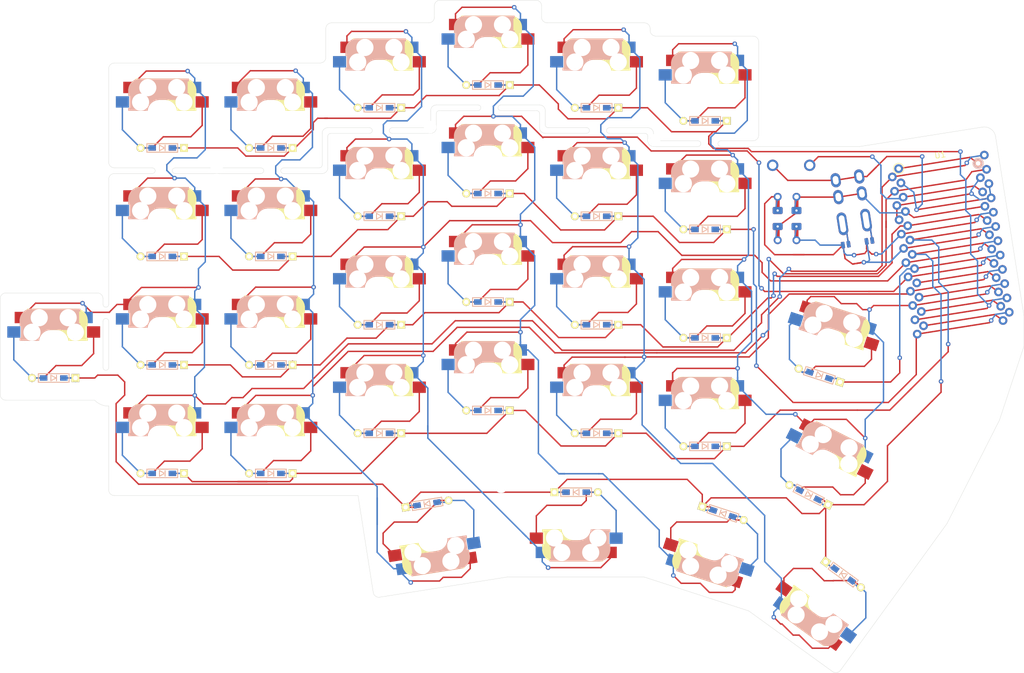
<source format=kicad_pcb>
(kicad_pcb (version 20171130) (host pcbnew 5.1.9-73d0e3b20d~88~ubuntu18.04.1)
  (layers (0 F.Cu signal hide) (31 B.Cu signal hide) (34 B.Paste user hide) (35 F.Paste user hide) (36 B.SilkS user hide) (37 F.SilkS user hide) (38 B.Mask user hide) (39 F.Mask user hide) (44 Edge.Cuts user))
  (net 0 "")
  (net 1 "Net-(D1-Pad2)")
  (net 2 /rowA)
  (net 3 "Net-(D2-Pad2)")
  (net 4 "Net-(D3-Pad2)")
  (net 5 "Net-(D4-Pad2)")
  (net 6 "Net-(D5-Pad2)")
  (net 7 "Net-(D6-Pad2)")
  (net 8 "Net-(D7-Pad2)")
  (net 9 /rowB)
  (net 10 "Net-(D8-Pad2)")
  (net 11 "Net-(D9-Pad2)")
  (net 12 "Net-(D10-Pad2)")
  (net 13 "Net-(D11-Pad2)")
  (net 14 "Net-(D12-Pad2)")
  (net 15 "Net-(D13-Pad2)")
  (net 16 /rowC)
  (net 17 "Net-(D14-Pad2)")
  (net 18 "Net-(D15-Pad2)")
  (net 19 "Net-(D16-Pad2)")
  (net 20 "Net-(D17-Pad2)")
  (net 21 "Net-(D18-Pad2)")
  (net 22 "Net-(D19-Pad2)")
  (net 23 /rowD)
  (net 24 "Net-(D20-Pad2)")
  (net 25 "Net-(D21-Pad2)")
  (net 26 "Net-(D22-Pad2)")
  (net 27 "Net-(D23-Pad2)")
  (net 28 "Net-(D24-Pad2)")
  (net 29 "Net-(D25-Pad2)")
  (net 30 /rowE)
  (net 31 "Net-(D26-Pad2)")
  (net 32 "Net-(D27-Pad2)")
  (net 33 "Net-(D28-Pad2)")
  (net 34 VCC)
  (net 35 GND)
  (net 36 /col0)
  (net 37 /col1)
  (net 38 /col2)
  (net 39 /col3)
  (net 40 /col4)
  (net 41 /col5)
  (net 42 "Net-(J1-PadD)")
  (net 43 "Net-(J1-PadA)")
  (net 44 SDA)
  (net 45 SCL)
  (net 46 /RST)
  (net 47 "Net-(D30-Pad2)")
  (net 48 "Net-(D29-Pad2)")
  (net 49 "Net-(D31-Pad2)")
  (net 50 /rowF)
  (net 51 "Net-(U1-Pad15)")
  (net 52 "Net-(U1-Pad16)")
  (net 53 "Net-(U1-Pad14)")
  (net 54 /LED)
  (net 55 "Net-(U1-Pad24)")
  (module used_footprints:Hole_Mount_M4 (layer F.Cu) (at 220.1 69.2)
    (fp_text reference HM12 hide)
    (fp_text value CaseHole hide)
    (pad "" np_thru_hole circle (at 0 0) (size 2.2 2.2) (drill 2.2) (layers *.Cu *.Mask))
  )
  (module used_footprints:Hole_Mount_M4 (layer F.Cu) (at 152.7 68.55)
    (fp_text reference HM11 hide)
    (fp_text value CaseHole hide)
    (pad "" np_thru_hole circle (at 0 0) (size 2.2 2.2) (drill 2.2) (layers *.Cu *.Mask))
  )
  (module used_footprints:Hole_Mount_M4 (layer F.Cu) (at 190.75 74.85)
    (fp_text reference HM10 hide)
    (fp_text value CaseHole hide)
    (pad "" np_thru_hole circle (at 0 0) (size 2.2 2.2) (drill 2.2) (layers *.Cu *.Mask))
  )
  (module used_footprints:Hole_Mount_M4 (layer F.Cu) (at 152.65 53.35)
    (fp_text reference HM9 hide)
    (fp_text value CaseHole hide)
    (pad "" np_thru_hole circle (at -0.65 -0.5) (size 2.2 2.2) (drill 2.2) (layers *.Cu *.Mask))
  )
  (module used_footprints:Hole_Mount_M4 (layer F.Cu) (at 114.55 79.65)
    (fp_text reference HM8 hide)
    (fp_text value CaseHole hide)
    (pad "" np_thru_hole circle (at 0 -0.1) (size 2.2 2.2) (drill 2.2) (layers *.Cu *.Mask))
  )
  (module used_footprints:Hole_Mount_M4 (layer F.Cu) (at 114.55 59.9)
    (fp_text reference HM7 hide)
    (fp_text value CaseHole hide)
    (pad "" np_thru_hole circle (at 0 0) (size 2.2 2.2) (drill 2.2) (layers *.Cu *.Mask))
  )
  (module used_footprints:CherryMX_MidHeight_Hotswap_1u (layer F.Cu) (at 124.05 89.1 180)
    (fp_text reference SW8)
    (fp_text value SW_Push hide)
    (pad 1 smd rect (at 7 2.58 180) (size 2.3 2) (layers B.Cu B.Paste B.Mask) (net 10 "Net-(D8-Pad2)"))
    (pad 1 smd rect (at -7 2.58 180) (size 2.3 2) (layers F.Cu F.Paste F.Mask) (net 10 "Net-(D8-Pad2)"))
    (pad 2 smd rect (at 5.7 5.12 180) (size 2.3 2) (layers F.Cu F.Paste F.Mask) (net 37 /col1))
    (pad "" np_thru_hole circle (at 3.81 2.54 180) (size 3 3) (drill 3) (layers *.Cu *.Mask))
    (pad "" np_thru_hole circle (at 2.54 5.08 180) (size 3 3) (drill 3) (layers *.Cu *.Mask))
    (pad "" np_thru_hole circle (at -3.81 2.540001 180) (size 3 3) (drill 3) (layers *.Cu *.Mask))
    (pad "" np_thru_hole circle (at -2.54 5.08 180) (size 3 3) (drill 3) (layers *.Cu *.Mask))
    (pad "" np_thru_hole circle (at 0 0 90) (size 4.1 4.1) (drill 4.1) (layers *.Cu *.Mask))
    (pad "" np_thru_hole circle (at -5.08 0) (size 1.9 1.9) (drill 1.9) (layers *.Cu *.Mask))
    (pad "" np_thru_hole circle (at 5.08 0) (size 1.9 1.9) (drill 1.9) (layers *.Cu *.Mask))
    (pad 2 smd rect (at -5.7 5.12 180) (size 2.3 2) (layers B.Cu B.Paste B.Mask) (net 37 /col1))
    (pad "" np_thru_hole circle (at 4.5 0) (size 1.7 1.7) (drill 1.7) (layers *.Cu *.Mask))
    (pad "" np_thru_hole circle (at -4.5 0) (size 1.7 1.7) (drill 1.7) (layers *.Cu *.Mask))
  )
  (module used_footprints:CherryMX_MidHeight_Hotswap_1u (layer F.Cu) (at 105 89.1 180)
    (fp_text reference SW3)
    (fp_text value SW_Push hide)
    (pad 1 smd rect (at 7 2.58 180) (size 2.3 2) (layers B.Cu B.Paste B.Mask) (net 4 "Net-(D3-Pad2)"))
    (pad 1 smd rect (at -7 2.58 180) (size 2.3 2) (layers F.Cu F.Paste F.Mask) (net 4 "Net-(D3-Pad2)"))
    (pad 2 smd rect (at 5.7 5.12 180) (size 2.3 2) (layers F.Cu F.Paste F.Mask) (net 36 /col0))
    (pad "" np_thru_hole circle (at 3.81 2.54 180) (size 3 3) (drill 3) (layers *.Cu *.Mask))
    (pad "" np_thru_hole circle (at 2.54 5.08 180) (size 3 3) (drill 3) (layers *.Cu *.Mask))
    (pad "" np_thru_hole circle (at -3.81 2.540001 180) (size 3 3) (drill 3) (layers *.Cu *.Mask))
    (pad "" np_thru_hole circle (at -2.54 5.08 180) (size 3 3) (drill 3) (layers *.Cu *.Mask))
    (pad "" np_thru_hole circle (at 0 0 90) (size 4.1 4.1) (drill 4.1) (layers *.Cu *.Mask))
    (pad "" np_thru_hole circle (at -5.08 0) (size 1.9 1.9) (drill 1.9) (layers *.Cu *.Mask))
    (pad "" np_thru_hole circle (at 5.08 0) (size 1.9 1.9) (drill 1.9) (layers *.Cu *.Mask))
    (pad 2 smd rect (at -5.7 5.12 180) (size 2.3 2) (layers B.Cu B.Paste B.Mask) (net 36 /col0))
    (pad "" np_thru_hole circle (at 4.5 0) (size 1.7 1.7) (drill 1.7) (layers *.Cu *.Mask))
    (pad "" np_thru_hole circle (at -4.5 0) (size 1.7 1.7) (drill 1.7) (layers *.Cu *.Mask))
  )
  (module used_footprints:CherryMX_MidHeight_Hotswap_1u (layer F.Cu) (at 124.05 108.15 180)
    (fp_text reference SW9)
    (fp_text value SW_Push hide)
    (pad 1 smd rect (at 7 2.58 180) (size 2.3 2) (layers B.Cu B.Paste B.Mask) (net 11 "Net-(D9-Pad2)"))
    (pad 1 smd rect (at -7 2.58 180) (size 2.3 2) (layers F.Cu F.Paste F.Mask) (net 11 "Net-(D9-Pad2)"))
    (pad 2 smd rect (at 5.7 5.12 180) (size 2.3 2) (layers F.Cu F.Paste F.Mask) (net 37 /col1))
    (pad "" np_thru_hole circle (at 3.81 2.54 180) (size 3 3) (drill 3) (layers *.Cu *.Mask))
    (pad "" np_thru_hole circle (at 2.54 5.08 180) (size 3 3) (drill 3) (layers *.Cu *.Mask))
    (pad "" np_thru_hole circle (at -3.81 2.540001 180) (size 3 3) (drill 3) (layers *.Cu *.Mask))
    (pad "" np_thru_hole circle (at -2.54 5.08 180) (size 3 3) (drill 3) (layers *.Cu *.Mask))
    (pad "" np_thru_hole circle (at 0 0 90) (size 4.1 4.1) (drill 4.1) (layers *.Cu *.Mask))
    (pad "" np_thru_hole circle (at -5.08 0) (size 1.9 1.9) (drill 1.9) (layers *.Cu *.Mask))
    (pad "" np_thru_hole circle (at 5.08 0) (size 1.9 1.9) (drill 1.9) (layers *.Cu *.Mask))
    (pad 2 smd rect (at -5.7 5.12 180) (size 2.3 2) (layers B.Cu B.Paste B.Mask) (net 37 /col1))
    (pad "" np_thru_hole circle (at 4.5 0) (size 1.7 1.7) (drill 1.7) (layers *.Cu *.Mask))
    (pad "" np_thru_hole circle (at -4.5 0) (size 1.7 1.7) (drill 1.7) (layers *.Cu *.Mask))
  )
  (module used_footprints:ProMicro_Dual (layer F.Cu) (at 243.946202 73.250924 9)
    (fp_text reference U1 (at 0 -15.69 9) (layer F.SilkS))
    (fp_text value ProMicro)
    (pad 22 thru_hole circle (at -7.5636 -9.398 9) (size 1.524 1.524) (drill 0.8128) (layers *.Cu *.Mask) (net 46 /RST))
    (pad 10 thru_hole circle (at 7.6564 8.382 9) (size 1.524 1.524) (drill 0.8128) (layers *.Cu *.Mask) (net 41 /col5))
    (pad 2 thru_hole circle (at 7.6564 -11.938 9) (size 1.524 1.524) (drill 0.8128) (layers *.Cu *.Mask) (net 37 /col1))
    (pad 17 thru_hole circle (at 6.35 4.572 9) (size 1.524 1.524) (drill 0.8128) (layers *.Cu *.Mask) (net 50 /rowF))
    (pad 11 thru_hole circle (at -8.89 12.192 9) (size 1.524 1.524) (drill 0.8128) (layers *.Cu *.Mask) (net 2 /rowA))
    (pad 4 thru_hole circle (at 7.6564 -6.858 9) (size 1.524 1.524) (drill 0.8128) (layers *.Cu *.Mask) (net 35 GND))
    (pad 1 thru_hole circle (at -8.89 -13.208 9) (size 1.524 1.524) (drill 0.8128) (layers *.Cu *.Mask) (net 36 /col0))
    (pad 19 thru_hole circle (at 6.35 -0.508 9) (size 1.524 1.524) (drill 0.8128) (layers *.Cu *.Mask) (net 23 /rowD))
    (pad 18 thru_hole circle (at -7.5636 0.762 9) (size 1.524 1.524) (drill 0.8128) (layers *.Cu *.Mask) (net 30 /rowE))
    (pad 12 thru_hole circle (at 7.6564 13.462 9) (size 1.524 1.524) (drill 0.8128) (layers *.Cu *.Mask) (net 9 /rowB))
    (pad 10 thru_hole circle (at -8.89 9.652 9) (size 1.524 1.524) (drill 0.8128) (layers *.Cu *.Mask) (net 41 /col5))
    (pad 7 thru_hole circle (at -8.89 2.032 9) (size 1.524 1.524) (drill 0.8128) (layers *.Cu *.Mask) (net 38 /col2))
    (pad 15 thru_hole circle (at 6.35 9.652 9) (size 1.524 1.524) (drill 0.8128) (layers *.Cu *.Mask) (net 51 "Net-(U1-Pad15)"))
    (pad 18 thru_hole circle (at 6.35 2.032 9) (size 1.524 1.524) (drill 0.8128) (layers *.Cu *.Mask) (net 30 /rowE))
    (pad 11 thru_hole circle (at 7.6564 10.922 9) (size 1.524 1.524) (drill 0.8128) (layers *.Cu *.Mask) (net 2 /rowA))
    (pad 8 thru_hole circle (at 7.6564 3.302 9) (size 1.524 1.524) (drill 0.8128) (layers *.Cu *.Mask) (net 39 /col3))
    (pad 3 thru_hole circle (at 7.6564 -9.398 9) (size 1.524 1.524) (drill 0.8128) (layers *.Cu *.Mask) (net 35 GND))
    (pad 16 thru_hole circle (at 6.35 7.112 9) (size 1.524 1.524) (drill 0.8128) (layers *.Cu *.Mask) (net 52 "Net-(U1-Pad16)"))
    (pad 9 thru_hole circle (at 7.6564 5.842 9) (size 1.524 1.524) (drill 0.8128) (layers *.Cu *.Mask) (net 40 /col4))
    (pad 20 thru_hole circle (at -7.5636 -4.318 9) (size 1.524 1.524) (drill 0.8128) (layers *.Cu *.Mask) (net 16 /rowC))
    (pad 2 thru_hole circle (at -8.89 -10.668 9) (size 1.524 1.524) (drill 0.8128) (layers *.Cu *.Mask) (net 37 /col1))
    (pad 14 thru_hole circle (at -7.5636 10.922 9) (size 1.524 1.524) (drill 0.8128) (layers *.Cu *.Mask) (net 53 "Net-(U1-Pad14)"))
    (pad 13 thru_hole circle (at -7.5636 13.462 9) (size 1.524 1.524) (drill 0.8128) (layers *.Cu *.Mask) (net 54 /LED))
    (pad 4 thru_hole circle (at -8.89 -5.588 9) (size 1.524 1.524) (drill 0.8128) (layers *.Cu *.Mask) (net 35 GND))
    (pad 6 thru_hole circle (at -8.89 -0.508 9) (size 1.524 1.524) (drill 0.8128) (layers *.Cu *.Mask) (net 45 SCL))
    (pad 13 thru_hole circle (at 6.35 14.732 9) (size 1.524 1.524) (drill 0.8128) (layers *.Cu *.Mask) (net 54 /LED))
    (pad 22 thru_hole circle (at 6.35 -8.128 9) (size 1.524 1.524) (drill 0.8128) (layers *.Cu *.Mask) (net 46 /RST))
    (pad 17 thru_hole circle (at -7.5636 3.302 9) (size 1.524 1.524) (drill 0.8128) (layers *.Cu *.Mask) (net 50 /rowF))
    (pad 7 thru_hole circle (at 7.6564 0.762 9) (size 1.524 1.524) (drill 0.8128) (layers *.Cu *.Mask) (net 38 /col2))
    (pad 16 thru_hole circle (at -7.5636 5.842 9) (size 1.524 1.524) (drill 0.8128) (layers *.Cu *.Mask) (net 52 "Net-(U1-Pad16)"))
    (pad 6 thru_hole circle (at 7.6564 -1.778 9) (size 1.524 1.524) (drill 0.8128) (layers *.Cu *.Mask) (net 45 SCL))
    (pad 1 thru_hole circle (at 7.6564 -14.478 9) (size 1.524 1.524) (drill 0.8128) (layers *.Cu *.Mask) (net 36 /col0))
    (pad 9 thru_hole circle (at -8.89 7.112 9) (size 1.524 1.524) (drill 0.8128) (layers *.Cu *.Mask) (net 40 /col4))
    (pad 21 thru_hole circle (at -7.5636 -6.858 9) (size 1.524 1.524) (drill 0.8128) (layers *.Cu *.Mask) (net 34 VCC))
    (pad 12 thru_hole circle (at -8.89 14.732 9) (size 1.524 1.524) (drill 0.8128) (layers *.Cu *.Mask) (net 9 /rowB))
    (pad 23 thru_hole circle (at 6.35 -10.668 9) (size 1.524 1.524) (drill 0.8128) (layers *.Cu *.Mask) (net 35 GND))
    (pad 24 thru_hole circle (at 6.35 -13.208 9) (size 1.524 1.524) (drill 0.8128) (layers *.Cu *.Mask B.SilkS) (net 55 "Net-(U1-Pad24)"))
    (pad 15 thru_hole circle (at -7.5636 8.382 9) (size 1.524 1.524) (drill 0.8128) (layers *.Cu *.Mask) (net 51 "Net-(U1-Pad15)"))
    (pad 8 thru_hole circle (at -8.89 4.572 9) (size 1.524 1.524) (drill 0.8128) (layers *.Cu *.Mask) (net 39 /col3))
    (pad 21 thru_hole circle (at 6.35 -5.588 9) (size 1.524 1.524) (drill 0.8128) (layers *.Cu *.Mask) (net 34 VCC))
    (pad 14 thru_hole circle (at 6.35 12.192 9) (size 1.524 1.524) (drill 0.8128) (layers *.Cu *.Mask) (net 53 "Net-(U1-Pad14)"))
    (pad 23 thru_hole circle (at -7.5636 -11.938 9) (size 1.524 1.524) (drill 0.8128) (layers *.Cu *.Mask) (net 35 GND))
    (pad 24 thru_hole circle (at -7.5636 -14.478 9) (size 1.524 1.524) (drill 0.8128) (layers *.Cu *.Mask) (net 55 "Net-(U1-Pad24)"))
    (pad 5 thru_hole circle (at 7.6564 -4.318 9) (size 1.524 1.524) (drill 0.8128) (layers *.Cu *.Mask) (net 44 SDA))
    (pad 19 thru_hole circle (at -7.5636 -1.778 9) (size 1.524 1.524) (drill 0.8128) (layers *.Cu *.Mask) (net 23 /rowD))
    (pad 20 thru_hole circle (at 6.35 -3.048 9) (size 1.524 1.524) (drill 0.8128) (layers *.Cu *.Mask) (net 16 /rowC))
    (pad 3 thru_hole circle (at -8.89 -8.128 9) (size 1.524 1.524) (drill 0.8128) (layers *.Cu *.Mask) (net 35 GND))
    (pad 5 thru_hole circle (at -8.89 -3.048 9) (size 1.524 1.524) (drill 0.8128) (layers *.Cu *.Mask) (net 44 SDA))
  )
  (module used_footprints:Resistor_Hybrid_1205 (layer F.Cu) (at 212.981598 68.892305 270)
    (fp_text reference R2 hide)
    (fp_text value 4.7K hide)
    (pad 2 thru_hole circle (at 1.4 0 270) (size 0.8 0.8) (drill 0.4) (layers *.Cu *.Mask) (net 34 VCC))
    (pad 1 thru_hole circle (at -1.4 0 270) (size 0.8 0.8) (drill 0.4) (layers *.Cu *.Mask) (net 45 SCL))
    (pad 2 smd roundrect (at 1.4 0 270) (size 1.25 1.75) (layers B.Cu B.Paste B.Mask) (roundrect_rratio 0.2) (net 34 VCC))
    (pad 1 smd roundrect (at -1.4 0 270) (size 1.25 1.75) (layers B.Cu B.Paste B.Mask) (roundrect_rratio 0.2) (net 45 SCL))
    (pad 1 smd roundrect (at -1.4 0 270) (size 1.25 1.75) (layers F.Cu F.Paste F.Mask) (roundrect_rratio 0.2) (net 45 SCL))
    (pad 2 smd roundrect (at 1.4 0 270) (size 1.25 1.75) (layers F.Cu F.Paste F.Mask) (roundrect_rratio 0.2) (net 34 VCC))
    (pad 2 smd rect (at 2.27 0 270) (size 2.2 0.7) (layers F.Cu) (net 34 VCC))
    (pad 1 smd rect (at -2.27 0 270) (size 2.2 0.7) (layers F.Cu) (net 45 SCL))
    (pad 1 thru_hole circle (at -3.81 0 270) (size 1.397 1.397) (drill 0.8128) (layers *.Cu *.Mask) (net 45 SCL))
    (pad 2 thru_hole circle (at 3.81 0 270) (size 1.397 1.397) (drill 0.8128) (layers *.Cu *.Mask) (net 34 VCC))
  )
  (module used_footprints:CherryMX_MidHeight_Hotswap_1u (layer F.Cu) (at 124.05 51 180)
    (fp_text reference SW6)
    (fp_text value SW_Push hide)
    (pad 1 smd rect (at 7 2.58 180) (size 2.3 2) (layers B.Cu B.Paste B.Mask) (net 7 "Net-(D6-Pad2)"))
    (pad 1 smd rect (at -7 2.58 180) (size 2.3 2) (layers F.Cu F.Paste F.Mask) (net 7 "Net-(D6-Pad2)"))
    (pad 2 smd rect (at 5.7 5.12 180) (size 2.3 2) (layers F.Cu F.Paste F.Mask) (net 37 /col1))
    (pad "" np_thru_hole circle (at 3.81 2.54 180) (size 3 3) (drill 3) (layers *.Cu *.Mask))
    (pad "" np_thru_hole circle (at 2.54 5.08 180) (size 3 3) (drill 3) (layers *.Cu *.Mask))
    (pad "" np_thru_hole circle (at -3.81 2.540001 180) (size 3 3) (drill 3) (layers *.Cu *.Mask))
    (pad "" np_thru_hole circle (at -2.54 5.08 180) (size 3 3) (drill 3) (layers *.Cu *.Mask))
    (pad "" np_thru_hole circle (at 0 0 90) (size 4.1 4.1) (drill 4.1) (layers *.Cu *.Mask))
    (pad "" np_thru_hole circle (at -5.08 0) (size 1.9 1.9) (drill 1.9) (layers *.Cu *.Mask))
    (pad "" np_thru_hole circle (at 5.08 0) (size 1.9 1.9) (drill 1.9) (layers *.Cu *.Mask))
    (pad 2 smd rect (at -5.7 5.12 180) (size 2.3 2) (layers B.Cu B.Paste B.Mask) (net 37 /col1))
    (pad "" np_thru_hole circle (at 4.5 0) (size 1.7 1.7) (drill 1.7) (layers *.Cu *.Mask))
    (pad "" np_thru_hole circle (at -4.5 0) (size 1.7 1.7) (drill 1.7) (layers *.Cu *.Mask))
  )
  (module used_footprints:CherryMX_MidHeight_Hotswap_1.25u (layer F.Cu) (at 177.62 122.45)
    (fp_text reference SW15 hide)
    (fp_text value SW_Push hide)
    (pad "" np_thru_hole circle (at -4.485 0 180) (size 1.7 1.7) (drill 1.7) (layers *.Cu *.Mask))
    (pad "" np_thru_hole circle (at 4.515 0 180) (size 1.7 1.7) (drill 1.7) (layers *.Cu *.Mask))
    (pad 2 smd rect (at -5.954 5.08) (size 2.3 2) (layers B.Cu B.Paste B.Mask) (net 38 /col2))
    (pad "" np_thru_hole circle (at 5.095 0 180) (size 1.9 1.9) (drill 1.9) (layers *.Cu *.Mask))
    (pad "" np_thru_hole circle (at -5.065 0 180) (size 1.9 1.9) (drill 1.9) (layers *.Cu *.Mask))
    (pad "" np_thru_hole circle (at 0.015 0 270) (size 4.1 4.1) (drill 4.1) (layers *.Cu *.Mask))
    (pad "" np_thru_hole circle (at -2.525 5.08) (size 3 3) (drill 3) (layers *.Cu *.Mask))
    (pad "" np_thru_hole circle (at -3.795 2.540001) (size 3 3) (drill 3) (layers *.Cu *.Mask))
    (pad "" np_thru_hole circle (at 2.555 5.08) (size 3 3) (drill 3) (layers *.Cu *.Mask))
    (pad "" np_thru_hole circle (at 3.825 2.54) (size 3 3) (drill 3) (layers *.Cu *.Mask))
    (pad 2 smd rect (at 5.984 5.08) (size 2.3 2) (layers F.Cu F.Paste F.Mask) (net 38 /col2))
    (pad 1 smd rect (at -6.985 2.58) (size 2.3 2) (layers F.Cu F.Paste F.Mask) (net 18 "Net-(D15-Pad2)"))
    (pad 1 smd rect (at 7.015 2.58) (size 2.3 2) (layers B.Cu B.Paste B.Mask) (net 18 "Net-(D15-Pad2)"))
  )
  (module used_footprints:CherryMX_MidHeight_Hotswap_1u (layer F.Cu) (at 221.992335 91.200202 162)
    (fp_text reference SW31)
    (fp_text value SW_Push hide)
    (pad 1 smd rect (at 7 2.58 162) (size 2.3 2) (layers B.Cu B.Paste B.Mask) (net 49 "Net-(D31-Pad2)"))
    (pad 1 smd rect (at -7 2.58 162) (size 2.3 2) (layers F.Cu F.Paste F.Mask) (net 49 "Net-(D31-Pad2)"))
    (pad 2 smd rect (at 5.7 5.12 162) (size 2.3 2) (layers F.Cu F.Paste F.Mask) (net 41 /col5))
    (pad "" np_thru_hole circle (at 3.81 2.54 162) (size 3 3) (drill 3) (layers *.Cu *.Mask))
    (pad "" np_thru_hole circle (at 2.54 5.08 162) (size 3 3) (drill 3) (layers *.Cu *.Mask))
    (pad "" np_thru_hole circle (at -3.81 2.540001 162) (size 3 3) (drill 3) (layers *.Cu *.Mask))
    (pad "" np_thru_hole circle (at -2.54 5.08 162) (size 3 3) (drill 3) (layers *.Cu *.Mask))
    (pad "" np_thru_hole circle (at 0 0 72) (size 4.1 4.1) (drill 4.1) (layers *.Cu *.Mask))
    (pad "" np_thru_hole circle (at -5.08 0 342) (size 1.9 1.9) (drill 1.9) (layers *.Cu *.Mask))
    (pad "" np_thru_hole circle (at 5.08 0 342) (size 1.9 1.9) (drill 1.9) (layers *.Cu *.Mask))
    (pad 2 smd rect (at -5.7 5.12 162) (size 2.3 2) (layers B.Cu B.Paste B.Mask) (net 41 /col5))
    (pad "" np_thru_hole circle (at 4.5 0 342) (size 1.7 1.7) (drill 1.7) (layers *.Cu *.Mask))
    (pad "" np_thru_hole circle (at -4.5 0 342) (size 1.7 1.7) (drill 1.7) (layers *.Cu *.Mask))
  )
  (module used_footprints:CherryMX_MidHeight_Hotswap_1u (layer F.Cu) (at 220.937686 112.520619 153)
    (fp_text reference SW30)
    (fp_text value SW_Push hide)
    (pad 1 smd rect (at 7 2.58 153) (size 2.3 2) (layers B.Cu B.Paste B.Mask) (net 47 "Net-(D30-Pad2)"))
    (pad 1 smd rect (at -7 2.58 153) (size 2.3 2) (layers F.Cu F.Paste F.Mask) (net 47 "Net-(D30-Pad2)"))
    (pad 2 smd rect (at 5.7 5.12 153) (size 2.3 2) (layers F.Cu F.Paste F.Mask) (net 41 /col5))
    (pad "" np_thru_hole circle (at 3.81 2.54 153) (size 3 3) (drill 3) (layers *.Cu *.Mask))
    (pad "" np_thru_hole circle (at 2.54 5.08 153) (size 3 3) (drill 3) (layers *.Cu *.Mask))
    (pad "" np_thru_hole circle (at -3.81 2.540001 153) (size 3 3) (drill 3) (layers *.Cu *.Mask))
    (pad "" np_thru_hole circle (at -2.54 5.08 153) (size 3 3) (drill 3) (layers *.Cu *.Mask))
    (pad "" np_thru_hole circle (at 0 0 63) (size 4.1 4.1) (drill 4.1) (layers *.Cu *.Mask))
    (pad "" np_thru_hole circle (at -5.08 0 333) (size 1.9 1.9) (drill 1.9) (layers *.Cu *.Mask))
    (pad "" np_thru_hole circle (at 5.08 0 333) (size 1.9 1.9) (drill 1.9) (layers *.Cu *.Mask))
    (pad 2 smd rect (at -5.7 5.12 153) (size 2.3 2) (layers B.Cu B.Paste B.Mask) (net 41 /col5))
    (pad "" np_thru_hole circle (at 4.5 0 333) (size 1.7 1.7) (drill 1.7) (layers *.Cu *.Mask))
    (pad "" np_thru_hole circle (at -4.5 0 333) (size 1.7 1.7) (drill 1.7) (layers *.Cu *.Mask))
  )
  (module used_footprints:CherryMX_MidHeight_Hotswap_1.25u (layer F.Cu) (at 152.324703 124.433498 9)
    (fp_text reference SW10 hide)
    (fp_text value SW_Push hide)
    (pad "" np_thru_hole circle (at -4.485 0 189) (size 1.7 1.7) (drill 1.7) (layers *.Cu *.Mask))
    (pad "" np_thru_hole circle (at 4.515 0 189) (size 1.7 1.7) (drill 1.7) (layers *.Cu *.Mask))
    (pad 2 smd rect (at -5.954 5.08 9) (size 2.3 2) (layers B.Cu B.Paste B.Mask) (net 37 /col1))
    (pad "" np_thru_hole circle (at 5.095 0 189) (size 1.9 1.9) (drill 1.9) (layers *.Cu *.Mask))
    (pad "" np_thru_hole circle (at -5.065 0 189) (size 1.9 1.9) (drill 1.9) (layers *.Cu *.Mask))
    (pad "" np_thru_hole circle (at 0.015 0 279) (size 4.1 4.1) (drill 4.1) (layers *.Cu *.Mask))
    (pad "" np_thru_hole circle (at -2.525 5.08 9) (size 3 3) (drill 3) (layers *.Cu *.Mask))
    (pad "" np_thru_hole circle (at -3.795 2.540001 9) (size 3 3) (drill 3) (layers *.Cu *.Mask))
    (pad "" np_thru_hole circle (at 2.555 5.08 9) (size 3 3) (drill 3) (layers *.Cu *.Mask))
    (pad "" np_thru_hole circle (at 3.825 2.54 9) (size 3 3) (drill 3) (layers *.Cu *.Mask))
    (pad 2 smd rect (at 5.984 5.08 9) (size 2.3 2) (layers F.Cu F.Paste F.Mask) (net 37 /col1))
    (pad 1 smd rect (at -6.985 2.58 9) (size 2.3 2) (layers F.Cu F.Paste F.Mask) (net 12 "Net-(D10-Pad2)"))
    (pad 1 smd rect (at 7.015 2.58 9) (size 2.3 2) (layers B.Cu B.Paste B.Mask) (net 12 "Net-(D10-Pad2)"))
  )
  (module used_footprints:Hole_Mount_M4 (layer F.Cu) (at 215.4 123.65 36)
    (fp_text reference HM1 hide)
    (fp_text value CaseHole hide)
    (pad "" np_thru_hole circle (at -0.117557 0.161803 36) (size 2.2 2.2) (drill 2.2) (layers *.Cu *.Mask))
  )
  (module used_footprints:CherryMX_MidHeight_Hotswap_1u (layer F.Cu) (at 221.255602 135.880341 324)
    (fp_text reference SW25)
    (fp_text value SW_Push hide)
    (pad 1 smd rect (at 7 2.58 324) (size 2.3 2) (layers B.Cu B.Paste B.Mask) (net 29 "Net-(D25-Pad2)"))
    (pad 1 smd rect (at -7 2.58 324) (size 2.3 2) (layers F.Cu F.Paste F.Mask) (net 29 "Net-(D25-Pad2)"))
    (pad 2 smd rect (at 5.7 5.12 324) (size 2.3 2) (layers F.Cu F.Paste F.Mask) (net 40 /col4))
    (pad "" np_thru_hole circle (at 3.81 2.54 324) (size 3 3) (drill 3) (layers *.Cu *.Mask))
    (pad "" np_thru_hole circle (at 2.54 5.08 324) (size 3 3) (drill 3) (layers *.Cu *.Mask))
    (pad "" np_thru_hole circle (at -3.81 2.540001 324) (size 3 3) (drill 3) (layers *.Cu *.Mask))
    (pad "" np_thru_hole circle (at -2.54 5.08 324) (size 3 3) (drill 3) (layers *.Cu *.Mask))
    (pad "" np_thru_hole circle (at 0 0 234) (size 4.1 4.1) (drill 4.1) (layers *.Cu *.Mask))
    (pad "" np_thru_hole circle (at -5.08 0 144) (size 1.9 1.9) (drill 1.9) (layers *.Cu *.Mask))
    (pad "" np_thru_hole circle (at 5.08 0 144) (size 1.9 1.9) (drill 1.9) (layers *.Cu *.Mask))
    (pad 2 smd rect (at -5.7 5.12 324) (size 2.3 2) (layers B.Cu B.Paste B.Mask) (net 40 /col4))
    (pad "" np_thru_hole circle (at 4.5 0 144) (size 1.7 1.7) (drill 1.7) (layers *.Cu *.Mask))
    (pad "" np_thru_hole circle (at -4.5 0 144) (size 1.7 1.7) (drill 1.7) (layers *.Cu *.Mask))
  )
  (module used_footprints:D3_TH_SMD (layer F.Cu) (at 220.292741 96.431013 162)
    (fp_text reference D31 hide)
    (fp_text value 1N4148 hide)
    (pad 2 smd rect (at 1.775 0 162) (size 1.3 0.95) (layers F.Cu F.Paste F.Mask) (net 49 "Net-(D31-Pad2)"))
    (pad 2 thru_hole circle (at 3.81 0 162) (size 1.397 1.397) (drill 0.8128) (layers *.Cu *.Mask F.SilkS) (net 49 "Net-(D31-Pad2)"))
    (pad 1 thru_hole rect (at -3.81 0 162) (size 1.397 1.397) (drill 0.8128) (layers *.Cu *.Mask F.SilkS) (net 50 /rowF))
    (pad 1 smd rect (at -1.775 0 162) (size 1.3 0.95) (layers B.Cu B.Paste B.Mask) (net 50 /rowF))
    (pad 2 smd rect (at 1.775 0 162) (size 1.3 0.95) (layers B.Cu B.Paste B.Mask) (net 49 "Net-(D31-Pad2)"))
    (pad 1 smd rect (at -1.775 0 162) (size 1.3 0.95) (layers F.Cu F.Paste F.Mask) (net 50 /rowF))
  )
  (module used_footprints:D3_TH_SMD (layer F.Cu) (at 218.440737 117.421157 153)
    (fp_text reference D30 hide)
    (fp_text value 1N4148 hide)
    (pad 2 smd rect (at 1.775 0 153) (size 1.3 0.95) (layers F.Cu F.Paste F.Mask) (net 47 "Net-(D30-Pad2)"))
    (pad 2 thru_hole circle (at 3.81 0 153) (size 1.397 1.397) (drill 0.8128) (layers *.Cu *.Mask F.SilkS) (net 47 "Net-(D30-Pad2)"))
    (pad 1 thru_hole rect (at -3.81 0 153) (size 1.397 1.397) (drill 0.8128) (layers *.Cu *.Mask F.SilkS) (net 30 /rowE))
    (pad 1 smd rect (at -1.775 0 153) (size 1.3 0.95) (layers B.Cu B.Paste B.Mask) (net 30 /rowE))
    (pad 2 smd rect (at 1.775 0 153) (size 1.3 0.95) (layers B.Cu B.Paste B.Mask) (net 47 "Net-(D30-Pad2)"))
    (pad 1 smd rect (at -1.775 0 153) (size 1.3 0.95) (layers F.Cu F.Paste F.Mask) (net 30 /rowE))
  )
  (module used_footprints:D3_TH_SMD (layer F.Cu) (at 203.378662 120.670853 342)
    (fp_text reference D20 hide)
    (fp_text value 1N4148 hide)
    (pad 2 smd rect (at 1.775 0 342) (size 1.3 0.95) (layers F.Cu F.Paste F.Mask) (net 24 "Net-(D20-Pad2)"))
    (pad 2 thru_hole circle (at 3.81 0 342) (size 1.397 1.397) (drill 0.8128) (layers *.Cu *.Mask F.SilkS) (net 24 "Net-(D20-Pad2)"))
    (pad 1 thru_hole rect (at -3.81 0 342) (size 1.397 1.397) (drill 0.8128) (layers *.Cu *.Mask F.SilkS) (net 30 /rowE))
    (pad 1 smd rect (at -1.775 0 342) (size 1.3 0.95) (layers B.Cu B.Paste B.Mask) (net 30 /rowE))
    (pad 2 smd rect (at 1.775 0 342) (size 1.3 0.95) (layers B.Cu B.Paste B.Mask) (net 24 "Net-(D20-Pad2)"))
    (pad 1 smd rect (at -1.775 0 342) (size 1.3 0.95) (layers F.Cu F.Paste F.Mask) (net 30 /rowE))
  )
  (module used_footprints:D3_TH_SMD (layer F.Cu) (at 177.62 116.95)
    (fp_text reference D15 hide)
    (fp_text value 1N4148 hide)
    (pad 2 smd rect (at 1.775 0) (size 1.3 0.95) (layers F.Cu F.Paste F.Mask) (net 18 "Net-(D15-Pad2)"))
    (pad 2 thru_hole circle (at 3.81 0) (size 1.397 1.397) (drill 0.8128) (layers *.Cu *.Mask F.SilkS) (net 18 "Net-(D15-Pad2)"))
    (pad 1 thru_hole rect (at -3.81 0) (size 1.397 1.397) (drill 0.8128) (layers *.Cu *.Mask F.SilkS) (net 30 /rowE))
    (pad 1 smd rect (at -1.775 0) (size 1.3 0.95) (layers B.Cu B.Paste B.Mask) (net 30 /rowE))
    (pad 2 smd rect (at 1.775 0) (size 1.3 0.95) (layers B.Cu B.Paste B.Mask) (net 18 "Net-(D15-Pad2)"))
    (pad 1 smd rect (at -1.775 0) (size 1.3 0.95) (layers F.Cu F.Paste F.Mask) (net 30 /rowE))
  )
  (module used_footprints:D3_TH_SMD (layer F.Cu) (at 151.464312 119.001214 9)
    (fp_text reference D10 hide)
    (fp_text value 1N4148 hide)
    (pad 2 smd rect (at 1.775 0 9) (size 1.3 0.95) (layers F.Cu F.Paste F.Mask) (net 12 "Net-(D10-Pad2)"))
    (pad 2 thru_hole circle (at 3.81 0 9) (size 1.397 1.397) (drill 0.8128) (layers *.Cu *.Mask F.SilkS) (net 12 "Net-(D10-Pad2)"))
    (pad 1 thru_hole rect (at -3.81 0 9) (size 1.397 1.397) (drill 0.8128) (layers *.Cu *.Mask F.SilkS) (net 30 /rowE))
    (pad 1 smd rect (at -1.775 0 9) (size 1.3 0.95) (layers B.Cu B.Paste B.Mask) (net 30 /rowE))
    (pad 2 smd rect (at 1.775 0 9) (size 1.3 0.95) (layers B.Cu B.Paste B.Mask) (net 12 "Net-(D10-Pad2)"))
    (pad 1 smd rect (at -1.775 0 9) (size 1.3 0.95) (layers F.Cu F.Paste F.Mask) (net 30 /rowE))
  )
  (module used_footprints:CherryMX_MidHeight_Hotswap_1u (layer F.Cu) (at 201.679066 125.901664 342)
    (fp_text reference SW20)
    (fp_text value SW_Push hide)
    (pad 1 smd rect (at 7 2.58 342) (size 2.3 2) (layers B.Cu B.Paste B.Mask) (net 24 "Net-(D20-Pad2)"))
    (pad 1 smd rect (at -7 2.58 342) (size 2.3 2) (layers F.Cu F.Paste F.Mask) (net 24 "Net-(D20-Pad2)"))
    (pad 2 smd rect (at 5.7 5.12 342) (size 2.3 2) (layers F.Cu F.Paste F.Mask) (net 39 /col3))
    (pad "" np_thru_hole circle (at 3.81 2.54 342) (size 3 3) (drill 3) (layers *.Cu *.Mask))
    (pad "" np_thru_hole circle (at 2.54 5.08 342) (size 3 3) (drill 3) (layers *.Cu *.Mask))
    (pad "" np_thru_hole circle (at -3.81 2.540001 342) (size 3 3) (drill 3) (layers *.Cu *.Mask))
    (pad "" np_thru_hole circle (at -2.54 5.08 342) (size 3 3) (drill 3) (layers *.Cu *.Mask))
    (pad "" np_thru_hole circle (at 0 0 252) (size 4.1 4.1) (drill 4.1) (layers *.Cu *.Mask))
    (pad "" np_thru_hole circle (at -5.08 0 162) (size 1.9 1.9) (drill 1.9) (layers *.Cu *.Mask))
    (pad "" np_thru_hole circle (at 5.08 0 162) (size 1.9 1.9) (drill 1.9) (layers *.Cu *.Mask))
    (pad 2 smd rect (at -5.7 5.12 342) (size 2.3 2) (layers B.Cu B.Paste B.Mask) (net 39 /col3))
    (pad "" np_thru_hole circle (at 4.5 0 162) (size 1.7 1.7) (drill 1.7) (layers *.Cu *.Mask))
    (pad "" np_thru_hole circle (at -4.5 0 162) (size 1.7 1.7) (drill 1.7) (layers *.Cu *.Mask))
  )
  (module used_footprints:D3_TH_SMD (layer F.Cu) (at 224.48842 131.430749 324)
    (fp_text reference D25 hide)
    (fp_text value 1N4148 hide)
    (pad 2 smd rect (at 1.775 0 324) (size 1.3 0.95) (layers F.Cu F.Paste F.Mask) (net 29 "Net-(D25-Pad2)"))
    (pad 2 thru_hole circle (at 3.81 0 324) (size 1.397 1.397) (drill 0.8128) (layers *.Cu *.Mask F.SilkS) (net 29 "Net-(D25-Pad2)"))
    (pad 1 thru_hole rect (at -3.81 0 324) (size 1.397 1.397) (drill 0.8128) (layers *.Cu *.Mask F.SilkS) (net 30 /rowE))
    (pad 1 smd rect (at -1.775 0 324) (size 1.3 0.95) (layers B.Cu B.Paste B.Mask) (net 30 /rowE))
    (pad 2 smd rect (at 1.775 0 324) (size 1.3 0.95) (layers B.Cu B.Paste B.Mask) (net 29 "Net-(D25-Pad2)"))
    (pad 1 smd rect (at -1.775 0 324) (size 1.3 0.95) (layers F.Cu F.Paste F.Mask) (net 30 /rowE))
  )
  (module used_footprints:Hole_Mount_M4 (layer F.Cu) (at 114.6 98.7)
    (fp_text reference HM6 hide)
    (fp_text value CaseHole hide)
    (pad "" np_thru_hole circle (at -0.05 -0.1) (size 2.2 2.2) (drill 2.2) (layers *.Cu *.Mask))
  )
  (module used_footprints:CherryMX_MidHeight_Hotswap_1u (layer F.Cu) (at 200.25 103.4 180)
    (fp_text reference SW29)
    (fp_text value SW_Push hide)
    (pad 1 smd rect (at 7 2.58 180) (size 2.3 2) (layers B.Cu B.Paste B.Mask) (net 48 "Net-(D29-Pad2)"))
    (pad 1 smd rect (at -7 2.58 180) (size 2.3 2) (layers F.Cu F.Paste F.Mask) (net 48 "Net-(D29-Pad2)"))
    (pad 2 smd rect (at 5.7 5.12 180) (size 2.3 2) (layers F.Cu F.Paste F.Mask) (net 41 /col5))
    (pad "" np_thru_hole circle (at 3.81 2.54 180) (size 3 3) (drill 3) (layers *.Cu *.Mask))
    (pad "" np_thru_hole circle (at 2.54 5.08 180) (size 3 3) (drill 3) (layers *.Cu *.Mask))
    (pad "" np_thru_hole circle (at -3.81 2.540001 180) (size 3 3) (drill 3) (layers *.Cu *.Mask))
    (pad "" np_thru_hole circle (at -2.54 5.08 180) (size 3 3) (drill 3) (layers *.Cu *.Mask))
    (pad "" np_thru_hole circle (at 0 0 90) (size 4.1 4.1) (drill 4.1) (layers *.Cu *.Mask))
    (pad "" np_thru_hole circle (at -5.08 0) (size 1.9 1.9) (drill 1.9) (layers *.Cu *.Mask))
    (pad "" np_thru_hole circle (at 5.08 0) (size 1.9 1.9) (drill 1.9) (layers *.Cu *.Mask))
    (pad 2 smd rect (at -5.7 5.12 180) (size 2.3 2) (layers B.Cu B.Paste B.Mask) (net 41 /col5))
    (pad "" np_thru_hole circle (at 4.5 0) (size 1.7 1.7) (drill 1.7) (layers *.Cu *.Mask))
    (pad "" np_thru_hole circle (at -4.5 0) (size 1.7 1.7) (drill 1.7) (layers *.Cu *.Mask))
  )
  (module used_footprints:CherryMX_MidHeight_Hotswap_1u (layer F.Cu) (at 200.25 84.35 180)
    (fp_text reference SW28)
    (fp_text value SW_Push hide)
    (pad 1 smd rect (at 7 2.58 180) (size 2.3 2) (layers B.Cu B.Paste B.Mask) (net 33 "Net-(D28-Pad2)"))
    (pad 1 smd rect (at -7 2.58 180) (size 2.3 2) (layers F.Cu F.Paste F.Mask) (net 33 "Net-(D28-Pad2)"))
    (pad 2 smd rect (at 5.7 5.12 180) (size 2.3 2) (layers F.Cu F.Paste F.Mask) (net 41 /col5))
    (pad "" np_thru_hole circle (at 3.81 2.54 180) (size 3 3) (drill 3) (layers *.Cu *.Mask))
    (pad "" np_thru_hole circle (at 2.54 5.08 180) (size 3 3) (drill 3) (layers *.Cu *.Mask))
    (pad "" np_thru_hole circle (at -3.81 2.540001 180) (size 3 3) (drill 3) (layers *.Cu *.Mask))
    (pad "" np_thru_hole circle (at -2.54 5.08 180) (size 3 3) (drill 3) (layers *.Cu *.Mask))
    (pad "" np_thru_hole circle (at 0 0 90) (size 4.1 4.1) (drill 4.1) (layers *.Cu *.Mask))
    (pad "" np_thru_hole circle (at -5.08 0) (size 1.9 1.9) (drill 1.9) (layers *.Cu *.Mask))
    (pad "" np_thru_hole circle (at 5.08 0) (size 1.9 1.9) (drill 1.9) (layers *.Cu *.Mask))
    (pad 2 smd rect (at -5.7 5.12 180) (size 2.3 2) (layers B.Cu B.Paste B.Mask) (net 41 /col5))
    (pad "" np_thru_hole circle (at 4.5 0) (size 1.7 1.7) (drill 1.7) (layers *.Cu *.Mask))
    (pad "" np_thru_hole circle (at -4.5 0) (size 1.7 1.7) (drill 1.7) (layers *.Cu *.Mask))
  )
  (module used_footprints:CherryMX_MidHeight_Hotswap_1u (layer F.Cu) (at 200.25 65.3 180)
    (fp_text reference SW27)
    (fp_text value SW_Push hide)
    (pad 1 smd rect (at 7 2.58 180) (size 2.3 2) (layers B.Cu B.Paste B.Mask) (net 32 "Net-(D27-Pad2)"))
    (pad 1 smd rect (at -7 2.58 180) (size 2.3 2) (layers F.Cu F.Paste F.Mask) (net 32 "Net-(D27-Pad2)"))
    (pad 2 smd rect (at 5.7 5.12 180) (size 2.3 2) (layers F.Cu F.Paste F.Mask) (net 41 /col5))
    (pad "" np_thru_hole circle (at 3.81 2.54 180) (size 3 3) (drill 3) (layers *.Cu *.Mask))
    (pad "" np_thru_hole circle (at 2.54 5.08 180) (size 3 3) (drill 3) (layers *.Cu *.Mask))
    (pad "" np_thru_hole circle (at -3.81 2.540001 180) (size 3 3) (drill 3) (layers *.Cu *.Mask))
    (pad "" np_thru_hole circle (at -2.54 5.08 180) (size 3 3) (drill 3) (layers *.Cu *.Mask))
    (pad "" np_thru_hole circle (at 0 0 90) (size 4.1 4.1) (drill 4.1) (layers *.Cu *.Mask))
    (pad "" np_thru_hole circle (at -5.08 0) (size 1.9 1.9) (drill 1.9) (layers *.Cu *.Mask))
    (pad "" np_thru_hole circle (at 5.08 0) (size 1.9 1.9) (drill 1.9) (layers *.Cu *.Mask))
    (pad 2 smd rect (at -5.7 5.12 180) (size 2.3 2) (layers B.Cu B.Paste B.Mask) (net 41 /col5))
    (pad "" np_thru_hole circle (at 4.5 0) (size 1.7 1.7) (drill 1.7) (layers *.Cu *.Mask))
    (pad "" np_thru_hole circle (at -4.5 0) (size 1.7 1.7) (drill 1.7) (layers *.Cu *.Mask))
  )
  (module used_footprints:CherryMX_MidHeight_Hotswap_1u (layer F.Cu) (at 200.25 46.25 180)
    (fp_text reference SW26)
    (fp_text value SW_Push hide)
    (pad 1 smd rect (at 7 2.58 180) (size 2.3 2) (layers B.Cu B.Paste B.Mask) (net 31 "Net-(D26-Pad2)"))
    (pad 1 smd rect (at -7 2.58 180) (size 2.3 2) (layers F.Cu F.Paste F.Mask) (net 31 "Net-(D26-Pad2)"))
    (pad 2 smd rect (at 5.7 5.12 180) (size 2.3 2) (layers F.Cu F.Paste F.Mask) (net 41 /col5))
    (pad "" np_thru_hole circle (at 3.81 2.54 180) (size 3 3) (drill 3) (layers *.Cu *.Mask))
    (pad "" np_thru_hole circle (at 2.54 5.08 180) (size 3 3) (drill 3) (layers *.Cu *.Mask))
    (pad "" np_thru_hole circle (at -3.81 2.540001 180) (size 3 3) (drill 3) (layers *.Cu *.Mask))
    (pad "" np_thru_hole circle (at -2.54 5.08 180) (size 3 3) (drill 3) (layers *.Cu *.Mask))
    (pad "" np_thru_hole circle (at 0 0 90) (size 4.1 4.1) (drill 4.1) (layers *.Cu *.Mask))
    (pad "" np_thru_hole circle (at -5.08 0) (size 1.9 1.9) (drill 1.9) (layers *.Cu *.Mask))
    (pad "" np_thru_hole circle (at 5.08 0) (size 1.9 1.9) (drill 1.9) (layers *.Cu *.Mask))
    (pad 2 smd rect (at -5.7 5.12 180) (size 2.3 2) (layers B.Cu B.Paste B.Mask) (net 41 /col5))
    (pad "" np_thru_hole circle (at 4.5 0) (size 1.7 1.7) (drill 1.7) (layers *.Cu *.Mask))
    (pad "" np_thru_hole circle (at -4.5 0) (size 1.7 1.7) (drill 1.7) (layers *.Cu *.Mask))
  )
  (module used_footprints:CherryMX_MidHeight_Hotswap_1u (layer F.Cu) (at 181.2 101.1 180)
    (fp_text reference SW24)
    (fp_text value SW_Push hide)
    (pad 1 smd rect (at 7 2.58 180) (size 2.3 2) (layers B.Cu B.Paste B.Mask) (net 28 "Net-(D24-Pad2)"))
    (pad 1 smd rect (at -7 2.58 180) (size 2.3 2) (layers F.Cu F.Paste F.Mask) (net 28 "Net-(D24-Pad2)"))
    (pad 2 smd rect (at 5.7 5.12 180) (size 2.3 2) (layers F.Cu F.Paste F.Mask) (net 40 /col4))
    (pad "" np_thru_hole circle (at 3.81 2.54 180) (size 3 3) (drill 3) (layers *.Cu *.Mask))
    (pad "" np_thru_hole circle (at 2.54 5.08 180) (size 3 3) (drill 3) (layers *.Cu *.Mask))
    (pad "" np_thru_hole circle (at -3.81 2.540001 180) (size 3 3) (drill 3) (layers *.Cu *.Mask))
    (pad "" np_thru_hole circle (at -2.54 5.08 180) (size 3 3) (drill 3) (layers *.Cu *.Mask))
    (pad "" np_thru_hole circle (at 0 0 90) (size 4.1 4.1) (drill 4.1) (layers *.Cu *.Mask))
    (pad "" np_thru_hole circle (at -5.08 0) (size 1.9 1.9) (drill 1.9) (layers *.Cu *.Mask))
    (pad "" np_thru_hole circle (at 5.08 0) (size 1.9 1.9) (drill 1.9) (layers *.Cu *.Mask))
    (pad 2 smd rect (at -5.7 5.12 180) (size 2.3 2) (layers B.Cu B.Paste B.Mask) (net 40 /col4))
    (pad "" np_thru_hole circle (at 4.5 0) (size 1.7 1.7) (drill 1.7) (layers *.Cu *.Mask))
    (pad "" np_thru_hole circle (at -4.5 0) (size 1.7 1.7) (drill 1.7) (layers *.Cu *.Mask))
  )
  (module used_footprints:CherryMX_MidHeight_Hotswap_1u (layer F.Cu) (at 181.2 82.05 180)
    (fp_text reference SW23)
    (fp_text value SW_Push hide)
    (pad 1 smd rect (at 7 2.58 180) (size 2.3 2) (layers B.Cu B.Paste B.Mask) (net 27 "Net-(D23-Pad2)"))
    (pad 1 smd rect (at -7 2.58 180) (size 2.3 2) (layers F.Cu F.Paste F.Mask) (net 27 "Net-(D23-Pad2)"))
    (pad 2 smd rect (at 5.7 5.12 180) (size 2.3 2) (layers F.Cu F.Paste F.Mask) (net 40 /col4))
    (pad "" np_thru_hole circle (at 3.81 2.54 180) (size 3 3) (drill 3) (layers *.Cu *.Mask))
    (pad "" np_thru_hole circle (at 2.54 5.08 180) (size 3 3) (drill 3) (layers *.Cu *.Mask))
    (pad "" np_thru_hole circle (at -3.81 2.540001 180) (size 3 3) (drill 3) (layers *.Cu *.Mask))
    (pad "" np_thru_hole circle (at -2.54 5.08 180) (size 3 3) (drill 3) (layers *.Cu *.Mask))
    (pad "" np_thru_hole circle (at 0 0 90) (size 4.1 4.1) (drill 4.1) (layers *.Cu *.Mask))
    (pad "" np_thru_hole circle (at -5.08 0) (size 1.9 1.9) (drill 1.9) (layers *.Cu *.Mask))
    (pad "" np_thru_hole circle (at 5.08 0) (size 1.9 1.9) (drill 1.9) (layers *.Cu *.Mask))
    (pad 2 smd rect (at -5.7 5.12 180) (size 2.3 2) (layers B.Cu B.Paste B.Mask) (net 40 /col4))
    (pad "" np_thru_hole circle (at 4.5 0) (size 1.7 1.7) (drill 1.7) (layers *.Cu *.Mask))
    (pad "" np_thru_hole circle (at -4.5 0) (size 1.7 1.7) (drill 1.7) (layers *.Cu *.Mask))
  )
  (module used_footprints:CherryMX_MidHeight_Hotswap_1u (layer F.Cu) (at 181.2 63 180)
    (fp_text reference SW22)
    (fp_text value SW_Push hide)
    (pad 1 smd rect (at 7 2.58 180) (size 2.3 2) (layers B.Cu B.Paste B.Mask) (net 26 "Net-(D22-Pad2)"))
    (pad 1 smd rect (at -7 2.58 180) (size 2.3 2) (layers F.Cu F.Paste F.Mask) (net 26 "Net-(D22-Pad2)"))
    (pad 2 smd rect (at 5.7 5.12 180) (size 2.3 2) (layers F.Cu F.Paste F.Mask) (net 40 /col4))
    (pad "" np_thru_hole circle (at 3.81 2.54 180) (size 3 3) (drill 3) (layers *.Cu *.Mask))
    (pad "" np_thru_hole circle (at 2.54 5.08 180) (size 3 3) (drill 3) (layers *.Cu *.Mask))
    (pad "" np_thru_hole circle (at -3.81 2.540001 180) (size 3 3) (drill 3) (layers *.Cu *.Mask))
    (pad "" np_thru_hole circle (at -2.54 5.08 180) (size 3 3) (drill 3) (layers *.Cu *.Mask))
    (pad "" np_thru_hole circle (at 0 0 90) (size 4.1 4.1) (drill 4.1) (layers *.Cu *.Mask))
    (pad "" np_thru_hole circle (at -5.08 0) (size 1.9 1.9) (drill 1.9) (layers *.Cu *.Mask))
    (pad "" np_thru_hole circle (at 5.08 0) (size 1.9 1.9) (drill 1.9) (layers *.Cu *.Mask))
    (pad 2 smd rect (at -5.7 5.12 180) (size 2.3 2) (layers B.Cu B.Paste B.Mask) (net 40 /col4))
    (pad "" np_thru_hole circle (at 4.5 0) (size 1.7 1.7) (drill 1.7) (layers *.Cu *.Mask))
    (pad "" np_thru_hole circle (at -4.5 0) (size 1.7 1.7) (drill 1.7) (layers *.Cu *.Mask))
  )
  (module used_footprints:CherryMX_MidHeight_Hotswap_1u (layer F.Cu) (at 181.2 43.95 180)
    (fp_text reference SW21)
    (fp_text value SW_Push hide)
    (pad 1 smd rect (at 7 2.58 180) (size 2.3 2) (layers B.Cu B.Paste B.Mask) (net 25 "Net-(D21-Pad2)"))
    (pad 1 smd rect (at -7 2.58 180) (size 2.3 2) (layers F.Cu F.Paste F.Mask) (net 25 "Net-(D21-Pad2)"))
    (pad 2 smd rect (at 5.7 5.12 180) (size 2.3 2) (layers F.Cu F.Paste F.Mask) (net 40 /col4))
    (pad "" np_thru_hole circle (at 3.81 2.54 180) (size 3 3) (drill 3) (layers *.Cu *.Mask))
    (pad "" np_thru_hole circle (at 2.54 5.08 180) (size 3 3) (drill 3) (layers *.Cu *.Mask))
    (pad "" np_thru_hole circle (at -3.81 2.540001 180) (size 3 3) (drill 3) (layers *.Cu *.Mask))
    (pad "" np_thru_hole circle (at -2.54 5.08 180) (size 3 3) (drill 3) (layers *.Cu *.Mask))
    (pad "" np_thru_hole circle (at 0 0 90) (size 4.1 4.1) (drill 4.1) (layers *.Cu *.Mask))
    (pad "" np_thru_hole circle (at -5.08 0) (size 1.9 1.9) (drill 1.9) (layers *.Cu *.Mask))
    (pad "" np_thru_hole circle (at 5.08 0) (size 1.9 1.9) (drill 1.9) (layers *.Cu *.Mask))
    (pad 2 smd rect (at -5.7 5.12 180) (size 2.3 2) (layers B.Cu B.Paste B.Mask) (net 40 /col4))
    (pad "" np_thru_hole circle (at 4.5 0) (size 1.7 1.7) (drill 1.7) (layers *.Cu *.Mask))
    (pad "" np_thru_hole circle (at -4.5 0) (size 1.7 1.7) (drill 1.7) (layers *.Cu *.Mask))
  )
  (module used_footprints:CherryMX_MidHeight_Hotswap_1u (layer F.Cu) (at 162.15 97.1 180)
    (fp_text reference SW19)
    (fp_text value SW_Push hide)
    (pad 1 smd rect (at 7 2.58 180) (size 2.3 2) (layers B.Cu B.Paste B.Mask) (net 22 "Net-(D19-Pad2)"))
    (pad 1 smd rect (at -7 2.58 180) (size 2.3 2) (layers F.Cu F.Paste F.Mask) (net 22 "Net-(D19-Pad2)"))
    (pad 2 smd rect (at 5.7 5.12 180) (size 2.3 2) (layers F.Cu F.Paste F.Mask) (net 39 /col3))
    (pad "" np_thru_hole circle (at 3.81 2.54 180) (size 3 3) (drill 3) (layers *.Cu *.Mask))
    (pad "" np_thru_hole circle (at 2.54 5.08 180) (size 3 3) (drill 3) (layers *.Cu *.Mask))
    (pad "" np_thru_hole circle (at -3.81 2.540001 180) (size 3 3) (drill 3) (layers *.Cu *.Mask))
    (pad "" np_thru_hole circle (at -2.54 5.08 180) (size 3 3) (drill 3) (layers *.Cu *.Mask))
    (pad "" np_thru_hole circle (at 0 0 90) (size 4.1 4.1) (drill 4.1) (layers *.Cu *.Mask))
    (pad "" np_thru_hole circle (at -5.08 0) (size 1.9 1.9) (drill 1.9) (layers *.Cu *.Mask))
    (pad "" np_thru_hole circle (at 5.08 0) (size 1.9 1.9) (drill 1.9) (layers *.Cu *.Mask))
    (pad 2 smd rect (at -5.7 5.12 180) (size 2.3 2) (layers B.Cu B.Paste B.Mask) (net 39 /col3))
    (pad "" np_thru_hole circle (at 4.5 0) (size 1.7 1.7) (drill 1.7) (layers *.Cu *.Mask))
    (pad "" np_thru_hole circle (at -4.5 0) (size 1.7 1.7) (drill 1.7) (layers *.Cu *.Mask))
  )
  (module used_footprints:CherryMX_MidHeight_Hotswap_1u (layer F.Cu) (at 162.15 78.05 180)
    (fp_text reference SW18)
    (fp_text value SW_Push hide)
    (pad 1 smd rect (at 7 2.58 180) (size 2.3 2) (layers B.Cu B.Paste B.Mask) (net 21 "Net-(D18-Pad2)"))
    (pad 1 smd rect (at -7 2.58 180) (size 2.3 2) (layers F.Cu F.Paste F.Mask) (net 21 "Net-(D18-Pad2)"))
    (pad 2 smd rect (at 5.7 5.12 180) (size 2.3 2) (layers F.Cu F.Paste F.Mask) (net 39 /col3))
    (pad "" np_thru_hole circle (at 3.81 2.54 180) (size 3 3) (drill 3) (layers *.Cu *.Mask))
    (pad "" np_thru_hole circle (at 2.54 5.08 180) (size 3 3) (drill 3) (layers *.Cu *.Mask))
    (pad "" np_thru_hole circle (at -3.81 2.540001 180) (size 3 3) (drill 3) (layers *.Cu *.Mask))
    (pad "" np_thru_hole circle (at -2.54 5.08 180) (size 3 3) (drill 3) (layers *.Cu *.Mask))
    (pad "" np_thru_hole circle (at 0 0 90) (size 4.1 4.1) (drill 4.1) (layers *.Cu *.Mask))
    (pad "" np_thru_hole circle (at -5.08 0) (size 1.9 1.9) (drill 1.9) (layers *.Cu *.Mask))
    (pad "" np_thru_hole circle (at 5.08 0) (size 1.9 1.9) (drill 1.9) (layers *.Cu *.Mask))
    (pad 2 smd rect (at -5.7 5.12 180) (size 2.3 2) (layers B.Cu B.Paste B.Mask) (net 39 /col3))
    (pad "" np_thru_hole circle (at 4.5 0) (size 1.7 1.7) (drill 1.7) (layers *.Cu *.Mask))
    (pad "" np_thru_hole circle (at -4.5 0) (size 1.7 1.7) (drill 1.7) (layers *.Cu *.Mask))
  )
  (module used_footprints:CherryMX_MidHeight_Hotswap_1u (layer F.Cu) (at 162.15 59 180)
    (fp_text reference SW17)
    (fp_text value SW_Push hide)
    (pad 1 smd rect (at 7 2.58 180) (size 2.3 2) (layers B.Cu B.Paste B.Mask) (net 20 "Net-(D17-Pad2)"))
    (pad 1 smd rect (at -7 2.58 180) (size 2.3 2) (layers F.Cu F.Paste F.Mask) (net 20 "Net-(D17-Pad2)"))
    (pad 2 smd rect (at 5.7 5.12 180) (size 2.3 2) (layers F.Cu F.Paste F.Mask) (net 39 /col3))
    (pad "" np_thru_hole circle (at 3.81 2.54 180) (size 3 3) (drill 3) (layers *.Cu *.Mask))
    (pad "" np_thru_hole circle (at 2.54 5.08 180) (size 3 3) (drill 3) (layers *.Cu *.Mask))
    (pad "" np_thru_hole circle (at -3.81 2.540001 180) (size 3 3) (drill 3) (layers *.Cu *.Mask))
    (pad "" np_thru_hole circle (at -2.54 5.08 180) (size 3 3) (drill 3) (layers *.Cu *.Mask))
    (pad "" np_thru_hole circle (at 0 0 90) (size 4.1 4.1) (drill 4.1) (layers *.Cu *.Mask))
    (pad "" np_thru_hole circle (at -5.08 0) (size 1.9 1.9) (drill 1.9) (layers *.Cu *.Mask))
    (pad "" np_thru_hole circle (at 5.08 0) (size 1.9 1.9) (drill 1.9) (layers *.Cu *.Mask))
    (pad 2 smd rect (at -5.7 5.12 180) (size 2.3 2) (layers B.Cu B.Paste B.Mask) (net 39 /col3))
    (pad "" np_thru_hole circle (at 4.5 0) (size 1.7 1.7) (drill 1.7) (layers *.Cu *.Mask))
    (pad "" np_thru_hole circle (at -4.5 0) (size 1.7 1.7) (drill 1.7) (layers *.Cu *.Mask))
  )
  (module used_footprints:CherryMX_MidHeight_Hotswap_1u (layer F.Cu) (at 162.15 39.95 180)
    (fp_text reference SW16)
    (fp_text value SW_Push hide)
    (pad 1 smd rect (at 7 2.58 180) (size 2.3 2) (layers B.Cu B.Paste B.Mask) (net 19 "Net-(D16-Pad2)"))
    (pad 1 smd rect (at -7 2.58 180) (size 2.3 2) (layers F.Cu F.Paste F.Mask) (net 19 "Net-(D16-Pad2)"))
    (pad 2 smd rect (at 5.7 5.12 180) (size 2.3 2) (layers F.Cu F.Paste F.Mask) (net 39 /col3))
    (pad "" np_thru_hole circle (at 3.81 2.54 180) (size 3 3) (drill 3) (layers *.Cu *.Mask))
    (pad "" np_thru_hole circle (at 2.54 5.08 180) (size 3 3) (drill 3) (layers *.Cu *.Mask))
    (pad "" np_thru_hole circle (at -3.81 2.540001 180) (size 3 3) (drill 3) (layers *.Cu *.Mask))
    (pad "" np_thru_hole circle (at -2.54 5.08 180) (size 3 3) (drill 3) (layers *.Cu *.Mask))
    (pad "" np_thru_hole circle (at 0 0 90) (size 4.1 4.1) (drill 4.1) (layers *.Cu *.Mask))
    (pad "" np_thru_hole circle (at -5.08 0) (size 1.9 1.9) (drill 1.9) (layers *.Cu *.Mask))
    (pad "" np_thru_hole circle (at 5.08 0) (size 1.9 1.9) (drill 1.9) (layers *.Cu *.Mask))
    (pad 2 smd rect (at -5.7 5.12 180) (size 2.3 2) (layers B.Cu B.Paste B.Mask) (net 39 /col3))
    (pad "" np_thru_hole circle (at 4.5 0) (size 1.7 1.7) (drill 1.7) (layers *.Cu *.Mask))
    (pad "" np_thru_hole circle (at -4.5 0) (size 1.7 1.7) (drill 1.7) (layers *.Cu *.Mask))
  )
  (module used_footprints:CherryMX_MidHeight_Hotswap_1u (layer F.Cu) (at 143.1 101.1 180)
    (fp_text reference SW14)
    (fp_text value SW_Push hide)
    (pad 1 smd rect (at 7 2.58 180) (size 2.3 2) (layers B.Cu B.Paste B.Mask) (net 17 "Net-(D14-Pad2)"))
    (pad 1 smd rect (at -7 2.58 180) (size 2.3 2) (layers F.Cu F.Paste F.Mask) (net 17 "Net-(D14-Pad2)"))
    (pad 2 smd rect (at 5.7 5.12 180) (size 2.3 2) (layers F.Cu F.Paste F.Mask) (net 38 /col2))
    (pad "" np_thru_hole circle (at 3.81 2.54 180) (size 3 3) (drill 3) (layers *.Cu *.Mask))
    (pad "" np_thru_hole circle (at 2.54 5.08 180) (size 3 3) (drill 3) (layers *.Cu *.Mask))
    (pad "" np_thru_hole circle (at -3.81 2.540001 180) (size 3 3) (drill 3) (layers *.Cu *.Mask))
    (pad "" np_thru_hole circle (at -2.54 5.08 180) (size 3 3) (drill 3) (layers *.Cu *.Mask))
    (pad "" np_thru_hole circle (at 0 0 90) (size 4.1 4.1) (drill 4.1) (layers *.Cu *.Mask))
    (pad "" np_thru_hole circle (at -5.08 0) (size 1.9 1.9) (drill 1.9) (layers *.Cu *.Mask))
    (pad "" np_thru_hole circle (at 5.08 0) (size 1.9 1.9) (drill 1.9) (layers *.Cu *.Mask))
    (pad 2 smd rect (at -5.7 5.12 180) (size 2.3 2) (layers B.Cu B.Paste B.Mask) (net 38 /col2))
    (pad "" np_thru_hole circle (at 4.5 0) (size 1.7 1.7) (drill 1.7) (layers *.Cu *.Mask))
    (pad "" np_thru_hole circle (at -4.5 0) (size 1.7 1.7) (drill 1.7) (layers *.Cu *.Mask))
  )
  (module used_footprints:CherryMX_MidHeight_Hotswap_1u (layer F.Cu) (at 143.1 82.05 180)
    (fp_text reference SW13)
    (fp_text value SW_Push hide)
    (pad 1 smd rect (at 7 2.58 180) (size 2.3 2) (layers B.Cu B.Paste B.Mask) (net 15 "Net-(D13-Pad2)"))
    (pad 1 smd rect (at -7 2.58 180) (size 2.3 2) (layers F.Cu F.Paste F.Mask) (net 15 "Net-(D13-Pad2)"))
    (pad 2 smd rect (at 5.7 5.12 180) (size 2.3 2) (layers F.Cu F.Paste F.Mask) (net 38 /col2))
    (pad "" np_thru_hole circle (at 3.81 2.54 180) (size 3 3) (drill 3) (layers *.Cu *.Mask))
    (pad "" np_thru_hole circle (at 2.54 5.08 180) (size 3 3) (drill 3) (layers *.Cu *.Mask))
    (pad "" np_thru_hole circle (at -3.81 2.540001 180) (size 3 3) (drill 3) (layers *.Cu *.Mask))
    (pad "" np_thru_hole circle (at -2.54 5.08 180) (size 3 3) (drill 3) (layers *.Cu *.Mask))
    (pad "" np_thru_hole circle (at 0 0 90) (size 4.1 4.1) (drill 4.1) (layers *.Cu *.Mask))
    (pad "" np_thru_hole circle (at -5.08 0) (size 1.9 1.9) (drill 1.9) (layers *.Cu *.Mask))
    (pad "" np_thru_hole circle (at 5.08 0) (size 1.9 1.9) (drill 1.9) (layers *.Cu *.Mask))
    (pad 2 smd rect (at -5.7 5.12 180) (size 2.3 2) (layers B.Cu B.Paste B.Mask) (net 38 /col2))
    (pad "" np_thru_hole circle (at 4.5 0) (size 1.7 1.7) (drill 1.7) (layers *.Cu *.Mask))
    (pad "" np_thru_hole circle (at -4.5 0) (size 1.7 1.7) (drill 1.7) (layers *.Cu *.Mask))
  )
  (module used_footprints:CherryMX_MidHeight_Hotswap_1u (layer F.Cu) (at 143.1 63 180)
    (fp_text reference SW12)
    (fp_text value SW_Push hide)
    (pad 1 smd rect (at 7 2.58 180) (size 2.3 2) (layers B.Cu B.Paste B.Mask) (net 14 "Net-(D12-Pad2)"))
    (pad 1 smd rect (at -7 2.58 180) (size 2.3 2) (layers F.Cu F.Paste F.Mask) (net 14 "Net-(D12-Pad2)"))
    (pad 2 smd rect (at 5.7 5.12 180) (size 2.3 2) (layers F.Cu F.Paste F.Mask) (net 38 /col2))
    (pad "" np_thru_hole circle (at 3.81 2.54 180) (size 3 3) (drill 3) (layers *.Cu *.Mask))
    (pad "" np_thru_hole circle (at 2.54 5.08 180) (size 3 3) (drill 3) (layers *.Cu *.Mask))
    (pad "" np_thru_hole circle (at -3.81 2.540001 180) (size 3 3) (drill 3) (layers *.Cu *.Mask))
    (pad "" np_thru_hole circle (at -2.54 5.08 180) (size 3 3) (drill 3) (layers *.Cu *.Mask))
    (pad "" np_thru_hole circle (at 0 0 90) (size 4.1 4.1) (drill 4.1) (layers *.Cu *.Mask))
    (pad "" np_thru_hole circle (at -5.08 0) (size 1.9 1.9) (drill 1.9) (layers *.Cu *.Mask))
    (pad "" np_thru_hole circle (at 5.08 0) (size 1.9 1.9) (drill 1.9) (layers *.Cu *.Mask))
    (pad 2 smd rect (at -5.7 5.12 180) (size 2.3 2) (layers B.Cu B.Paste B.Mask) (net 38 /col2))
    (pad "" np_thru_hole circle (at 4.5 0) (size 1.7 1.7) (drill 1.7) (layers *.Cu *.Mask))
    (pad "" np_thru_hole circle (at -4.5 0) (size 1.7 1.7) (drill 1.7) (layers *.Cu *.Mask))
  )
  (module used_footprints:CherryMX_MidHeight_Hotswap_1u (layer F.Cu) (at 143.1 43.95 180)
    (fp_text reference SW11)
    (fp_text value SW_Push hide)
    (pad 1 smd rect (at 7 2.58 180) (size 2.3 2) (layers B.Cu B.Paste B.Mask) (net 13 "Net-(D11-Pad2)"))
    (pad 1 smd rect (at -7 2.58 180) (size 2.3 2) (layers F.Cu F.Paste F.Mask) (net 13 "Net-(D11-Pad2)"))
    (pad 2 smd rect (at 5.7 5.12 180) (size 2.3 2) (layers F.Cu F.Paste F.Mask) (net 38 /col2))
    (pad "" np_thru_hole circle (at 3.81 2.54 180) (size 3 3) (drill 3) (layers *.Cu *.Mask))
    (pad "" np_thru_hole circle (at 2.54 5.08 180) (size 3 3) (drill 3) (layers *.Cu *.Mask))
    (pad "" np_thru_hole circle (at -3.81 2.540001 180) (size 3 3) (drill 3) (layers *.Cu *.Mask))
    (pad "" np_thru_hole circle (at -2.54 5.08 180) (size 3 3) (drill 3) (layers *.Cu *.Mask))
    (pad "" np_thru_hole circle (at 0 0 90) (size 4.1 4.1) (drill 4.1) (layers *.Cu *.Mask))
    (pad "" np_thru_hole circle (at -5.08 0) (size 1.9 1.9) (drill 1.9) (layers *.Cu *.Mask))
    (pad "" np_thru_hole circle (at 5.08 0) (size 1.9 1.9) (drill 1.9) (layers *.Cu *.Mask))
    (pad 2 smd rect (at -5.7 5.12 180) (size 2.3 2) (layers B.Cu B.Paste B.Mask) (net 38 /col2))
    (pad "" np_thru_hole circle (at 4.5 0) (size 1.7 1.7) (drill 1.7) (layers *.Cu *.Mask))
    (pad "" np_thru_hole circle (at -4.5 0) (size 1.7 1.7) (drill 1.7) (layers *.Cu *.Mask))
  )
  (module used_footprints:CherryMX_MidHeight_Hotswap_1u (layer F.Cu) (at 124.05 70.05 180)
    (fp_text reference SW7)
    (fp_text value SW_Push hide)
    (pad 1 smd rect (at 7 2.58 180) (size 2.3 2) (layers B.Cu B.Paste B.Mask) (net 8 "Net-(D7-Pad2)"))
    (pad 1 smd rect (at -7 2.58 180) (size 2.3 2) (layers F.Cu F.Paste F.Mask) (net 8 "Net-(D7-Pad2)"))
    (pad 2 smd rect (at 5.7 5.12 180) (size 2.3 2) (layers F.Cu F.Paste F.Mask) (net 37 /col1))
    (pad "" np_thru_hole circle (at 3.81 2.54 180) (size 3 3) (drill 3) (layers *.Cu *.Mask))
    (pad "" np_thru_hole circle (at 2.54 5.08 180) (size 3 3) (drill 3) (layers *.Cu *.Mask))
    (pad "" np_thru_hole circle (at -3.81 2.540001 180) (size 3 3) (drill 3) (layers *.Cu *.Mask))
    (pad "" np_thru_hole circle (at -2.54 5.08 180) (size 3 3) (drill 3) (layers *.Cu *.Mask))
    (pad "" np_thru_hole circle (at 0 0 90) (size 4.1 4.1) (drill 4.1) (layers *.Cu *.Mask))
    (pad "" np_thru_hole circle (at -5.08 0) (size 1.9 1.9) (drill 1.9) (layers *.Cu *.Mask))
    (pad "" np_thru_hole circle (at 5.08 0) (size 1.9 1.9) (drill 1.9) (layers *.Cu *.Mask))
    (pad 2 smd rect (at -5.7 5.12 180) (size 2.3 2) (layers B.Cu B.Paste B.Mask) (net 37 /col1))
    (pad "" np_thru_hole circle (at 4.5 0) (size 1.7 1.7) (drill 1.7) (layers *.Cu *.Mask))
    (pad "" np_thru_hole circle (at -4.5 0) (size 1.7 1.7) (drill 1.7) (layers *.Cu *.Mask))
  )
  (module used_footprints:CherryMX_MidHeight_Hotswap_1u (layer F.Cu) (at 85.95 91.4 180)
    (fp_text reference SW5)
    (fp_text value SW_Push hide)
    (pad 1 smd rect (at 7 2.58 180) (size 2.3 2) (layers B.Cu B.Paste B.Mask) (net 6 "Net-(D5-Pad2)"))
    (pad 1 smd rect (at -7 2.58 180) (size 2.3 2) (layers F.Cu F.Paste F.Mask) (net 6 "Net-(D5-Pad2)"))
    (pad 2 smd rect (at 5.7 5.12 180) (size 2.3 2) (layers F.Cu F.Paste F.Mask) (net 36 /col0))
    (pad "" np_thru_hole circle (at 3.81 2.54 180) (size 3 3) (drill 3) (layers *.Cu *.Mask))
    (pad "" np_thru_hole circle (at 2.54 5.08 180) (size 3 3) (drill 3) (layers *.Cu *.Mask))
    (pad "" np_thru_hole circle (at -3.81 2.540001 180) (size 3 3) (drill 3) (layers *.Cu *.Mask))
    (pad "" np_thru_hole circle (at -2.54 5.08 180) (size 3 3) (drill 3) (layers *.Cu *.Mask))
    (pad "" np_thru_hole circle (at 0 0 90) (size 4.1 4.1) (drill 4.1) (layers *.Cu *.Mask))
    (pad "" np_thru_hole circle (at -5.08 0) (size 1.9 1.9) (drill 1.9) (layers *.Cu *.Mask))
    (pad "" np_thru_hole circle (at 5.08 0) (size 1.9 1.9) (drill 1.9) (layers *.Cu *.Mask))
    (pad 2 smd rect (at -5.7 5.12 180) (size 2.3 2) (layers B.Cu B.Paste B.Mask) (net 36 /col0))
    (pad "" np_thru_hole circle (at 4.5 0) (size 1.7 1.7) (drill 1.7) (layers *.Cu *.Mask))
    (pad "" np_thru_hole circle (at -4.5 0) (size 1.7 1.7) (drill 1.7) (layers *.Cu *.Mask))
  )
  (module used_footprints:CherryMX_MidHeight_Hotswap_1u (layer F.Cu) (at 105 108.15 180)
    (fp_text reference SW4)
    (fp_text value SW_Push hide)
    (pad 1 smd rect (at 7 2.58 180) (size 2.3 2) (layers B.Cu B.Paste B.Mask) (net 5 "Net-(D4-Pad2)"))
    (pad 1 smd rect (at -7 2.58 180) (size 2.3 2) (layers F.Cu F.Paste F.Mask) (net 5 "Net-(D4-Pad2)"))
    (pad 2 smd rect (at 5.7 5.12 180) (size 2.3 2) (layers F.Cu F.Paste F.Mask) (net 36 /col0))
    (pad "" np_thru_hole circle (at 3.81 2.54 180) (size 3 3) (drill 3) (layers *.Cu *.Mask))
    (pad "" np_thru_hole circle (at 2.54 5.08 180) (size 3 3) (drill 3) (layers *.Cu *.Mask))
    (pad "" np_thru_hole circle (at -3.81 2.540001 180) (size 3 3) (drill 3) (layers *.Cu *.Mask))
    (pad "" np_thru_hole circle (at -2.54 5.08 180) (size 3 3) (drill 3) (layers *.Cu *.Mask))
    (pad "" np_thru_hole circle (at 0 0 90) (size 4.1 4.1) (drill 4.1) (layers *.Cu *.Mask))
    (pad "" np_thru_hole circle (at -5.08 0) (size 1.9 1.9) (drill 1.9) (layers *.Cu *.Mask))
    (pad "" np_thru_hole circle (at 5.08 0) (size 1.9 1.9) (drill 1.9) (layers *.Cu *.Mask))
    (pad 2 smd rect (at -5.7 5.12 180) (size 2.3 2) (layers B.Cu B.Paste B.Mask) (net 36 /col0))
    (pad "" np_thru_hole circle (at 4.5 0) (size 1.7 1.7) (drill 1.7) (layers *.Cu *.Mask))
    (pad "" np_thru_hole circle (at -4.5 0) (size 1.7 1.7) (drill 1.7) (layers *.Cu *.Mask))
  )
  (module used_footprints:CherryMX_MidHeight_Hotswap_1u (layer F.Cu) (at 105 70.05 180)
    (fp_text reference SW2)
    (fp_text value SW_Push hide)
    (pad 1 smd rect (at 7 2.58 180) (size 2.3 2) (layers B.Cu B.Paste B.Mask) (net 3 "Net-(D2-Pad2)"))
    (pad 1 smd rect (at -7 2.58 180) (size 2.3 2) (layers F.Cu F.Paste F.Mask) (net 3 "Net-(D2-Pad2)"))
    (pad 2 smd rect (at 5.7 5.12 180) (size 2.3 2) (layers F.Cu F.Paste F.Mask) (net 36 /col0))
    (pad "" np_thru_hole circle (at 3.81 2.54 180) (size 3 3) (drill 3) (layers *.Cu *.Mask))
    (pad "" np_thru_hole circle (at 2.54 5.08 180) (size 3 3) (drill 3) (layers *.Cu *.Mask))
    (pad "" np_thru_hole circle (at -3.81 2.540001 180) (size 3 3) (drill 3) (layers *.Cu *.Mask))
    (pad "" np_thru_hole circle (at -2.54 5.08 180) (size 3 3) (drill 3) (layers *.Cu *.Mask))
    (pad "" np_thru_hole circle (at 0 0 90) (size 4.1 4.1) (drill 4.1) (layers *.Cu *.Mask))
    (pad "" np_thru_hole circle (at -5.08 0) (size 1.9 1.9) (drill 1.9) (layers *.Cu *.Mask))
    (pad "" np_thru_hole circle (at 5.08 0) (size 1.9 1.9) (drill 1.9) (layers *.Cu *.Mask))
    (pad 2 smd rect (at -5.7 5.12 180) (size 2.3 2) (layers B.Cu B.Paste B.Mask) (net 36 /col0))
    (pad "" np_thru_hole circle (at 4.5 0) (size 1.7 1.7) (drill 1.7) (layers *.Cu *.Mask))
    (pad "" np_thru_hole circle (at -4.5 0) (size 1.7 1.7) (drill 1.7) (layers *.Cu *.Mask))
  )
  (module used_footprints:D3_TH_SMD (layer F.Cu) (at 200.25 108.9 180)
    (fp_text reference D29 hide)
    (fp_text value 1N4148 hide)
    (pad 2 smd rect (at 1.775 0 180) (size 1.3 0.95) (layers F.Cu F.Paste F.Mask) (net 48 "Net-(D29-Pad2)"))
    (pad 2 thru_hole circle (at 3.81 0 180) (size 1.397 1.397) (drill 0.8128) (layers *.Cu *.Mask F.SilkS) (net 48 "Net-(D29-Pad2)"))
    (pad 1 thru_hole rect (at -3.81 0 180) (size 1.397 1.397) (drill 0.8128) (layers *.Cu *.Mask F.SilkS) (net 23 /rowD))
    (pad 1 smd rect (at -1.775 0 180) (size 1.3 0.95) (layers B.Cu B.Paste B.Mask) (net 23 /rowD))
    (pad 2 smd rect (at 1.775 0 180) (size 1.3 0.95) (layers B.Cu B.Paste B.Mask) (net 48 "Net-(D29-Pad2)"))
    (pad 1 smd rect (at -1.775 0 180) (size 1.3 0.95) (layers F.Cu F.Paste F.Mask) (net 23 /rowD))
  )
  (module used_footprints:D3_TH_SMD (layer F.Cu) (at 200.25 89.85 180)
    (fp_text reference D28 hide)
    (fp_text value 1N4148 hide)
    (pad 2 smd rect (at 1.775 0 180) (size 1.3 0.95) (layers F.Cu F.Paste F.Mask) (net 33 "Net-(D28-Pad2)"))
    (pad 2 thru_hole circle (at 3.81 0 180) (size 1.397 1.397) (drill 0.8128) (layers *.Cu *.Mask F.SilkS) (net 33 "Net-(D28-Pad2)"))
    (pad 1 thru_hole rect (at -3.81 0 180) (size 1.397 1.397) (drill 0.8128) (layers *.Cu *.Mask F.SilkS) (net 16 /rowC))
    (pad 1 smd rect (at -1.775 0 180) (size 1.3 0.95) (layers B.Cu B.Paste B.Mask) (net 16 /rowC))
    (pad 2 smd rect (at 1.775 0 180) (size 1.3 0.95) (layers B.Cu B.Paste B.Mask) (net 33 "Net-(D28-Pad2)"))
    (pad 1 smd rect (at -1.775 0 180) (size 1.3 0.95) (layers F.Cu F.Paste F.Mask) (net 16 /rowC))
  )
  (module used_footprints:D3_TH_SMD (layer F.Cu) (at 200.25 70.8 180)
    (fp_text reference D27 hide)
    (fp_text value 1N4148 hide)
    (pad 2 smd rect (at 1.775 0 180) (size 1.3 0.95) (layers F.Cu F.Paste F.Mask) (net 32 "Net-(D27-Pad2)"))
    (pad 2 thru_hole circle (at 3.81 0 180) (size 1.397 1.397) (drill 0.8128) (layers *.Cu *.Mask F.SilkS) (net 32 "Net-(D27-Pad2)"))
    (pad 1 thru_hole rect (at -3.81 0 180) (size 1.397 1.397) (drill 0.8128) (layers *.Cu *.Mask F.SilkS) (net 9 /rowB))
    (pad 1 smd rect (at -1.775 0 180) (size 1.3 0.95) (layers B.Cu B.Paste B.Mask) (net 9 /rowB))
    (pad 2 smd rect (at 1.775 0 180) (size 1.3 0.95) (layers B.Cu B.Paste B.Mask) (net 32 "Net-(D27-Pad2)"))
    (pad 1 smd rect (at -1.775 0 180) (size 1.3 0.95) (layers F.Cu F.Paste F.Mask) (net 9 /rowB))
  )
  (module used_footprints:D3_TH_SMD (layer F.Cu) (at 200.25 51.75 180)
    (fp_text reference D26 hide)
    (fp_text value 1N4148 hide)
    (pad 2 smd rect (at 1.775 0 180) (size 1.3 0.95) (layers F.Cu F.Paste F.Mask) (net 31 "Net-(D26-Pad2)"))
    (pad 2 thru_hole circle (at 3.81 0 180) (size 1.397 1.397) (drill 0.8128) (layers *.Cu *.Mask F.SilkS) (net 31 "Net-(D26-Pad2)"))
    (pad 1 thru_hole rect (at -3.81 0 180) (size 1.397 1.397) (drill 0.8128) (layers *.Cu *.Mask F.SilkS) (net 2 /rowA))
    (pad 1 smd rect (at -1.775 0 180) (size 1.3 0.95) (layers B.Cu B.Paste B.Mask) (net 2 /rowA))
    (pad 2 smd rect (at 1.775 0 180) (size 1.3 0.95) (layers B.Cu B.Paste B.Mask) (net 31 "Net-(D26-Pad2)"))
    (pad 1 smd rect (at -1.775 0 180) (size 1.3 0.95) (layers F.Cu F.Paste F.Mask) (net 2 /rowA))
  )
  (module used_footprints:D3_TH_SMD (layer F.Cu) (at 181.2 106.6 180)
    (fp_text reference D24 hide)
    (fp_text value 1N4148 hide)
    (pad 2 smd rect (at 1.775 0 180) (size 1.3 0.95) (layers F.Cu F.Paste F.Mask) (net 28 "Net-(D24-Pad2)"))
    (pad 2 thru_hole circle (at 3.81 0 180) (size 1.397 1.397) (drill 0.8128) (layers *.Cu *.Mask F.SilkS) (net 28 "Net-(D24-Pad2)"))
    (pad 1 thru_hole rect (at -3.81 0 180) (size 1.397 1.397) (drill 0.8128) (layers *.Cu *.Mask F.SilkS) (net 23 /rowD))
    (pad 1 smd rect (at -1.775 0 180) (size 1.3 0.95) (layers B.Cu B.Paste B.Mask) (net 23 /rowD))
    (pad 2 smd rect (at 1.775 0 180) (size 1.3 0.95) (layers B.Cu B.Paste B.Mask) (net 28 "Net-(D24-Pad2)"))
    (pad 1 smd rect (at -1.775 0 180) (size 1.3 0.95) (layers F.Cu F.Paste F.Mask) (net 23 /rowD))
  )
  (module used_footprints:D3_TH_SMD (layer F.Cu) (at 181.2 87.55 180)
    (fp_text reference D23 hide)
    (fp_text value 1N4148 hide)
    (pad 2 smd rect (at 1.775 0 180) (size 1.3 0.95) (layers F.Cu F.Paste F.Mask) (net 27 "Net-(D23-Pad2)"))
    (pad 2 thru_hole circle (at 3.81 0 180) (size 1.397 1.397) (drill 0.8128) (layers *.Cu *.Mask F.SilkS) (net 27 "Net-(D23-Pad2)"))
    (pad 1 thru_hole rect (at -3.81 0 180) (size 1.397 1.397) (drill 0.8128) (layers *.Cu *.Mask F.SilkS) (net 16 /rowC))
    (pad 1 smd rect (at -1.775 0 180) (size 1.3 0.95) (layers B.Cu B.Paste B.Mask) (net 16 /rowC))
    (pad 2 smd rect (at 1.775 0 180) (size 1.3 0.95) (layers B.Cu B.Paste B.Mask) (net 27 "Net-(D23-Pad2)"))
    (pad 1 smd rect (at -1.775 0 180) (size 1.3 0.95) (layers F.Cu F.Paste F.Mask) (net 16 /rowC))
  )
  (module used_footprints:D3_TH_SMD (layer F.Cu) (at 181.2 68.5 180)
    (fp_text reference D22 hide)
    (fp_text value 1N4148 hide)
    (pad 2 smd rect (at 1.775 0 180) (size 1.3 0.95) (layers F.Cu F.Paste F.Mask) (net 26 "Net-(D22-Pad2)"))
    (pad 2 thru_hole circle (at 3.81 0 180) (size 1.397 1.397) (drill 0.8128) (layers *.Cu *.Mask F.SilkS) (net 26 "Net-(D22-Pad2)"))
    (pad 1 thru_hole rect (at -3.81 0 180) (size 1.397 1.397) (drill 0.8128) (layers *.Cu *.Mask F.SilkS) (net 9 /rowB))
    (pad 1 smd rect (at -1.775 0 180) (size 1.3 0.95) (layers B.Cu B.Paste B.Mask) (net 9 /rowB))
    (pad 2 smd rect (at 1.775 0 180) (size 1.3 0.95) (layers B.Cu B.Paste B.Mask) (net 26 "Net-(D22-Pad2)"))
    (pad 1 smd rect (at -1.775 0 180) (size 1.3 0.95) (layers F.Cu F.Paste F.Mask) (net 9 /rowB))
  )
  (module used_footprints:D3_TH_SMD (layer F.Cu) (at 181.2 49.45 180)
    (fp_text reference D21 hide)
    (fp_text value 1N4148 hide)
    (pad 2 smd rect (at 1.775 0 180) (size 1.3 0.95) (layers F.Cu F.Paste F.Mask) (net 25 "Net-(D21-Pad2)"))
    (pad 2 thru_hole circle (at 3.81 0 180) (size 1.397 1.397) (drill 0.8128) (layers *.Cu *.Mask F.SilkS) (net 25 "Net-(D21-Pad2)"))
    (pad 1 thru_hole rect (at -3.81 0 180) (size 1.397 1.397) (drill 0.8128) (layers *.Cu *.Mask F.SilkS) (net 2 /rowA))
    (pad 1 smd rect (at -1.775 0 180) (size 1.3 0.95) (layers B.Cu B.Paste B.Mask) (net 2 /rowA))
    (pad 2 smd rect (at 1.775 0 180) (size 1.3 0.95) (layers B.Cu B.Paste B.Mask) (net 25 "Net-(D21-Pad2)"))
    (pad 1 smd rect (at -1.775 0 180) (size 1.3 0.95) (layers F.Cu F.Paste F.Mask) (net 2 /rowA))
  )
  (module used_footprints:D3_TH_SMD (layer F.Cu) (at 162.15 102.6 180)
    (fp_text reference D19 hide)
    (fp_text value 1N4148 hide)
    (pad 2 smd rect (at 1.775 0 180) (size 1.3 0.95) (layers F.Cu F.Paste F.Mask) (net 22 "Net-(D19-Pad2)"))
    (pad 2 thru_hole circle (at 3.81 0 180) (size 1.397 1.397) (drill 0.8128) (layers *.Cu *.Mask F.SilkS) (net 22 "Net-(D19-Pad2)"))
    (pad 1 thru_hole rect (at -3.81 0 180) (size 1.397 1.397) (drill 0.8128) (layers *.Cu *.Mask F.SilkS) (net 23 /rowD))
    (pad 1 smd rect (at -1.775 0 180) (size 1.3 0.95) (layers B.Cu B.Paste B.Mask) (net 23 /rowD))
    (pad 2 smd rect (at 1.775 0 180) (size 1.3 0.95) (layers B.Cu B.Paste B.Mask) (net 22 "Net-(D19-Pad2)"))
    (pad 1 smd rect (at -1.775 0 180) (size 1.3 0.95) (layers F.Cu F.Paste F.Mask) (net 23 /rowD))
  )
  (module used_footprints:D3_TH_SMD (layer F.Cu) (at 162.15 83.55 180)
    (fp_text reference D18 hide)
    (fp_text value 1N4148 hide)
    (pad 2 smd rect (at 1.775 0 180) (size 1.3 0.95) (layers F.Cu F.Paste F.Mask) (net 21 "Net-(D18-Pad2)"))
    (pad 2 thru_hole circle (at 3.81 0 180) (size 1.397 1.397) (drill 0.8128) (layers *.Cu *.Mask F.SilkS) (net 21 "Net-(D18-Pad2)"))
    (pad 1 thru_hole rect (at -3.81 0 180) (size 1.397 1.397) (drill 0.8128) (layers *.Cu *.Mask F.SilkS) (net 16 /rowC))
    (pad 1 smd rect (at -1.775 0 180) (size 1.3 0.95) (layers B.Cu B.Paste B.Mask) (net 16 /rowC))
    (pad 2 smd rect (at 1.775 0 180) (size 1.3 0.95) (layers B.Cu B.Paste B.Mask) (net 21 "Net-(D18-Pad2)"))
    (pad 1 smd rect (at -1.775 0 180) (size 1.3 0.95) (layers F.Cu F.Paste F.Mask) (net 16 /rowC))
  )
  (module used_footprints:D3_TH_SMD (layer F.Cu) (at 162.15 64.5 180)
    (fp_text reference D17 hide)
    (fp_text value 1N4148 hide)
    (pad 2 smd rect (at 1.775 0 180) (size 1.3 0.95) (layers F.Cu F.Paste F.Mask) (net 20 "Net-(D17-Pad2)"))
    (pad 2 thru_hole circle (at 3.81 0 180) (size 1.397 1.397) (drill 0.8128) (layers *.Cu *.Mask F.SilkS) (net 20 "Net-(D17-Pad2)"))
    (pad 1 thru_hole rect (at -3.81 0 180) (size 1.397 1.397) (drill 0.8128) (layers *.Cu *.Mask F.SilkS) (net 9 /rowB))
    (pad 1 smd rect (at -1.775 0 180) (size 1.3 0.95) (layers B.Cu B.Paste B.Mask) (net 9 /rowB))
    (pad 2 smd rect (at 1.775 0 180) (size 1.3 0.95) (layers B.Cu B.Paste B.Mask) (net 20 "Net-(D17-Pad2)"))
    (pad 1 smd rect (at -1.775 0 180) (size 1.3 0.95) (layers F.Cu F.Paste F.Mask) (net 9 /rowB))
  )
  (module used_footprints:D3_TH_SMD (layer F.Cu) (at 162.15 45.45 180)
    (fp_text reference D16 hide)
    (fp_text value 1N4148 hide)
    (pad 2 smd rect (at 1.775 0 180) (size 1.3 0.95) (layers F.Cu F.Paste F.Mask) (net 19 "Net-(D16-Pad2)"))
    (pad 2 thru_hole circle (at 3.81 0 180) (size 1.397 1.397) (drill 0.8128) (layers *.Cu *.Mask F.SilkS) (net 19 "Net-(D16-Pad2)"))
    (pad 1 thru_hole rect (at -3.81 0 180) (size 1.397 1.397) (drill 0.8128) (layers *.Cu *.Mask F.SilkS) (net 2 /rowA))
    (pad 1 smd rect (at -1.775 0 180) (size 1.3 0.95) (layers B.Cu B.Paste B.Mask) (net 2 /rowA))
    (pad 2 smd rect (at 1.775 0 180) (size 1.3 0.95) (layers B.Cu B.Paste B.Mask) (net 19 "Net-(D16-Pad2)"))
    (pad 1 smd rect (at -1.775 0 180) (size 1.3 0.95) (layers F.Cu F.Paste F.Mask) (net 2 /rowA))
  )
  (module used_footprints:D3_TH_SMD (layer F.Cu) (at 143.1 106.6 180)
    (fp_text reference D14 hide)
    (fp_text value 1N4148 hide)
    (pad 2 smd rect (at 1.775 0 180) (size 1.3 0.95) (layers F.Cu F.Paste F.Mask) (net 17 "Net-(D14-Pad2)"))
    (pad 2 thru_hole circle (at 3.81 0 180) (size 1.397 1.397) (drill 0.8128) (layers *.Cu *.Mask F.SilkS) (net 17 "Net-(D14-Pad2)"))
    (pad 1 thru_hole rect (at -3.81 0 180) (size 1.397 1.397) (drill 0.8128) (layers *.Cu *.Mask F.SilkS) (net 23 /rowD))
    (pad 1 smd rect (at -1.775 0 180) (size 1.3 0.95) (layers B.Cu B.Paste B.Mask) (net 23 /rowD))
    (pad 2 smd rect (at 1.775 0 180) (size 1.3 0.95) (layers B.Cu B.Paste B.Mask) (net 17 "Net-(D14-Pad2)"))
    (pad 1 smd rect (at -1.775 0 180) (size 1.3 0.95) (layers F.Cu F.Paste F.Mask) (net 23 /rowD))
  )
  (module used_footprints:D3_TH_SMD (layer F.Cu) (at 143.1 87.55 180)
    (fp_text reference D13 hide)
    (fp_text value 1N4148 hide)
    (pad 2 smd rect (at 1.775 0 180) (size 1.3 0.95) (layers F.Cu F.Paste F.Mask) (net 15 "Net-(D13-Pad2)"))
    (pad 2 thru_hole circle (at 3.81 0 180) (size 1.397 1.397) (drill 0.8128) (layers *.Cu *.Mask F.SilkS) (net 15 "Net-(D13-Pad2)"))
    (pad 1 thru_hole rect (at -3.81 0 180) (size 1.397 1.397) (drill 0.8128) (layers *.Cu *.Mask F.SilkS) (net 16 /rowC))
    (pad 1 smd rect (at -1.775 0 180) (size 1.3 0.95) (layers B.Cu B.Paste B.Mask) (net 16 /rowC))
    (pad 2 smd rect (at 1.775 0 180) (size 1.3 0.95) (layers B.Cu B.Paste B.Mask) (net 15 "Net-(D13-Pad2)"))
    (pad 1 smd rect (at -1.775 0 180) (size 1.3 0.95) (layers F.Cu F.Paste F.Mask) (net 16 /rowC))
  )
  (module used_footprints:D3_TH_SMD (layer F.Cu) (at 143.1 68.5 180)
    (fp_text reference D12 hide)
    (fp_text value 1N4148 hide)
    (pad 2 smd rect (at 1.775 0 180) (size 1.3 0.95) (layers F.Cu F.Paste F.Mask) (net 14 "Net-(D12-Pad2)"))
    (pad 2 thru_hole circle (at 3.81 0 180) (size 1.397 1.397) (drill 0.8128) (layers *.Cu *.Mask F.SilkS) (net 14 "Net-(D12-Pad2)"))
    (pad 1 thru_hole rect (at -3.81 0 180) (size 1.397 1.397) (drill 0.8128) (layers *.Cu *.Mask F.SilkS) (net 9 /rowB))
    (pad 1 smd rect (at -1.775 0 180) (size 1.3 0.95) (layers B.Cu B.Paste B.Mask) (net 9 /rowB))
    (pad 2 smd rect (at 1.775 0 180) (size 1.3 0.95) (layers B.Cu B.Paste B.Mask) (net 14 "Net-(D12-Pad2)"))
    (pad 1 smd rect (at -1.775 0 180) (size 1.3 0.95) (layers F.Cu F.Paste F.Mask) (net 9 /rowB))
  )
  (module used_footprints:D3_TH_SMD (layer F.Cu) (at 143.1 49.45 180)
    (fp_text reference D11 hide)
    (fp_text value 1N4148 hide)
    (pad 2 smd rect (at 1.775 0 180) (size 1.3 0.95) (layers F.Cu F.Paste F.Mask) (net 13 "Net-(D11-Pad2)"))
    (pad 2 thru_hole circle (at 3.81 0 180) (size 1.397 1.397) (drill 0.8128) (layers *.Cu *.Mask F.SilkS) (net 13 "Net-(D11-Pad2)"))
    (pad 1 thru_hole rect (at -3.81 0 180) (size 1.397 1.397) (drill 0.8128) (layers *.Cu *.Mask F.SilkS) (net 2 /rowA))
    (pad 1 smd rect (at -1.775 0 180) (size 1.3 0.95) (layers B.Cu B.Paste B.Mask) (net 2 /rowA))
    (pad 2 smd rect (at 1.775 0 180) (size 1.3 0.95) (layers B.Cu B.Paste B.Mask) (net 13 "Net-(D11-Pad2)"))
    (pad 1 smd rect (at -1.775 0 180) (size 1.3 0.95) (layers F.Cu F.Paste F.Mask) (net 2 /rowA))
  )
  (module used_footprints:D3_TH_SMD (layer F.Cu) (at 124.05 113.65 180)
    (fp_text reference D9 hide)
    (fp_text value 1N4148 hide)
    (pad 2 smd rect (at 1.775 0 180) (size 1.3 0.95) (layers F.Cu F.Paste F.Mask) (net 11 "Net-(D9-Pad2)"))
    (pad 2 thru_hole circle (at 3.81 0 180) (size 1.397 1.397) (drill 0.8128) (layers *.Cu *.Mask F.SilkS) (net 11 "Net-(D9-Pad2)"))
    (pad 1 thru_hole rect (at -3.81 0 180) (size 1.397 1.397) (drill 0.8128) (layers *.Cu *.Mask F.SilkS) (net 23 /rowD))
    (pad 1 smd rect (at -1.775 0 180) (size 1.3 0.95) (layers B.Cu B.Paste B.Mask) (net 23 /rowD))
    (pad 2 smd rect (at 1.775 0 180) (size 1.3 0.95) (layers B.Cu B.Paste B.Mask) (net 11 "Net-(D9-Pad2)"))
    (pad 1 smd rect (at -1.775 0 180) (size 1.3 0.95) (layers F.Cu F.Paste F.Mask) (net 23 /rowD))
  )
  (module used_footprints:D3_TH_SMD (layer F.Cu) (at 124.05 94.6 180)
    (fp_text reference D8 hide)
    (fp_text value 1N4148 hide)
    (pad 2 smd rect (at 1.775 0 180) (size 1.3 0.95) (layers F.Cu F.Paste F.Mask) (net 10 "Net-(D8-Pad2)"))
    (pad 2 thru_hole circle (at 3.81 0 180) (size 1.397 1.397) (drill 0.8128) (layers *.Cu *.Mask F.SilkS) (net 10 "Net-(D8-Pad2)"))
    (pad 1 thru_hole rect (at -3.81 0 180) (size 1.397 1.397) (drill 0.8128) (layers *.Cu *.Mask F.SilkS) (net 16 /rowC))
    (pad 1 smd rect (at -1.775 0 180) (size 1.3 0.95) (layers B.Cu B.Paste B.Mask) (net 16 /rowC))
    (pad 2 smd rect (at 1.775 0 180) (size 1.3 0.95) (layers B.Cu B.Paste B.Mask) (net 10 "Net-(D8-Pad2)"))
    (pad 1 smd rect (at -1.775 0 180) (size 1.3 0.95) (layers F.Cu F.Paste F.Mask) (net 16 /rowC))
  )
  (module used_footprints:D3_TH_SMD (layer F.Cu) (at 124.05 75.55 180)
    (fp_text reference D7 hide)
    (fp_text value 1N4148 hide)
    (pad 2 smd rect (at 1.775 0 180) (size 1.3 0.95) (layers F.Cu F.Paste F.Mask) (net 8 "Net-(D7-Pad2)"))
    (pad 2 thru_hole circle (at 3.81 0 180) (size 1.397 1.397) (drill 0.8128) (layers *.Cu *.Mask F.SilkS) (net 8 "Net-(D7-Pad2)"))
    (pad 1 thru_hole rect (at -3.81 0 180) (size 1.397 1.397) (drill 0.8128) (layers *.Cu *.Mask F.SilkS) (net 9 /rowB))
    (pad 1 smd rect (at -1.775 0 180) (size 1.3 0.95) (layers B.Cu B.Paste B.Mask) (net 9 /rowB))
    (pad 2 smd rect (at 1.775 0 180) (size 1.3 0.95) (layers B.Cu B.Paste B.Mask) (net 8 "Net-(D7-Pad2)"))
    (pad 1 smd rect (at -1.775 0 180) (size 1.3 0.95) (layers F.Cu F.Paste F.Mask) (net 9 /rowB))
  )
  (module used_footprints:D3_TH_SMD (layer F.Cu) (at 124.05 56.5 180)
    (fp_text reference D6 hide)
    (fp_text value 1N4148 hide)
    (pad 2 smd rect (at 1.775 0 180) (size 1.3 0.95) (layers F.Cu F.Paste F.Mask) (net 7 "Net-(D6-Pad2)"))
    (pad 2 thru_hole circle (at 3.81 0 180) (size 1.397 1.397) (drill 0.8128) (layers *.Cu *.Mask F.SilkS) (net 7 "Net-(D6-Pad2)"))
    (pad 1 thru_hole rect (at -3.81 0 180) (size 1.397 1.397) (drill 0.8128) (layers *.Cu *.Mask F.SilkS) (net 2 /rowA))
    (pad 1 smd rect (at -1.775 0 180) (size 1.3 0.95) (layers B.Cu B.Paste B.Mask) (net 2 /rowA))
    (pad 2 smd rect (at 1.775 0 180) (size 1.3 0.95) (layers B.Cu B.Paste B.Mask) (net 7 "Net-(D6-Pad2)"))
    (pad 1 smd rect (at -1.775 0 180) (size 1.3 0.95) (layers F.Cu F.Paste F.Mask) (net 2 /rowA))
  )
  (module used_footprints:D3_TH_SMD (layer F.Cu) (at 85.95 96.9 180)
    (fp_text reference D5 hide)
    (fp_text value 1N4148 hide)
    (pad 2 smd rect (at 1.775 0 180) (size 1.3 0.95) (layers F.Cu F.Paste F.Mask) (net 6 "Net-(D5-Pad2)"))
    (pad 2 thru_hole circle (at 3.81 0 180) (size 1.397 1.397) (drill 0.8128) (layers *.Cu *.Mask F.SilkS) (net 6 "Net-(D5-Pad2)"))
    (pad 1 thru_hole rect (at -3.81 0 180) (size 1.397 1.397) (drill 0.8128) (layers *.Cu *.Mask F.SilkS) (net 30 /rowE))
    (pad 1 smd rect (at -1.775 0 180) (size 1.3 0.95) (layers B.Cu B.Paste B.Mask) (net 30 /rowE))
    (pad 2 smd rect (at 1.775 0 180) (size 1.3 0.95) (layers B.Cu B.Paste B.Mask) (net 6 "Net-(D5-Pad2)"))
    (pad 1 smd rect (at -1.775 0 180) (size 1.3 0.95) (layers F.Cu F.Paste F.Mask) (net 30 /rowE))
  )
  (module used_footprints:D3_TH_SMD (layer F.Cu) (at 105 113.65 180)
    (fp_text reference D4 hide)
    (fp_text value 1N4148 hide)
    (pad 2 smd rect (at 1.775 0 180) (size 1.3 0.95) (layers F.Cu F.Paste F.Mask) (net 5 "Net-(D4-Pad2)"))
    (pad 2 thru_hole circle (at 3.81 0 180) (size 1.397 1.397) (drill 0.8128) (layers *.Cu *.Mask F.SilkS) (net 5 "Net-(D4-Pad2)"))
    (pad 1 thru_hole rect (at -3.81 0 180) (size 1.397 1.397) (drill 0.8128) (layers *.Cu *.Mask F.SilkS) (net 23 /rowD))
    (pad 1 smd rect (at -1.775 0 180) (size 1.3 0.95) (layers B.Cu B.Paste B.Mask) (net 23 /rowD))
    (pad 2 smd rect (at 1.775 0 180) (size 1.3 0.95) (layers B.Cu B.Paste B.Mask) (net 5 "Net-(D4-Pad2)"))
    (pad 1 smd rect (at -1.775 0 180) (size 1.3 0.95) (layers F.Cu F.Paste F.Mask) (net 23 /rowD))
  )
  (module used_footprints:D3_TH_SMD (layer F.Cu) (at 105 94.6 180)
    (fp_text reference D3 hide)
    (fp_text value 1N4148 hide)
    (pad 2 smd rect (at 1.775 0 180) (size 1.3 0.95) (layers F.Cu F.Paste F.Mask) (net 4 "Net-(D3-Pad2)"))
    (pad 2 thru_hole circle (at 3.81 0 180) (size 1.397 1.397) (drill 0.8128) (layers *.Cu *.Mask F.SilkS) (net 4 "Net-(D3-Pad2)"))
    (pad 1 thru_hole rect (at -3.81 0 180) (size 1.397 1.397) (drill 0.8128) (layers *.Cu *.Mask F.SilkS) (net 16 /rowC))
    (pad 1 smd rect (at -1.775 0 180) (size 1.3 0.95) (layers B.Cu B.Paste B.Mask) (net 16 /rowC))
    (pad 2 smd rect (at 1.775 0 180) (size 1.3 0.95) (layers B.Cu B.Paste B.Mask) (net 4 "Net-(D3-Pad2)"))
    (pad 1 smd rect (at -1.775 0 180) (size 1.3 0.95) (layers F.Cu F.Paste F.Mask) (net 16 /rowC))
  )
  (module used_footprints:D3_TH_SMD (layer F.Cu) (at 105 75.55 180)
    (fp_text reference D2 hide)
    (fp_text value 1N4148 hide)
    (pad 2 smd rect (at 1.775 0 180) (size 1.3 0.95) (layers F.Cu F.Paste F.Mask) (net 3 "Net-(D2-Pad2)"))
    (pad 2 thru_hole circle (at 3.81 0 180) (size 1.397 1.397) (drill 0.8128) (layers *.Cu *.Mask F.SilkS) (net 3 "Net-(D2-Pad2)"))
    (pad 1 thru_hole rect (at -3.81 0 180) (size 1.397 1.397) (drill 0.8128) (layers *.Cu *.Mask F.SilkS) (net 9 /rowB))
    (pad 1 smd rect (at -1.775 0 180) (size 1.3 0.95) (layers B.Cu B.Paste B.Mask) (net 9 /rowB))
    (pad 2 smd rect (at 1.775 0 180) (size 1.3 0.95) (layers B.Cu B.Paste B.Mask) (net 3 "Net-(D2-Pad2)"))
    (pad 1 smd rect (at -1.775 0 180) (size 1.3 0.95) (layers F.Cu F.Paste F.Mask) (net 9 /rowB))
  )
  (module used_footprints:D3_TH_SMD (layer F.Cu) (at 105 56.5 180)
    (fp_text reference D1 hide)
    (fp_text value 1N4148 hide)
    (pad 2 smd rect (at 1.775 0 180) (size 1.3 0.95) (layers F.Cu F.Paste F.Mask) (net 1 "Net-(D1-Pad2)"))
    (pad 2 thru_hole circle (at 3.81 0 180) (size 1.397 1.397) (drill 0.8128) (layers *.Cu *.Mask F.SilkS) (net 1 "Net-(D1-Pad2)"))
    (pad 1 thru_hole rect (at -3.81 0 180) (size 1.397 1.397) (drill 0.8128) (layers *.Cu *.Mask F.SilkS) (net 2 /rowA))
    (pad 1 smd rect (at -1.775 0 180) (size 1.3 0.95) (layers B.Cu B.Paste B.Mask) (net 2 /rowA))
    (pad 2 smd rect (at 1.775 0 180) (size 1.3 0.95) (layers B.Cu B.Paste B.Mask) (net 1 "Net-(D1-Pad2)"))
    (pad 1 smd rect (at -1.775 0 180) (size 1.3 0.95) (layers F.Cu F.Paste F.Mask) (net 2 /rowA))
  )
  (module used_footprints:CherryMX_MidHeight_Hotswap_1u (layer F.Cu) (at 105 51 180)
    (fp_text reference SW1)
    (fp_text value SW_Push hide)
    (pad 1 smd rect (at 7 2.58 180) (size 2.3 2) (layers B.Cu B.Paste B.Mask) (net 1 "Net-(D1-Pad2)"))
    (pad 1 smd rect (at -7 2.58 180) (size 2.3 2) (layers F.Cu F.Paste F.Mask) (net 1 "Net-(D1-Pad2)"))
    (pad 2 smd rect (at 5.7 5.12 180) (size 2.3 2) (layers F.Cu F.Paste F.Mask) (net 36 /col0))
    (pad "" np_thru_hole circle (at 3.81 2.54 180) (size 3 3) (drill 3) (layers *.Cu *.Mask))
    (pad "" np_thru_hole circle (at 2.54 5.08 180) (size 3 3) (drill 3) (layers *.Cu *.Mask))
    (pad "" np_thru_hole circle (at -3.81 2.540001 180) (size 3 3) (drill 3) (layers *.Cu *.Mask))
    (pad "" np_thru_hole circle (at -2.54 5.08 180) (size 3 3) (drill 3) (layers *.Cu *.Mask))
    (pad "" np_thru_hole circle (at 0 0 90) (size 4.1 4.1) (drill 4.1) (layers *.Cu *.Mask))
    (pad "" np_thru_hole circle (at -5.08 0) (size 1.9 1.9) (drill 1.9) (layers *.Cu *.Mask))
    (pad "" np_thru_hole circle (at 5.08 0) (size 1.9 1.9) (drill 1.9) (layers *.Cu *.Mask))
    (pad 2 smd rect (at -5.7 5.12 180) (size 2.3 2) (layers B.Cu B.Paste B.Mask) (net 36 /col0))
    (pad "" np_thru_hole circle (at 4.5 0) (size 1.7 1.7) (drill 1.7) (layers *.Cu *.Mask))
    (pad "" np_thru_hole circle (at -4.5 0) (size 1.7 1.7) (drill 1.7) (layers *.Cu *.Mask))
  )
  (module used_footprints:Hole_Mount_M4 (layer F.Cu) (at 95.5 98.56832)
    (fp_text reference HM5 hide)
    (fp_text value CaseHole hide)
    (pad "" np_thru_hole circle (at 0 0.08168) (size 2.2 2.2) (drill 2.2) (layers *.Cu *.Mask))
  )
  (module used_footprints:Hole_Mount_M4 (layer F.Cu) (at 164.44712 116.70512)
    (fp_text reference HM4 hide)
    (fp_text value CaseHole hide)
    (pad "" np_thru_hole circle (at 0.00288 -0.70512) (size 2.2 2.2) (drill 2.2) (layers *.Cu *.Mask))
  )
  (module used_footprints:Hole_Mount_M4 (layer F.Cu) (at 240.85 109.5)
    (fp_text reference HM3 hide)
    (fp_text value CaseHole hide)
    (pad "" np_thru_hole circle (at 0.005 -0.12) (size 2.2 2.2) (drill 2.2) (layers *.Cu *.Mask))
  )
  (module used_footprints:Hole_Mount_M4 (layer F.Cu) (at 191.2725 55.183451 14.5)
    (fp_text reference HM2 hide)
    (fp_text value CaseHole hide)
    (pad "" np_thru_hole circle (at 0.035 -0.0255 14.5) (size 2.2 2.2) (drill 2.2) (layers *.Cu *.Mask))
  )
  (module used_footprints:Switch_Reset_THT (layer F.Cu) (at 215.35 59.55)
    (fp_text reference SW32 hide)
    (fp_text value SW_Push hide)
    (pad 1 thru_hole circle (at 3.25 0) (size 2 2) (drill 1.3) (layers *.Cu *.Mask) (net 46 /RST))
    (pad 2 thru_hole circle (at -3.25 0) (size 2 2) (drill 1.3) (layers *.Cu *.Mask) (net 35 GND))
  )
  (module used_footprints:Resistor_Hybrid_1205 (layer F.Cu) (at 216.281598 68.892304 270)
    (fp_text reference R1 hide)
    (fp_text value 4.7K hide)
    (pad 2 thru_hole circle (at 1.4 0 270) (size 0.8 0.8) (drill 0.4) (layers *.Cu *.Mask) (net 44 SDA))
    (pad 1 thru_hole circle (at -1.4 0 270) (size 0.8 0.8) (drill 0.4) (layers *.Cu *.Mask) (net 34 VCC))
    (pad 2 smd roundrect (at 1.4 0 270) (size 1.25 1.75) (layers B.Cu B.Paste B.Mask) (roundrect_rratio 0.2) (net 44 SDA))
    (pad 1 smd roundrect (at -1.4 0 270) (size 1.25 1.75) (layers B.Cu B.Paste B.Mask) (roundrect_rratio 0.2) (net 34 VCC))
    (pad 1 smd roundrect (at -1.4 0 270) (size 1.25 1.75) (layers F.Cu F.Paste F.Mask) (roundrect_rratio 0.2) (net 34 VCC))
    (pad 2 smd roundrect (at 1.4 0 270) (size 1.25 1.75) (layers F.Cu F.Paste F.Mask) (roundrect_rratio 0.2) (net 44 SDA))
    (pad 2 smd rect (at 2.27 0 270) (size 2.2 0.7) (layers F.Cu) (net 44 SDA))
    (pad 1 smd rect (at -2.27 0 270) (size 2.2 0.7) (layers F.Cu) (net 34 VCC))
    (pad 1 thru_hole circle (at -3.81 0 270) (size 1.397 1.397) (drill 0.8128) (layers *.Cu *.Mask) (net 34 VCC))
    (pad 2 thru_hole circle (at 3.81 0 270) (size 1.397 1.397) (drill 0.8128) (layers *.Cu *.Mask) (net 44 SDA))
  )
  (module used_footprints:Jumper_SMD (layer B.Cu) (at 229.078068 72.829312 189)
    (fp_text reference JP4 hide)
    (fp_text value Jumper hide)
    (pad 1 smd roundrect (at -0.50038 0 189) (size 0.635 1.143) (layers B.Cu B.Paste B.Mask) (roundrect_rratio 0.2) (net 42 "Net-(J1-PadD)") (clearance 0.1905))
    (pad 2 smd roundrect (at 0.50038 0 189) (size 0.635 1.143) (layers B.Cu B.Paste B.Mask) (roundrect_rratio 0.2) (net 45 SCL) (clearance 0.1905))
  )
  (module used_footprints:Jumper_SMD (layer F.Cu) (at 229.078068 72.829312 189)
    (fp_text reference JP3 hide)
    (fp_text value Jumper hide)
    (pad 1 smd roundrect (at -0.50038 0 189) (size 0.635 1.143) (layers F.Cu F.Paste F.Mask) (roundrect_rratio 0.2) (net 42 "Net-(J1-PadD)") (clearance 0.1905))
    (pad 2 smd roundrect (at 0.50038 0 189) (size 0.635 1.143) (layers F.Cu F.Paste F.Mask) (roundrect_rratio 0.2) (net 44 SDA) (clearance 0.1905))
  )
  (module used_footprints:Jumper_SMD (layer F.Cu) (at 224.929777 73.486337 189)
    (fp_text reference JP2 hide)
    (fp_text value Jumper hide)
    (pad 1 smd roundrect (at -0.50038 0 189) (size 0.635 1.143) (layers F.Cu F.Paste F.Mask) (roundrect_rratio 0.2) (net 43 "Net-(J1-PadA)") (clearance 0.1905))
    (pad 2 smd roundrect (at 0.50038 0 189) (size 0.635 1.143) (layers F.Cu F.Paste F.Mask) (roundrect_rratio 0.2) (net 45 SCL) (clearance 0.1905))
  )
  (module used_footprints:Jumper_SMD (layer B.Cu) (at 224.929777 73.486337 189)
    (fp_text reference JP1 hide)
    (fp_text value Jumper hide)
    (pad 1 smd roundrect (at -0.50038 0 189) (size 0.635 1.143) (layers B.Cu B.Paste B.Mask) (roundrect_rratio 0.2) (net 43 "Net-(J1-PadA)") (clearance 0.1905))
    (pad 2 smd roundrect (at 0.50038 0 189) (size 0.635 1.143) (layers B.Cu B.Paste B.Mask) (roundrect_rratio 0.2) (net 44 SDA) (clearance 0.1905))
  )
  (module used_footprints:TRSS_DUAL_THT (layer F.Cu) (at 224.696514 58.589421 9)
    (fp_text reference J1 hide)
    (fp_text value TRRS hide)
    (pad C thru_hole oval (at -2.075 6.3 9) (size 1.7 2.5) (drill oval 1 1.5) (layers *.Cu *.Mask) (net 34 VCC))
    (pad B thru_hole oval (at -2.075 3.3 9) (size 1.7 2.5) (drill oval 1 1.5) (layers *.Cu *.Mask) (net 35 GND))
    (pad A thru_hole oval (at -2.1 11.05 9) (size 1.7 4) (drill oval 1 3) (layers *.Cu *.Mask) (net 43 "Net-(J1-PadA)") (clearance 0.15))
    (pad D thru_hole oval (at 2.1 11.05 9) (size 1.7 4) (drill oval 1 3) (layers *.Cu *.Mask) (net 42 "Net-(J1-PadD)") (clearance 0.15))
    (pad C thru_hole oval (at 2.1 6.3 9) (size 1.7 2.5) (drill oval 1 1.5) (layers *.Cu *.Mask) (net 34 VCC))
    (pad B thru_hole oval (at 2.1 3.3 9) (size 1.7 2.5) (drill oval 1 1.5) (layers *.Cu *.Mask) (net 35 GND))
    (pad "" np_thru_hole circle (at 0 8.5 9) (size 1.2 1.2) (drill 1.2) (layers *.Cu *.Mask))
    (pad "" np_thru_hole circle (at 0 1.5 9) (size 1.2 1.2) (drill 1.2) (layers *.Cu *.Mask))
  )
  (gr_line (start 256.2 86) (end 256.2 91.3) (layer Edge.Cuts) (width 0.05))
  (gr_line (start 242.7 122.45) (end 234.283043 134.070973) (layer Edge.Cuts) (width 0.05))
  (gr_line (start 251.9 104.3) (end 242.7 122.45) (layer Edge.Cuts) (width 0.05))
  (gr_line (start 256.2 91.3) (end 251.9 104.3) (layer Edge.Cuts) (width 0.05))
  (gr_line (start 234.283043 134.070973) (end 223.996802 148.22877) (layer Edge.Cuts) (width 0.05))
  (gr_line (start 251.215825 54.501067) (end 256.2 86) (layer Edge.Cuts) (width 0.05))
  (gr_line (start 248.927579 52.838559) (end 227.4 56.25) (layer Edge.Cuts) (width 0.05))
  (gr_arc (start 249.240448 54.813936) (end 251.215825 54.501067) (angle -90) (layer Edge.Cuts) (width 0.05))
  (gr_line (start 191.7 55.25) (end 199 55.25) (layer Edge.Cuts) (width 0.05))
  (gr_arc (start 199 55.749998) (end 199 56.249996) (angle -180) (layer Edge.Cuts) (width 0.05))
  (gr_arc (start 203 55.749999) (end 203 55.25) (angle -180) (layer Edge.Cuts) (width 0.05))
  (gr_line (start 227.4 56.25) (end 209.65 56.25) (layer Edge.Cuts) (width 0.05))
  (gr_line (start 93.15 100.8) (end 77.55 100.8) (layer Edge.Cuts) (width 0.05))
  (gr_arc (start 95.1 95.049999) (end 94.600001 95.049998) (angle -180) (layer Edge.Cuts) (width 0.05))
  (gr_line (start 95.6 86.95) (end 95.599999 95.05) (layer Edge.Cuts) (width 0.05))
  (gr_line (start 94.6 95.05) (end 94.600001 86.95) (layer Edge.Cuts) (width 0.05))
  (gr_arc (start 95.099999 86.95) (end 95.599997 86.95) (angle -180) (layer Edge.Cuts) (width 0.05))
  (gr_line (start 103.25 61) (end 96.6 61.000001) (layer Edge.Cuts) (width 0.05))
  (gr_line (start 96.6 60) (end 103.25 60.000001) (layer Edge.Cuts) (width 0.05))
  (gr_arc (start 103.25 60.499999) (end 103.25 60.999997) (angle -180) (layer Edge.Cuts) (width 0.05))
  (gr_line (start 107.25 60.000001) (end 114.55 60) (layer Edge.Cuts) (width 0.05))
  (gr_arc (start 107.25 60.5) (end 107.25 60.000001) (angle -180) (layer Edge.Cuts) (width 0.05))
  (gr_line (start 107.25 61) (end 114.55 61.000001) (layer Edge.Cuts) (width 0.05))
  (gr_arc (start 132.55 59.5) (end 132.55 60) (angle -90) (layer Edge.Cuts) (width 0.05))
  (gr_line (start 114.55 60) (end 122.3 60.000001) (layer Edge.Cuts) (width 0.05))
  (gr_line (start 122.3 61) (end 114.55 61.000001) (layer Edge.Cuts) (width 0.05))
  (gr_line (start 126.3 60.000001) (end 132.55 60) (layer Edge.Cuts) (width 0.05))
  (gr_line (start 126.3 61) (end 133.05 61) (layer Edge.Cuts) (width 0.05))
  (gr_arc (start 126.3 60.5) (end 126.3 60.000001) (angle -180) (layer Edge.Cuts) (width 0.05))
  (gr_arc (start 122.3 60.499999) (end 122.3 60.999997) (angle -180) (layer Edge.Cuts) (width 0.05))
  (gr_arc (start 133.05 59.999999) (end 133.05 60.999999) (angle -90) (layer Edge.Cuts) (width 0.05))
  (gr_line (start 208.65 55.25) (end 203 55.25) (layer Edge.Cuts) (width 0.05))
  (gr_line (start 203 56.249998) (end 209.65 56.25) (layer Edge.Cuts) (width 0.05))
  (gr_arc (start 134.55 54.449999) (end 134.55 53.95) (angle -90) (layer Edge.Cuts) (width 0.05))
  (gr_line (start 165.5 131.85) (end 189.55 131.85) (layer Edge.Cuts) (width 0.05))
  (gr_line (start 165.5 131.85) (end 143.159898 135.387638) (layer Edge.Cuts) (width 0.05))
  (gr_line (start 142.015776 134.556384) (end 139.35 117.55) (layer Edge.Cuts) (width 0.05))
  (gr_arc (start 143.003464 134.39995) (end 142.015776 134.556384) (angle -90) (layer Edge.Cuts) (width 0.05))
  (gr_line (start 189.55 131.85) (end 207.9 137.8) (layer Edge.Cuts) (width 0.05))
  (gr_arc (start 223.187786 147.640984) (end 222.6 148.45) (angle -90) (layer Edge.Cuts) (width 0.05))
  (gr_line (start 207.9 137.8) (end 222.6 148.45) (layer Edge.Cuts) (width 0.05))
  (gr_arc (start 179.45 53.439999) (end 179.45 53.939997) (angle -180) (layer Edge.Cuts) (width 0.05))
  (gr_arc (start 183.45 53.450001) (end 183.45 52.950002) (angle -180) (layer Edge.Cuts) (width 0.05))
  (gr_arc (start 160.4 49.449999) (end 160.4 49.949997) (angle -180) (layer Edge.Cuts) (width 0.05))
  (gr_arc (start 164.4 49.45) (end 164.4 48.950001) (angle -180) (layer Edge.Cuts) (width 0.05))
  (gr_arc (start 96.6 62) (end 96.6 61) (angle -90) (layer Edge.Cuts) (width 0.05))
  (gr_arc (start 152.1 52.949999) (end 152.1 53.949999) (angle -90) (layer Edge.Cuts) (width 0.05))
  (gr_arc (start 151.6 52.45) (end 151.6 52.95) (angle -90) (layer Edge.Cuts) (width 0.05))
  (gr_line (start 191.199999 53.95) (end 191.2 54.75) (layer Edge.Cuts) (width 0.05))
  (gr_arc (start 191.2 55.25) (end 190.2 55.25) (angle -90) (layer Edge.Cuts) (width 0.05))
  (gr_arc (start 191.7 54.750001) (end 191.200001 54.750001) (angle -90) (layer Edge.Cuts) (width 0.05))
  (gr_arc (start 190.199999 53.95) (end 191.199999 53.95) (angle -90) (layer Edge.Cuts) (width 0.05))
  (gr_arc (start 189.7 54.45) (end 190.199999 54.45) (angle -90) (layer Edge.Cuts) (width 0.05))
  (gr_arc (start 172.200001 52.94) (end 171.200001 52.94) (angle -90) (layer Edge.Cuts) (width 0.05))
  (gr_arc (start 172.7 52.44) (end 172.200001 52.44) (angle -90) (layer Edge.Cuts) (width 0.05))
  (gr_arc (start 171.2 49.950002) (end 172.2 49.950002) (angle -90) (layer Edge.Cuts) (width 0.05))
  (gr_arc (start 170.7 50.45) (end 171.199999 50.45) (angle -90) (layer Edge.Cuts) (width 0.05))
  (gr_arc (start 153.1 49.950001) (end 153.1 48.950001) (angle -90) (layer Edge.Cuts) (width 0.05))
  (gr_arc (start 153.6 50.45) (end 153.6 49.950001) (angle -90) (layer Edge.Cuts) (width 0.05))
  (gr_arc (start 134.05 53.950001) (end 134.05 52.950001) (angle -90) (layer Edge.Cuts) (width 0.05))
  (gr_arc (start 95.1 83.97) (end 94.600001 83.97) (angle -180) (layer Edge.Cuts) (width 0.05))
  (gr_arc (start 141.35 53.449999) (end 141.35 53.949997) (angle -180) (layer Edge.Cuts) (width 0.05))
  (gr_arc (start 145.35 53.45) (end 145.35 52.950001) (angle -180) (layer Edge.Cuts) (width 0.05))
  (gr_arc (start 96.6 59) (end 95.6 59) (angle -90) (layer Edge.Cuts) (width 0.05))
  (gr_arc (start 208.65 54.25) (end 208.65 55.25) (angle -90) (layer Edge.Cuts) (width 0.05))
  (gr_arc (start 208.65 37.86) (end 209.65 37.86) (angle -90) (layer Edge.Cuts) (width 0.05))
  (gr_arc (start 191.6 35.86) (end 190.6 35.86) (angle -90) (layer Edge.Cuts) (width 0.05))
  (gr_arc (start 189.6 35.54) (end 190.6 35.54) (angle -90) (layer Edge.Cuts) (width 0.05))
  (gr_arc (start 172.55 33.54) (end 171.55 33.54) (angle -90) (layer Edge.Cuts) (width 0.05))
  (gr_arc (start 170.55 31.55) (end 171.55 31.55) (angle -90) (layer Edge.Cuts) (width 0.05))
  (gr_arc (start 153.75 31.55) (end 153.75 30.55) (angle -90) (layer Edge.Cuts) (width 0.05))
  (gr_arc (start 151.75 33.54) (end 151.75 34.54) (angle -90) (layer Edge.Cuts) (width 0.05))
  (gr_arc (start 134.7 35.54) (end 134.7 34.54) (angle -90) (layer Edge.Cuts) (width 0.05))
  (gr_arc (start 132.7 40.59) (end 132.7 41.59) (angle -90) (layer Edge.Cuts) (width 0.05))
  (gr_arc (start 96.6 42.59) (end 96.6 41.59) (angle -90) (layer Edge.Cuts) (width 0.05))
  (gr_arc (start 93.600001 82.97) (end 94.600001 82.97) (angle -90) (layer Edge.Cuts) (width 0.05))
  (gr_arc (start 77.55 82.97) (end 77.55 81.97) (angle -90) (layer Edge.Cuts) (width 0.05))
  (gr_arc (start 77.55 99.8) (end 76.55 99.8) (angle -90) (layer Edge.Cuts) (width 0.05))
  (gr_arc (start 96.6 116.55) (end 95.6 116.55) (angle -90) (layer Edge.Cuts) (width 0.05))
  (gr_line (start 95.600014 101.825069) (end 95.6 116.55) (layer Edge.Cuts) (width 0.05))
  (gr_line (start 77.55 81.97) (end 93.600001 81.97) (layer Edge.Cuts) (width 0.05))
  (gr_line (start 76.55 99.8) (end 76.55 82.97) (layer Edge.Cuts) (width 0.05))
  (gr_line (start 94.600001 82.97) (end 94.600001 83.97) (layer Edge.Cuts) (width 0.05))
  (gr_line (start 95.6 62) (end 95.599999 83.97) (layer Edge.Cuts) (width 0.05))
  (gr_line (start 152.75 31.55) (end 152.75 33.54) (layer Edge.Cuts) (width 0.05))
  (gr_line (start 170.55 30.55) (end 153.75 30.55) (layer Edge.Cuts) (width 0.05))
  (gr_line (start 171.55 33.54) (end 171.55 31.55) (layer Edge.Cuts) (width 0.05))
  (gr_line (start 189.6 34.54) (end 172.55 34.54) (layer Edge.Cuts) (width 0.05))
  (gr_line (start 190.6 35.86) (end 190.6 35.54) (layer Edge.Cuts) (width 0.05))
  (gr_line (start 208.65 36.86) (end 191.6 36.86) (layer Edge.Cuts) (width 0.05))
  (gr_line (start 209.65 54.25) (end 209.65 37.86) (layer Edge.Cuts) (width 0.05))
  (gr_line (start 191.2 56.25) (end 199 56.249996) (layer Edge.Cuts) (width 0.05))
  (gr_line (start 190.199999 54.45) (end 190.2 55.25) (layer Edge.Cuts) (width 0.05))
  (gr_line (start 183.45 53.95) (end 189.7 53.95) (layer Edge.Cuts) (width 0.05))
  (gr_line (start 190.199999 52.95) (end 183.45 52.95) (layer Edge.Cuts) (width 0.05))
  (gr_line (start 172.7 52.940002) (end 179.45 52.940002) (layer Edge.Cuts) (width 0.05))
  (gr_line (start 172.2 49.950002) (end 172.200001 52.44) (layer Edge.Cuts) (width 0.05))
  (gr_line (start 172.200001 53.94) (end 179.45 53.94) (layer Edge.Cuts) (width 0.05))
  (gr_line (start 171.199999 50.45) (end 171.200001 52.94) (layer Edge.Cuts) (width 0.05))
  (gr_line (start 164.4 49.949999) (end 170.7 49.95) (layer Edge.Cuts) (width 0.05))
  (gr_line (start 171.2 48.950002) (end 164.4 48.950001) (layer Edge.Cuts) (width 0.05))
  (gr_line (start 134.7 34.54) (end 151.75 34.54) (layer Edge.Cuts) (width 0.05))
  (gr_line (start 133.7 40.59) (end 133.7 35.54) (layer Edge.Cuts) (width 0.05))
  (gr_line (start 96.6 41.59) (end 132.7 41.59) (layer Edge.Cuts) (width 0.05))
  (gr_line (start 95.6 59) (end 95.6 42.59) (layer Edge.Cuts) (width 0.05))
  (gr_line (start 153.6 49.95) (end 160.4 49.949997) (layer Edge.Cuts) (width 0.05))
  (gr_line (start 153.1 52.949999) (end 153.100001 50.45) (layer Edge.Cuts) (width 0.05))
  (gr_line (start 145.35 53.95) (end 152.1 53.95) (layer Edge.Cuts) (width 0.05))
  (gr_line (start 153.1 48.950001) (end 160.4 48.950002) (layer Edge.Cuts) (width 0.05))
  (gr_line (start 152.1 52.45) (end 152.1 49.950001) (layer Edge.Cuts) (width 0.05))
  (gr_line (start 145.35 52.950001) (end 151.6 52.95) (layer Edge.Cuts) (width 0.05))
  (gr_line (start 134.05 54.45) (end 134.05 59.999999) (layer Edge.Cuts) (width 0.05))
  (gr_line (start 141.35 53.95) (end 134.55 53.95) (layer Edge.Cuts) (width 0.05))
  (gr_line (start 133.05 53.950001) (end 133.05 59.5) (layer Edge.Cuts) (width 0.05))
  (gr_line (start 134.05 52.950001) (end 141.35 52.950001) (layer Edge.Cuts) (width 0.05))
  (gr_arc (start 95.500338 98.622885) (end 93.15 100.8) (angle -48.97400321) (layer Edge.Cuts) (width 0.05))
  (gr_line (start 96.6 117.55) (end 139.35 117.55) (layer Edge.Cuts) (width 0.05))
  (segment (start 103.225 56.5) (end 101.19 56.5) (width 0.25) (layer F.Cu) (net 1))
  (segment (start 103.225 56.5) (end 101.19 56.5) (width 0.25) (layer B.Cu) (net 1))
  (segment (start 98 53.31) (end 98 48.42) (width 0.25) (layer B.Cu) (net 1))
  (segment (start 101.19 56.5) (end 98 53.31) (width 0.25) (layer B.Cu) (net 1))
  (segment (start 103.225 56.5) (end 105.175 54.55) (width 0.25) (layer F.Cu) (net 1))
  (segment (start 110 54.55) (end 112 52.55) (width 0.25) (layer F.Cu) (net 1))
  (segment (start 105.175 54.55) (end 110 54.55) (width 0.25) (layer F.Cu) (net 1))
  (segment (start 112 48.42) (end 112 52.55) (width 0.25) (layer F.Cu) (net 1))
  (segment (start 127.86 56.5) (end 125.825 56.5) (width 0.25) (layer F.Cu) (net 2))
  (segment (start 108.81 56.5) (end 106.775 56.5) (width 0.25) (layer F.Cu) (net 2))
  (segment (start 144.875 49.45) (end 146.91 49.45) (width 0.25) (layer F.Cu) (net 2))
  (segment (start 163.925 45.45) (end 165.96 45.45) (width 0.25) (layer F.Cu) (net 2))
  (segment (start 182.975 49.45) (end 185.01 49.45) (width 0.25) (layer F.Cu) (net 2))
  (segment (start 202.025 51.75) (end 204.06 51.75) (width 0.25) (layer F.Cu) (net 2))
  (segment (start 204.06 51.75) (end 202.025 51.75) (width 0.25) (layer B.Cu) (net 2))
  (segment (start 185.01 49.45) (end 182.975 49.45) (width 0.25) (layer B.Cu) (net 2))
  (segment (start 165.96 45.45) (end 163.925 45.45) (width 0.25) (layer B.Cu) (net 2))
  (segment (start 146.91 49.45) (end 144.875 49.45) (width 0.25) (layer B.Cu) (net 2))
  (segment (start 127.86 56.5) (end 125.825 56.5) (width 0.25) (layer B.Cu) (net 2))
  (segment (start 108.81 56.5) (end 106.775 56.5) (width 0.25) (layer B.Cu) (net 2))
  (segment (start 145.07 51.29) (end 146.91 49.45) (width 0.25) (layer F.Cu) (net 2))
  (segment (start 146.91 49.45) (end 149.19 49.45) (width 0.25) (layer F.Cu) (net 2))
  (segment (start 149.19 49.45) (end 151.35 47.29) (width 0.25) (layer F.Cu) (net 2))
  (segment (start 164.11 47.3) (end 165.96 45.45) (width 0.25) (layer F.Cu) (net 2))
  (segment (start 151.35 47.3) (end 164.11 47.3) (width 0.25) (layer F.Cu) (net 2))
  (segment (start 165.96 45.45) (end 171.15 45.45) (width 0.25) (layer F.Cu) (net 2))
  (segment (start 171.15 45.43) (end 174.5 48.78) (width 0.25) (layer F.Cu) (net 2))
  (segment (start 174.5 48.79) (end 174.5 49.69) (width 0.25) (layer F.Cu) (net 2))
  (segment (start 174.5 49.69) (end 176.2 51.39) (width 0.25) (layer F.Cu) (net 2))
  (segment (start 183.07 51.39) (end 185.01 49.45) (width 0.25) (layer F.Cu) (net 2))
  (segment (start 176.2 51.39) (end 183.07 51.39) (width 0.25) (layer F.Cu) (net 2))
  (segment (start 185.01 49.45) (end 190.16 49.45) (width 0.25) (layer F.Cu) (net 2))
  (segment (start 190.16 49.45) (end 194.35 53.64) (width 0.25) (layer F.Cu) (net 2))
  (segment (start 202.15 53.66) (end 204.06 51.75) (width 0.25) (layer F.Cu) (net 2))
  (segment (start 194.35 53.66) (end 202.15 53.66) (width 0.25) (layer F.Cu) (net 2))
  (segment (start 133.96 51.29) (end 132.26 51.29) (width 0.25) (layer F.Cu) (net 2))
  (segment (start 133.96 51.29) (end 145.07 51.29) (width 0.25) (layer F.Cu) (net 2))
  (segment (start 133.48641 51.29) (end 133.96 51.29) (width 0.25) (layer F.Cu) (net 2))
  (segment (start 132.26 51.29) (end 131.50001 52.04999) (width 0.25) (layer F.Cu) (net 2))
  (segment (start 128.28641 56.5) (end 127.86 56.5) (width 0.25) (layer F.Cu) (net 2))
  (segment (start 131.500009 53.286401) (end 128.28641 56.5) (width 0.25) (layer F.Cu) (net 2))
  (segment (start 131.50001 52.04999) (end 131.500009 53.286401) (width 0.25) (layer F.Cu) (net 2))
  (segment (start 119.67 57.93) (end 126.43 57.93) (width 0.25) (layer F.Cu) (net 2))
  (segment (start 126.43 57.93) (end 127.86 56.5) (width 0.25) (layer F.Cu) (net 2))
  (segment (start 118.24 56.5) (end 119.67 57.93) (width 0.25) (layer F.Cu) (net 2))
  (segment (start 108.81 56.5) (end 118.24 56.5) (width 0.25) (layer F.Cu) (net 2))
  (segment (start 237.072902 86.683522) (end 249.713337 84.681474) (width 0.25) (layer F.Cu) (net 2))
  (segment (start 249.713337 84.681474) (end 250.080752 84.175772) (width 0.25) (layer F.Cu) (net 2))
  (via (at 250.080752 84.175772) (size 0.8) (drill 0.4) (layers F.Cu B.Cu) (net 2))
  (segment (start 250.76903 83.228438) (end 250.080752 84.175772) (width 0.25) (layer B.Cu) (net 2))
  (segment (start 253.216917 82.840731) (end 250.76903 83.228438) (width 0.25) (layer B.Cu) (net 2))
  (segment (start 201.69 53.66) (end 200.9 54.45) (width 0.25) (layer F.Cu) (net 2))
  (segment (start 202.15 53.66) (end 201.69 53.66) (width 0.25) (layer F.Cu) (net 2))
  (segment (start 202.479989 56.579989) (end 201.679989 56.579989) (width 0.25) (layer F.Cu) (net 2))
  (segment (start 200.9 55.8) (end 200.9 54.8) (width 0.25) (layer F.Cu) (net 2))
  (segment (start 201.679989 56.579989) (end 200.9 55.8) (width 0.25) (layer F.Cu) (net 2))
  (segment (start 200.9 54.45) (end 200.9 54.8) (width 0.25) (layer F.Cu) (net 2))
  (segment (start 200.9 54.8) (end 200.9 55.05) (width 0.25) (layer F.Cu) (net 2))
  (segment (start 207.120011 56.579989) (end 207.8164 56.57999) (width 0.25) (layer F.Cu) (net 2))
  (segment (start 202.479989 56.579989) (end 207.120011 56.579989) (width 0.25) (layer F.Cu) (net 2))
  (segment (start 207.8164 56.57999) (end 208.38641 57.15) (width 0.25) (layer F.Cu) (net 2))
  (segment (start 208.4 57.15) (end 242.41359 57.15) (width 0.25) (layer F.Cu) (net 2))
  (via (at 245.05 57.15) (size 0.8) (drill 0.4) (layers F.Cu B.Cu) (net 2))
  (segment (start 245.05 57.15) (end 245.05 61.2) (width 0.25) (layer B.Cu) (net 2))
  (segment (start 245.05 61.2) (end 246 62.15) (width 0.25) (layer B.Cu) (net 2))
  (segment (start 246 62.15) (end 246 67.5) (width 0.25) (layer B.Cu) (net 2))
  (segment (start 246 67.5) (end 246.85 68.35) (width 0.25) (layer B.Cu) (net 2))
  (segment (start 246.85 68.35) (end 246.85 75.15) (width 0.25) (layer B.Cu) (net 2))
  (segment (start 246.85 75.15) (end 248.05 76.35) (width 0.25) (layer B.Cu) (net 2))
  (segment (start 248.05 82.14502) (end 250.080752 84.175772) (width 0.25) (layer B.Cu) (net 2))
  (segment (start 248.05 76.35) (end 248.05 82.14502) (width 0.25) (layer B.Cu) (net 2))
  (segment (start 242.41359 57.15) (end 245.05 57.15) (width 0.25) (layer F.Cu) (net 2))
  (segment (start 112 67.47) (end 112 72.6) (width 0.25) (layer F.Cu) (net 3))
  (segment (start 112 72.6) (end 111.2 73.4) (width 0.25) (layer F.Cu) (net 3))
  (segment (start 105.375 73.4) (end 103.225 75.55) (width 0.25) (layer F.Cu) (net 3))
  (segment (start 111.2 73.4) (end 105.375 73.4) (width 0.25) (layer F.Cu) (net 3))
  (segment (start 101.19 75.55) (end 103.225 75.55) (width 0.25) (layer F.Cu) (net 3))
  (segment (start 103.225 75.55) (end 101.19 75.55) (width 0.25) (layer B.Cu) (net 3))
  (segment (start 98 72.36) (end 98 67.47) (width 0.25) (layer B.Cu) (net 3))
  (segment (start 101.19 75.55) (end 98 72.36) (width 0.25) (layer B.Cu) (net 3))
  (segment (start 112 86.52) (end 112 90.7) (width 0.25) (layer F.Cu) (net 4))
  (segment (start 112 90.7) (end 110.25 92.45) (width 0.25) (layer F.Cu) (net 4))
  (segment (start 105.375 92.45) (end 103.225 94.6) (width 0.25) (layer F.Cu) (net 4))
  (segment (start 110.25 92.45) (end 105.375 92.45) (width 0.25) (layer F.Cu) (net 4))
  (segment (start 101.19 94.6) (end 103.225 94.6) (width 0.25) (layer F.Cu) (net 4))
  (segment (start 103.225 94.6) (end 101.19 94.6) (width 0.25) (layer B.Cu) (net 4))
  (segment (start 98 91.41) (end 101.19 94.6) (width 0.25) (layer B.Cu) (net 4))
  (segment (start 98 86.52) (end 98 91.41) (width 0.25) (layer B.Cu) (net 4))
  (segment (start 112 105.57) (end 112 109.35) (width 0.25) (layer F.Cu) (net 5))
  (segment (start 112 109.35) (end 109.85 111.5) (width 0.25) (layer F.Cu) (net 5))
  (segment (start 105.375 111.5) (end 103.225 113.65) (width 0.25) (layer F.Cu) (net 5))
  (segment (start 109.85 111.5) (end 105.375 111.5) (width 0.25) (layer F.Cu) (net 5))
  (segment (start 103.225 113.65) (end 101.19 113.65) (width 0.25) (layer F.Cu) (net 5))
  (segment (start 101.19 113.65) (end 103.225 113.65) (width 0.25) (layer B.Cu) (net 5))
  (segment (start 98 110.46) (end 101.19 113.65) (width 0.25) (layer B.Cu) (net 5))
  (segment (start 98 105.57) (end 98 110.46) (width 0.25) (layer B.Cu) (net 5))
  (segment (start 92.95 88.82) (end 92.95 92.62) (width 0.25) (layer F.Cu) (net 6))
  (segment (start 92.95 92.62) (end 90.85 94.72) (width 0.25) (layer F.Cu) (net 6))
  (segment (start 86.355 94.72) (end 84.175 96.9) (width 0.25) (layer F.Cu) (net 6))
  (segment (start 90.85 94.72) (end 86.355 94.72) (width 0.25) (layer F.Cu) (net 6))
  (segment (start 84.175 96.9) (end 82.14 96.9) (width 0.25) (layer F.Cu) (net 6))
  (segment (start 84.175 96.9) (end 82.14 96.9) (width 0.25) (layer B.Cu) (net 6))
  (segment (start 78.95 93.71) (end 82.14 96.9) (width 0.25) (layer B.Cu) (net 6))
  (segment (start 78.95 88.82) (end 78.95 93.71) (width 0.25) (layer B.Cu) (net 6))
  (segment (start 122.275 56.5) (end 120.24 56.5) (width 0.25) (layer F.Cu) (net 7))
  (segment (start 122.275 56.5) (end 120.24 56.5) (width 0.25) (layer B.Cu) (net 7))
  (segment (start 117.05 53.31) (end 117.05 48.42) (width 0.25) (layer B.Cu) (net 7))
  (segment (start 120.24 56.5) (end 117.05 53.31) (width 0.25) (layer B.Cu) (net 7))
  (segment (start 131.05 48.42) (end 131.05 53.1) (width 0.25) (layer F.Cu) (net 7))
  (segment (start 131.05 53.1) (end 129.7 54.45) (width 0.25) (layer F.Cu) (net 7))
  (segment (start 124.325 54.45) (end 122.275 56.5) (width 0.25) (layer F.Cu) (net 7))
  (segment (start 129.7 54.45) (end 124.325 54.45) (width 0.25) (layer F.Cu) (net 7))
  (segment (start 120.24 75.55) (end 122.275 75.55) (width 0.25) (layer F.Cu) (net 8))
  (segment (start 131.05 67.47) (end 131.05 71.65) (width 0.25) (layer F.Cu) (net 8))
  (segment (start 131.05 71.65) (end 129.55 73.15) (width 0.25) (layer F.Cu) (net 8))
  (segment (start 124.675 73.15) (end 122.275 75.55) (width 0.25) (layer F.Cu) (net 8))
  (segment (start 129.55 73.15) (end 124.675 73.15) (width 0.25) (layer F.Cu) (net 8))
  (segment (start 122.275 75.55) (end 120.24 75.55) (width 0.25) (layer B.Cu) (net 8))
  (segment (start 117.05 72.36) (end 117.05 67.47) (width 0.25) (layer B.Cu) (net 8))
  (segment (start 120.24 75.55) (end 117.05 72.36) (width 0.25) (layer B.Cu) (net 8))
  (segment (start 204.06 70.8) (end 202.025 70.8) (width 0.25) (layer F.Cu) (net 9))
  (segment (start 185.01 68.5) (end 182.975 68.5) (width 0.25) (layer F.Cu) (net 9))
  (segment (start 165.96 64.5) (end 163.925 64.5) (width 0.25) (layer F.Cu) (net 9))
  (segment (start 146.91 68.5) (end 144.875 68.5) (width 0.25) (layer F.Cu) (net 9))
  (segment (start 144.875 68.5) (end 146.91 68.5) (width 0.25) (layer B.Cu) (net 9))
  (segment (start 163.925 64.5) (end 165.96 64.5) (width 0.25) (layer B.Cu) (net 9))
  (segment (start 182.975 68.5) (end 185.01 68.5) (width 0.25) (layer B.Cu) (net 9))
  (segment (start 202.025 70.8) (end 204.06 70.8) (width 0.25) (layer B.Cu) (net 9))
  (segment (start 185.01 68.5) (end 184.829938 68.5) (width 0.25) (layer F.Cu) (net 9))
  (segment (start 106.775 75.55) (end 108.81 75.55) (width 0.25) (layer F.Cu) (net 9))
  (segment (start 125.825 75.55) (end 127.86 75.55) (width 0.25) (layer F.Cu) (net 9))
  (segment (start 127.86 75.55) (end 125.825 75.55) (width 0.25) (layer B.Cu) (net 9))
  (segment (start 108.81 75.55) (end 106.775 75.55) (width 0.25) (layer B.Cu) (net 9))
  (segment (start 127.86 75.55) (end 134.6 75.55) (width 0.25) (layer F.Cu) (net 9))
  (segment (start 134.6 75.55) (end 139.3 70.85) (width 0.25) (layer F.Cu) (net 9))
  (segment (start 144.56 70.85) (end 146.91 68.5) (width 0.25) (layer F.Cu) (net 9))
  (segment (start 139.3 70.85) (end 144.56 70.85) (width 0.25) (layer F.Cu) (net 9))
  (segment (start 165.96 64.5) (end 168.5 64.5) (width 0.25) (layer F.Cu) (net 9))
  (segment (start 168.5 64.5) (end 174.9 70.9) (width 0.25) (layer F.Cu) (net 9))
  (segment (start 182.61 70.9) (end 185.01 68.5) (width 0.25) (layer F.Cu) (net 9))
  (segment (start 174.9 70.9) (end 182.61 70.9) (width 0.25) (layer F.Cu) (net 9))
  (segment (start 237.470245 89.192251) (end 250.169942 87.180816) (width 0.25) (layer F.Cu) (net 9))
  (segment (start 250.169942 87.180816) (end 250.445918 86.800967) (width 0.25) (layer F.Cu) (net 9))
  (via (at 250.445918 86.800967) (size 0.8) (drill 0.4) (layers F.Cu B.Cu) (net 9))
  (segment (start 251.225635 85.72778) (end 250.445918 86.800967) (width 0.25) (layer B.Cu) (net 9))
  (segment (start 253.61426 85.349459) (end 251.225635 85.72778) (width 0.25) (layer B.Cu) (net 9))
  (segment (start 204.06 70.8) (end 208.75 70.8) (width 0.25) (layer F.Cu) (net 9))
  (via (at 208.75 70.8) (size 0.8) (drill 0.4) (layers F.Cu B.Cu) (net 9))
  (segment (start 208.75 80.38641) (end 209.25 80.88641) (width 0.25) (layer B.Cu) (net 9))
  (segment (start 208.75 70.8) (end 208.75 80.38641) (width 0.25) (layer B.Cu) (net 9))
  (segment (start 209.25 80.88641) (end 209.25 94.75) (width 0.25) (layer B.Cu) (net 9))
  (via (at 209.25 94.75) (size 0.8) (drill 0.4) (layers F.Cu B.Cu) (net 9))
  (segment (start 209.25 94.75) (end 215.7 101.2) (width 0.25) (layer F.Cu) (net 9))
  (segment (start 237.3 89.362496) (end 237.3 96.3) (width 0.25) (layer F.Cu) (net 9))
  (segment (start 237.470245 89.192251) (end 237.3 89.362496) (width 0.25) (layer F.Cu) (net 9))
  (segment (start 237.3 96.3) (end 232.4 101.2) (width 0.25) (layer F.Cu) (net 9))
  (segment (start 215.7 101.2) (end 232.4 101.2) (width 0.25) (layer F.Cu) (net 9))
  (segment (start 155 65.95) (end 151.6 65.95) (width 0.25) (layer F.Cu) (net 9))
  (segment (start 149.05 68.5) (end 146.91 68.5) (width 0.25) (layer F.Cu) (net 9))
  (segment (start 155.8 66.75) (end 155 65.95) (width 0.25) (layer F.Cu) (net 9))
  (segment (start 163.71 66.75) (end 155.8 66.75) (width 0.25) (layer F.Cu) (net 9))
  (segment (start 151.6 65.95) (end 149.05 68.5) (width 0.25) (layer F.Cu) (net 9))
  (segment (start 165.96 64.5) (end 163.71 66.75) (width 0.25) (layer F.Cu) (net 9))
  (segment (start 117.35 77.95) (end 125.46 77.95) (width 0.25) (layer F.Cu) (net 9))
  (segment (start 114.95 75.55) (end 117.35 77.95) (width 0.25) (layer F.Cu) (net 9))
  (segment (start 125.46 77.95) (end 127.86 75.55) (width 0.25) (layer F.Cu) (net 9))
  (segment (start 108.81 75.55) (end 114.95 75.55) (width 0.25) (layer F.Cu) (net 9))
  (segment (start 201.76 73.1) (end 204.06 70.8) (width 0.25) (layer F.Cu) (net 9))
  (segment (start 195.75 73.1) (end 201.76 73.1) (width 0.25) (layer F.Cu) (net 9))
  (segment (start 191.15 68.5) (end 195.75 73.1) (width 0.25) (layer F.Cu) (net 9))
  (segment (start 185.01 68.5) (end 191.15 68.5) (width 0.25) (layer F.Cu) (net 9))
  (segment (start 131.05 86.52) (end 131.05 90.1) (width 0.25) (layer F.Cu) (net 10))
  (segment (start 131.05 90.1) (end 128.6 92.55) (width 0.25) (layer F.Cu) (net 10))
  (segment (start 124.325 92.55) (end 122.275 94.6) (width 0.25) (layer F.Cu) (net 10))
  (segment (start 128.6 92.55) (end 124.325 92.55) (width 0.25) (layer F.Cu) (net 10))
  (segment (start 120.24 94.6) (end 122.275 94.6) (width 0.25) (layer F.Cu) (net 10))
  (segment (start 122.275 94.6) (end 120.24 94.6) (width 0.25) (layer B.Cu) (net 10))
  (segment (start 117.05 91.41) (end 120.24 94.6) (width 0.25) (layer B.Cu) (net 10))
  (segment (start 117.05 86.52) (end 117.05 91.41) (width 0.25) (layer B.Cu) (net 10))
  (segment (start 131.05 105.57) (end 131.05 109.7) (width 0.25) (layer F.Cu) (net 11))
  (segment (start 131.05 109.7) (end 129.35 111.4) (width 0.25) (layer F.Cu) (net 11))
  (segment (start 124.525 111.4) (end 122.275 113.65) (width 0.25) (layer F.Cu) (net 11))
  (segment (start 129.35 111.4) (end 124.525 111.4) (width 0.25) (layer F.Cu) (net 11))
  (segment (start 120.24 113.65) (end 122.275 113.65) (width 0.25) (layer F.Cu) (net 11))
  (segment (start 120.24 113.65) (end 122.275 113.65) (width 0.25) (layer B.Cu) (net 11))
  (segment (start 117.05 110.46) (end 120.24 113.65) (width 0.25) (layer B.Cu) (net 11))
  (segment (start 117.05 105.57) (end 117.05 110.46) (width 0.25) (layer B.Cu) (net 11))
  (segment (start 155.227405 118.405199) (end 153.535803 118.405199) (width 0.25) (layer F.Cu) (net 12))
  (segment (start 159.656938 120.056938) (end 158.005199 118.405199) (width 0.25) (layer B.Cu) (net 12))
  (segment (start 158.005199 118.405199) (end 155.227405 118.405199) (width 0.25) (layer B.Cu) (net 12))
  (segment (start 159.656938 125.884346) (end 159.656938 120.056938) (width 0.25) (layer B.Cu) (net 12))
  (segment (start 153.535803 118.405199) (end 153.217459 118.723543) (width 0.25) (layer F.Cu) (net 12))
  (segment (start 153.217459 118.723543) (end 154.909061 118.723543) (width 0.25) (layer B.Cu) (net 12))
  (segment (start 154.909061 118.723543) (end 155.227405 118.405199) (width 0.25) (layer B.Cu) (net 12))
  (segment (start 149.741002 122.2) (end 153.217459 118.723543) (width 0.25) (layer F.Cu) (net 12))
  (segment (start 145.7 122.2) (end 149.741002 122.2) (width 0.25) (layer F.Cu) (net 12))
  (segment (start 143.75 125.995128) (end 143.75 124.15) (width 0.25) (layer F.Cu) (net 12))
  (segment (start 143.75 124.15) (end 145.7 122.2) (width 0.25) (layer F.Cu) (net 12))
  (segment (start 145.829301 128.074429) (end 143.75 125.995128) (width 0.25) (layer F.Cu) (net 12))
  (segment (start 139.29 49.45) (end 141.325 49.45) (width 0.25) (layer F.Cu) (net 13))
  (segment (start 141.325 49.45) (end 139.29 49.45) (width 0.25) (layer B.Cu) (net 13))
  (segment (start 136.1 46.26) (end 136.1 41.37) (width 0.25) (layer B.Cu) (net 13))
  (segment (start 139.29 49.45) (end 136.1 46.26) (width 0.25) (layer B.Cu) (net 13))
  (segment (start 150.1 41.37) (end 150.1 46.14) (width 0.25) (layer F.Cu) (net 13))
  (segment (start 150.1 46.14) (end 149.05 47.19) (width 0.25) (layer F.Cu) (net 13))
  (segment (start 143.585 47.19) (end 141.325 49.45) (width 0.25) (layer F.Cu) (net 13))
  (segment (start 149.05 47.19) (end 143.585 47.19) (width 0.25) (layer F.Cu) (net 13))
  (segment (start 141.325 68.5) (end 139.29 68.5) (width 0.25) (layer F.Cu) (net 14))
  (segment (start 139.29 68.5) (end 141.325 68.5) (width 0.25) (layer B.Cu) (net 14))
  (segment (start 136.1 65.31) (end 139.29 68.5) (width 0.25) (layer B.Cu) (net 14))
  (segment (start 136.1 60.42) (end 136.1 65.31) (width 0.25) (layer B.Cu) (net 14))
  (segment (start 150.1 60.42) (end 150.1 64.3) (width 0.25) (layer F.Cu) (net 14))
  (segment (start 150.1 64.3) (end 148.1 66.3) (width 0.25) (layer F.Cu) (net 14))
  (segment (start 143.525 66.3) (end 141.325 68.5) (width 0.25) (layer F.Cu) (net 14))
  (segment (start 148.1 66.3) (end 143.525 66.3) (width 0.25) (layer F.Cu) (net 14))
  (segment (start 150.1 79.47) (end 150.1 83.34) (width 0.25) (layer F.Cu) (net 15))
  (segment (start 150.1 83.34) (end 147.95 85.49) (width 0.25) (layer F.Cu) (net 15))
  (segment (start 143.385 85.49) (end 141.325 87.55) (width 0.25) (layer F.Cu) (net 15))
  (segment (start 147.95 85.49) (end 143.385 85.49) (width 0.25) (layer F.Cu) (net 15))
  (segment (start 139.29 87.55) (end 141.325 87.55) (width 0.25) (layer F.Cu) (net 15))
  (segment (start 141.325 87.55) (end 139.29 87.55) (width 0.25) (layer B.Cu) (net 15))
  (segment (start 136.1 84.36) (end 139.29 87.55) (width 0.25) (layer B.Cu) (net 15))
  (segment (start 136.1 79.47) (end 136.1 84.36) (width 0.25) (layer B.Cu) (net 15))
  (segment (start 106.775 94.6) (end 108.81 94.6) (width 0.25) (layer F.Cu) (net 16))
  (segment (start 125.825 94.6) (end 127.86 94.6) (width 0.25) (layer F.Cu) (net 16))
  (segment (start 144.875 87.55) (end 146.91 87.55) (width 0.25) (layer F.Cu) (net 16))
  (segment (start 163.925 83.55) (end 165.96 83.55) (width 0.25) (layer F.Cu) (net 16))
  (segment (start 182.975 87.55) (end 185.01 87.55) (width 0.25) (layer F.Cu) (net 16))
  (segment (start 204.06 89.85) (end 202.025 89.85) (width 0.25) (layer B.Cu) (net 16))
  (segment (start 185.01 87.55) (end 182.975 87.55) (width 0.25) (layer B.Cu) (net 16))
  (segment (start 165.96 83.55) (end 163.925 83.55) (width 0.25) (layer B.Cu) (net 16))
  (segment (start 146.91 87.55) (end 144.875 87.55) (width 0.25) (layer B.Cu) (net 16))
  (segment (start 127.86 94.6) (end 125.825 94.6) (width 0.25) (layer B.Cu) (net 16))
  (segment (start 108.81 94.6) (end 106.775 94.6) (width 0.25) (layer B.Cu) (net 16))
  (segment (start 108.81 94.6) (end 116.95 94.6) (width 0.25) (layer F.Cu) (net 16))
  (segment (start 116.95 94.6) (end 119.05 96.7) (width 0.25) (layer F.Cu) (net 16))
  (segment (start 125.76 96.7) (end 127.86 94.6) (width 0.25) (layer F.Cu) (net 16))
  (segment (start 119.05 96.7) (end 125.76 96.7) (width 0.25) (layer F.Cu) (net 16))
  (segment (start 127.86 94.6) (end 127.86 93.92641) (width 0.25) (layer F.Cu) (net 16))
  (segment (start 204.06 89.85) (end 202.025 89.85) (width 0.25) (layer F.Cu) (net 16))
  (segment (start 127.86 94.6) (end 132.7 94.6) (width 0.25) (layer F.Cu) (net 16))
  (segment (start 132.7 94.6) (end 137.4 89.9) (width 0.25) (layer F.Cu) (net 16))
  (segment (start 142.525 89.9) (end 144.875 87.55) (width 0.25) (layer F.Cu) (net 16))
  (segment (start 137.4 89.9) (end 142.525 89.9) (width 0.25) (layer F.Cu) (net 16))
  (segment (start 165.96 83.55) (end 168.3 83.55) (width 0.25) (layer F.Cu) (net 16))
  (segment (start 168.3 83.55) (end 174.55 89.8) (width 0.25) (layer F.Cu) (net 16))
  (segment (start 182.76 89.8) (end 185.01 87.55) (width 0.25) (layer F.Cu) (net 16))
  (segment (start 174.55 89.8) (end 182.76 89.8) (width 0.25) (layer F.Cu) (net 16))
  (segment (start 185.01 87.55) (end 188.95 87.55) (width 0.25) (layer F.Cu) (net 16))
  (segment (start 248.288175 68.191398) (end 249.741211 69.247091) (width 0.25) (layer F.Cu) (net 16))
  (segment (start 235.800239 70.169293) (end 248.288175 68.191398) (width 0.25) (layer F.Cu) (net 16))
  (segment (start 202.46 91.45) (end 202.63 91.28) (width 0.25) (layer F.Cu) (net 16))
  (segment (start 192.85 91.45) (end 202.46 91.45) (width 0.25) (layer F.Cu) (net 16))
  (segment (start 202.63 91.28) (end 204.06 89.85) (width 0.25) (layer F.Cu) (net 16))
  (segment (start 188.95 87.55) (end 192.85 91.45) (width 0.25) (layer F.Cu) (net 16))
  (segment (start 146.91 87.55) (end 148.95 87.55) (width 0.25) (layer F.Cu) (net 16))
  (segment (start 148.95 87.55) (end 151.07 85.43) (width 0.25) (layer F.Cu) (net 16))
  (segment (start 151.07 85.43) (end 164.08 85.43) (width 0.25) (layer F.Cu) (net 16))
  (segment (start 164.08 85.43) (end 165.96 83.55) (width 0.25) (layer F.Cu) (net 16))
  (segment (start 204.25 89.85) (end 211.25 82.85) (width 0.25) (layer F.Cu) (net 16))
  (segment (start 204.06 89.85) (end 204.25 89.85) (width 0.25) (layer F.Cu) (net 16))
  (segment (start 211.25 82.85) (end 211.85 82.85) (width 0.25) (layer F.Cu) (net 16))
  (segment (start 211.85 82.85) (end 212.25 82.45) (width 0.25) (layer F.Cu) (net 16))
  (via (at 212.25 82.45) (size 0.8) (drill 0.4) (layers F.Cu B.Cu) (net 16))
  (segment (start 212.25 82.45) (end 212.25 78.8) (width 0.25) (layer B.Cu) (net 16))
  (segment (start 212.25 78.8) (end 212.45 78.6) (width 0.25) (layer B.Cu) (net 16))
  (via (at 212.45 78.6) (size 0.8) (drill 0.4) (layers F.Cu B.Cu) (net 16))
  (segment (start 235.760106 70.209425) (end 235.800238 70.169293) (width 0.25) (layer F.Cu) (net 16))
  (segment (start 234.501805 70.209425) (end 235.760106 70.209425) (width 0.25) (layer F.Cu) (net 16))
  (segment (start 233.05 71.66123) (end 233.130615 71.580615) (width 0.25) (layer F.Cu) (net 16))
  (segment (start 233.130615 71.580615) (end 234.501805 70.209425) (width 0.25) (layer F.Cu) (net 16))
  (segment (start 233.05 76.68641) (end 233.05 71.66123) (width 0.25) (layer F.Cu) (net 16))
  (segment (start 212.45 78.6) (end 212.900019 79.050019) (width 0.25) (layer F.Cu) (net 16))
  (segment (start 212.900019 79.050019) (end 230.686392 79.050018) (width 0.25) (layer F.Cu) (net 16))
  (segment (start 230.686392 79.050018) (end 233.05 76.68641) (width 0.25) (layer F.Cu) (net 16))
  (segment (start 150.1 98.52) (end 150.1 102.79) (width 0.25) (layer F.Cu) (net 17))
  (segment (start 150.1 102.79) (end 148.4 104.49) (width 0.25) (layer F.Cu) (net 17))
  (segment (start 143.435 104.49) (end 141.325 106.6) (width 0.25) (layer F.Cu) (net 17))
  (segment (start 148.4 104.49) (end 143.435 104.49) (width 0.25) (layer F.Cu) (net 17))
  (segment (start 139.29 106.6) (end 141.325 106.6) (width 0.25) (layer F.Cu) (net 17))
  (segment (start 139.29 106.6) (end 141.325 106.6) (width 0.25) (layer B.Cu) (net 17))
  (segment (start 136.1 103.41) (end 139.29 106.6) (width 0.25) (layer B.Cu) (net 17))
  (segment (start 136.1 98.52) (end 136.1 103.41) (width 0.25) (layer B.Cu) (net 17))
  (segment (start 172.5 119.25) (end 178.55 119.25) (width 0.25) (layer F.Cu) (net 18))
  (segment (start 170.635 125.03) (end 170.635 121.115) (width 0.25) (layer F.Cu) (net 18))
  (segment (start 178.55 119.25) (end 179.395 118.405) (width 0.25) (layer F.Cu) (net 18))
  (segment (start 179.395 118.405) (end 179.395 116.95) (width 0.25) (layer F.Cu) (net 18))
  (segment (start 181.43 116.95) (end 179.395 116.95) (width 0.25) (layer F.Cu) (net 18))
  (segment (start 184.635 125.03) (end 184.635 120.155) (width 0.25) (layer B.Cu) (net 18))
  (segment (start 184.635 120.155) (end 181.43 116.95) (width 0.25) (layer B.Cu) (net 18))
  (segment (start 181.43 116.95) (end 179.395 116.95) (width 0.25) (layer B.Cu) (net 18))
  (segment (start 170.635 121.115) (end 172.5 119.25) (width 0.25) (layer F.Cu) (net 18))
  (segment (start 158.34 45.45) (end 160.375 45.45) (width 0.25) (layer F.Cu) (net 19))
  (segment (start 160.375 45.45) (end 158.34 45.45) (width 0.25) (layer B.Cu) (net 19))
  (segment (start 155.15 42.26) (end 155.15 37.37) (width 0.25) (layer B.Cu) (net 19))
  (segment (start 158.34 45.45) (end 155.15 42.26) (width 0.25) (layer B.Cu) (net 19))
  (segment (start 169.15 37.37) (end 169.15 41.95) (width 0.25) (layer F.Cu) (net 19))
  (segment (start 169.15 41.95) (end 167.8 43.3) (width 0.25) (layer F.Cu) (net 19))
  (segment (start 162.525 43.3) (end 160.375 45.45) (width 0.25) (layer F.Cu) (net 19))
  (segment (start 167.8 43.3) (end 162.525 43.3) (width 0.25) (layer F.Cu) (net 19))
  (segment (start 160.375 64.5) (end 158.34 64.5) (width 0.25) (layer F.Cu) (net 20))
  (segment (start 158.34 64.5) (end 160.375 64.5) (width 0.25) (layer B.Cu) (net 20))
  (segment (start 155.15 61.31) (end 158.34 64.5) (width 0.25) (layer B.Cu) (net 20))
  (segment (start 155.15 56.42) (end 155.15 61.31) (width 0.25) (layer B.Cu) (net 20))
  (segment (start 169.15 56.42) (end 169.15 60.15) (width 0.25) (layer F.Cu) (net 20))
  (segment (start 169.15 60.15) (end 167 62.3) (width 0.25) (layer F.Cu) (net 20))
  (segment (start 162.575 62.3) (end 160.375 64.5) (width 0.25) (layer F.Cu) (net 20))
  (segment (start 167 62.3) (end 162.575 62.3) (width 0.25) (layer F.Cu) (net 20))
  (segment (start 169.15 75.47) (end 169.15 79.55) (width 0.25) (layer F.Cu) (net 21))
  (segment (start 169.15 79.55) (end 167.35 81.35) (width 0.25) (layer F.Cu) (net 21))
  (segment (start 162.575 81.35) (end 160.375 83.55) (width 0.25) (layer F.Cu) (net 21))
  (segment (start 167.35 81.35) (end 162.575 81.35) (width 0.25) (layer F.Cu) (net 21))
  (segment (start 158.34 83.55) (end 160.375 83.55) (width 0.25) (layer F.Cu) (net 21))
  (segment (start 160.375 83.55) (end 158.34 83.55) (width 0.25) (layer B.Cu) (net 21))
  (segment (start 155.15 80.36) (end 158.34 83.55) (width 0.25) (layer B.Cu) (net 21))
  (segment (start 155.15 75.47) (end 155.15 80.36) (width 0.25) (layer B.Cu) (net 21))
  (segment (start 169.15 94.52) (end 169.15 98.7) (width 0.25) (layer F.Cu) (net 22))
  (segment (start 169.15 98.7) (end 167.5 100.35) (width 0.25) (layer F.Cu) (net 22))
  (segment (start 162.625 100.35) (end 160.375 102.6) (width 0.25) (layer F.Cu) (net 22))
  (segment (start 167.5 100.35) (end 162.625 100.35) (width 0.25) (layer F.Cu) (net 22))
  (segment (start 158.34 102.6) (end 160.375 102.6) (width 0.25) (layer F.Cu) (net 22))
  (segment (start 158.34 102.6) (end 160.375 102.6) (width 0.25) (layer B.Cu) (net 22))
  (segment (start 155.15 99.41) (end 158.34 102.6) (width 0.25) (layer B.Cu) (net 22))
  (segment (start 155.15 94.52) (end 155.15 99.41) (width 0.25) (layer B.Cu) (net 22))
  (segment (start 202.025 108.9) (end 204.06 108.9) (width 0.25) (layer F.Cu) (net 23))
  (segment (start 182.975 106.6) (end 185.01 106.6) (width 0.25) (layer F.Cu) (net 23))
  (segment (start 163.925 102.6) (end 165.96 102.6) (width 0.25) (layer F.Cu) (net 23))
  (segment (start 144.875 106.6) (end 146.91 106.6) (width 0.25) (layer F.Cu) (net 23))
  (segment (start 125.825 113.65) (end 127.86 113.65) (width 0.25) (layer F.Cu) (net 23))
  (segment (start 106.775 113.65) (end 108.81 113.65) (width 0.25) (layer F.Cu) (net 23))
  (segment (start 106.775 113.65) (end 108.81 113.65) (width 0.25) (layer B.Cu) (net 23))
  (segment (start 125.825 113.65) (end 127.86 113.65) (width 0.25) (layer B.Cu) (net 23))
  (segment (start 144.875 106.6) (end 146.91 106.6) (width 0.25) (layer B.Cu) (net 23))
  (segment (start 163.925 102.6) (end 165.96 102.6) (width 0.25) (layer B.Cu) (net 23))
  (segment (start 182.975 106.6) (end 185.01 106.6) (width 0.25) (layer B.Cu) (net 23))
  (segment (start 202.025 108.9) (end 204.06 108.9) (width 0.25) (layer B.Cu) (net 23))
  (segment (start 127.86 114.5985) (end 127.35851 115.09999) (width 0.25) (layer F.Cu) (net 23))
  (segment (start 127.86 113.65) (end 127.86 114.5985) (width 0.25) (layer F.Cu) (net 23))
  (segment (start 139.87 113.65) (end 146.91 106.61) (width 0.25) (layer F.Cu) (net 23))
  (segment (start 127.86 113.65) (end 139.87 113.65) (width 0.25) (layer F.Cu) (net 23))
  (segment (start 161.95 106.61) (end 165.96 102.6) (width 0.25) (layer F.Cu) (net 23))
  (segment (start 146.91 106.61) (end 161.95 106.61) (width 0.25) (layer F.Cu) (net 23))
  (segment (start 165.96 102.6) (end 168.7 102.6) (width 0.25) (layer F.Cu) (net 23))
  (segment (start 168.7 102.58) (end 174.95 108.83) (width 0.25) (layer F.Cu) (net 23))
  (segment (start 182.77 108.84) (end 185.01 106.6) (width 0.25) (layer F.Cu) (net 23))
  (segment (start 174.95 108.84) (end 182.77 108.84) (width 0.25) (layer F.Cu) (net 23))
  (segment (start 185.01 106.6) (end 189.91 106.6) (width 0.25) (layer F.Cu) (net 23))
  (segment (start 189.91 106.6) (end 194.35 111.04) (width 0.25) (layer F.Cu) (net 23))
  (segment (start 201.9 111.06) (end 204.06 108.9) (width 0.25) (layer F.Cu) (net 23))
  (segment (start 194.35 111.06) (end 201.9 111.06) (width 0.25) (layer F.Cu) (net 23))
  (segment (start 110.25999 115.09999) (end 123.34999 115.09999) (width 0.25) (layer F.Cu) (net 23))
  (segment (start 108.81 113.65) (end 110.25999 115.09999) (width 0.25) (layer F.Cu) (net 23))
  (segment (start 127.35851 115.09999) (end 123.34999 115.09999) (width 0.25) (layer F.Cu) (net 23))
  (segment (start 123.34999 115.09999) (end 118.24999 115.09999) (width 0.25) (layer F.Cu) (net 23))
  (segment (start 248.685519 70.700127) (end 250.138555 71.755819) (width 0.25) (layer F.Cu) (net 23))
  (segment (start 236.197582 72.678021) (end 248.685519 70.700127) (width 0.25) (layer F.Cu) (net 23))
  (segment (start 204.06 108.9) (end 207.05 108.9) (width 0.25) (layer F.Cu) (net 23))
  (segment (start 207.05 108.9) (end 213.406231 102.543769) (width 0.25) (layer F.Cu) (net 23))
  (via (at 242.9 90.95) (size 0.8) (drill 0.4) (layers F.Cu B.Cu) (net 23))
  (segment (start 242.9 92.3) (end 242.9 90.95) (width 0.25) (layer F.Cu) (net 23))
  (segment (start 240.028022 72.678022) (end 236.197582 72.678022) (width 0.25) (layer B.Cu) (net 23))
  (segment (start 241.25 73.9) (end 240.028022 72.678022) (width 0.25) (layer B.Cu) (net 23))
  (segment (start 241.25 80.1) (end 241.25 73.9) (width 0.25) (layer B.Cu) (net 23))
  (segment (start 242.9 90.95) (end 242.9 81.75) (width 0.25) (layer B.Cu) (net 23))
  (segment (start 242.9 81.75) (end 241.25 80.1) (width 0.25) (layer B.Cu) (net 23))
  (segment (start 226.956231 102.543769) (end 232.656231 102.543769) (width 0.25) (layer F.Cu) (net 23))
  (segment (start 236.425 98.775) (end 242.9 92.3) (width 0.25) (layer F.Cu) (net 23))
  (segment (start 232.656231 102.543769) (end 236.425 98.775) (width 0.25) (layer F.Cu) (net 23))
  (segment (start 235.856231 99.343769) (end 236.425 98.775) (width 0.25) (layer F.Cu) (net 23))
  (segment (start 213.406231 102.543769) (end 226.956231 102.543769) (width 0.25) (layer F.Cu) (net 23))
  (segment (start 194.224407 126.192271) (end 194.224407 123.225593) (width 0.25) (layer F.Cu) (net 24))
  (segment (start 209.45 128.607707) (end 209.45 124.296021) (width 0.25) (layer B.Cu) (net 24))
  (segment (start 209.45 124.296021) (end 207.002187 121.848208) (width 0.25) (layer B.Cu) (net 24))
  (segment (start 207.539198 130.518509) (end 209.45 128.607707) (width 0.25) (layer B.Cu) (net 24))
  (segment (start 207.002187 121.848208) (end 205.695637 121.848208) (width 0.25) (layer F.Cu) (net 24))
  (segment (start 205.695637 121.848208) (end 205.066787 121.219358) (width 0.25) (layer F.Cu) (net 24))
  (segment (start 205.066787 121.219358) (end 206.373337 121.219358) (width 0.25) (layer B.Cu) (net 24))
  (segment (start 206.373337 121.219358) (end 207.002187 121.848208) (width 0.25) (layer B.Cu) (net 24))
  (segment (start 195.256928 122.193072) (end 204.093072 122.193072) (width 0.25) (layer F.Cu) (net 24))
  (segment (start 194.224407 123.225593) (end 195.256928 122.193072) (width 0.25) (layer F.Cu) (net 24))
  (segment (start 204.093072 122.193072) (end 205.066787 121.219358) (width 0.25) (layer F.Cu) (net 24))
  (segment (start 177.39 49.45) (end 179.425 49.45) (width 0.25) (layer F.Cu) (net 25))
  (segment (start 179.425 49.45) (end 177.39 49.45) (width 0.25) (layer B.Cu) (net 25))
  (segment (start 174.2 46.26) (end 174.2 41.37) (width 0.25) (layer B.Cu) (net 25))
  (segment (start 177.39 49.45) (end 174.2 46.26) (width 0.25) (layer B.Cu) (net 25))
  (segment (start 188.2 41.37) (end 188.2 45.99) (width 0.25) (layer F.Cu) (net 25))
  (segment (start 188.2 45.99) (end 186.95 47.24) (width 0.25) (layer F.Cu) (net 25))
  (segment (start 181.635 47.24) (end 179.425 49.45) (width 0.25) (layer F.Cu) (net 25))
  (segment (start 186.95 47.24) (end 181.635 47.24) (width 0.25) (layer F.Cu) (net 25))
  (segment (start 179.425 68.5) (end 177.39 68.5) (width 0.25) (layer F.Cu) (net 26))
  (segment (start 177.39 68.5) (end 179.425 68.5) (width 0.25) (layer B.Cu) (net 26))
  (segment (start 174.2 65.31) (end 177.39 68.5) (width 0.25) (layer B.Cu) (net 26))
  (segment (start 174.2 60.42) (end 174.2 65.31) (width 0.25) (layer B.Cu) (net 26))
  (segment (start 188.2 60.42) (end 188.2 64.74) (width 0.25) (layer F.Cu) (net 26))
  (segment (start 188.2 64.74) (end 186.55 66.39) (width 0.25) (layer F.Cu) (net 26))
  (segment (start 181.535 66.39) (end 179.425 68.5) (width 0.25) (layer F.Cu) (net 26))
  (segment (start 186.55 66.39) (end 181.535 66.39) (width 0.25) (layer F.Cu) (net 26))
  (segment (start 188.2 79.47) (end 188.2 83.89) (width 0.25) (layer F.Cu) (net 27))
  (segment (start 188.2 83.89) (end 186.7 85.39) (width 0.25) (layer F.Cu) (net 27))
  (segment (start 181.585 85.39) (end 179.425 87.55) (width 0.25) (layer F.Cu) (net 27))
  (segment (start 186.7 85.39) (end 181.585 85.39) (width 0.25) (layer F.Cu) (net 27))
  (segment (start 177.39 87.55) (end 179.425 87.55) (width 0.25) (layer F.Cu) (net 27))
  (segment (start 179.425 87.55) (end 177.39 87.55) (width 0.25) (layer B.Cu) (net 27))
  (segment (start 174.2 84.36) (end 177.39 87.55) (width 0.25) (layer B.Cu) (net 27))
  (segment (start 174.2 79.47) (end 174.2 84.36) (width 0.25) (layer B.Cu) (net 27))
  (segment (start 188.2 98.52) (end 188.2 103.14) (width 0.25) (layer F.Cu) (net 28))
  (segment (start 188.2 103.14) (end 187.2 104.14) (width 0.25) (layer F.Cu) (net 28))
  (segment (start 181.885 104.14) (end 179.425 106.6) (width 0.25) (layer F.Cu) (net 28))
  (segment (start 187.2 104.14) (end 181.885 104.14) (width 0.25) (layer F.Cu) (net 28))
  (segment (start 177.39 106.6) (end 179.425 106.6) (width 0.25) (layer F.Cu) (net 28))
  (segment (start 177.39 106.6) (end 179.425 106.6) (width 0.25) (layer B.Cu) (net 28))
  (segment (start 174.2 103.41) (end 177.39 106.6) (width 0.25) (layer B.Cu) (net 28))
  (segment (start 174.2 98.52) (end 174.2 103.41) (width 0.25) (layer B.Cu) (net 28))
  (segment (start 221.15 132.5) (end 222.75 132.5) (width 0.25) (layer F.Cu) (net 29))
  (segment (start 219 130.35) (end 221.15 132.5) (width 0.25) (layer F.Cu) (net 29))
  (segment (start 215.75 130.35) (end 219 130.35) (width 0.25) (layer F.Cu) (net 29))
  (segment (start 214.075997 132.024003) (end 215.75 130.35) (width 0.25) (layer F.Cu) (net 29))
  (segment (start 225.924425 132.474068) (end 226.374632 132.474068) (width 0.25) (layer F.Cu) (net 29))
  (segment (start 226.374632 132.474068) (end 227.570775 133.670211) (width 0.25) (layer F.Cu) (net 29))
  (segment (start 222.75 132.5) (end 222.775932 132.474068) (width 0.25) (layer F.Cu) (net 29))
  (segment (start 222.775932 132.474068) (end 225.924425 132.474068) (width 0.25) (layer F.Cu) (net 29))
  (segment (start 214.075997 133.853108) (end 214.075997 132.024003) (width 0.25) (layer F.Cu) (net 29))
  (segment (start 225.402235 142.082102) (end 228.45 139.034337) (width 0.25) (layer B.Cu) (net 29))
  (segment (start 227.570775 133.670211) (end 227.120568 133.670211) (width 0.25) (layer B.Cu) (net 29))
  (segment (start 227.120568 133.670211) (end 225.924425 132.474068) (width 0.25) (layer B.Cu) (net 29))
  (segment (start 228.45 139.034337) (end 228.45 134.549436) (width 0.25) (layer B.Cu) (net 29))
  (segment (start 228.45 134.549436) (end 227.570775 133.670211) (width 0.25) (layer B.Cu) (net 29))
  (segment (start 87.725 96.9) (end 89.76 96.9) (width 0.25) (layer F.Cu) (net 30))
  (segment (start 89.76 96.9) (end 87.725 96.9) (width 0.25) (layer B.Cu) (net 30))
  (segment (start 89.76 97.540322) (end 89.76 96.9) (width 0.25) (layer B.Cu) (net 30))
  (segment (start 200.383987 120.122348) (end 199.755137 119.493498) (width 0.25) (layer B.Cu) (net 30))
  (segment (start 223.052415 130.38743) (end 222.602208 130.38743) (width 0.25) (layer B.Cu) (net 30))
  (segment (start 222.602208 130.38743) (end 221.406065 129.191287) (width 0.25) (layer B.Cu) (net 30))
  (segment (start 199.755137 119.493498) (end 201.061687 119.493498) (width 0.25) (layer F.Cu) (net 30))
  (segment (start 221.206065 119.780268) (end 221.835472 119.150861) (width 0.25) (layer F.Cu) (net 30))
  (segment (start 148.019563 119.278885) (end 147.701219 119.597229) (width 0.25) (layer B.Cu) (net 30))
  (segment (start 175.845 116.95) (end 173.81 116.95) (width 0.25) (layer B.Cu) (net 30))
  (segment (start 201.690537 120.122348) (end 200.383987 120.122348) (width 0.25) (layer B.Cu) (net 30))
  (segment (start 149.711165 119.278885) (end 148.019563 119.278885) (width 0.25) (layer B.Cu) (net 30))
  (segment (start 176.06 114.7) (end 173.81 116.95) (width 0.25) (layer F.Cu) (net 30))
  (segment (start 199.755137 117.355137) (end 197.1 114.7) (width 0.25) (layer F.Cu) (net 30))
  (segment (start 199.755137 119.493498) (end 199.755137 117.355137) (width 0.25) (layer F.Cu) (net 30))
  (segment (start 150.348448 116.95) (end 173.81 116.95) (width 0.25) (layer F.Cu) (net 30))
  (segment (start 197.1 114.7) (end 176.06 114.7) (width 0.25) (layer F.Cu) (net 30))
  (segment (start 201.061687 119.493498) (end 201.690537 120.122348) (width 0.25) (layer F.Cu) (net 30))
  (segment (start 173.81 116.95) (end 175.845 116.95) (width 0.25) (layer F.Cu) (net 30))
  (segment (start 147.701219 119.597229) (end 149.392821 119.597229) (width 0.25) (layer F.Cu) (net 30))
  (segment (start 149.392821 119.597229) (end 149.711165 119.278885) (width 0.25) (layer F.Cu) (net 30))
  (segment (start 223.052415 130.38743) (end 222.602208 130.38743) (width 0.25) (layer F.Cu) (net 30))
  (segment (start 222.602208 130.38743) (end 221.406065 129.191287) (width 0.25) (layer F.Cu) (net 30))
  (segment (start 147.701219 119.597229) (end 150.348448 116.95) (width 0.25) (layer F.Cu) (net 30))
  (segment (start 221.406065 119.580268) (end 221.835472 119.150861) (width 0.25) (layer F.Cu) (net 30))
  (segment (start 221.406065 129.191287) (end 221.406065 119.580268) (width 0.25) (layer F.Cu) (net 30))
  (segment (start 220.911601 118.22699) (end 221.835472 119.150861) (width 0.25) (layer F.Cu) (net 30))
  (segment (start 220.022274 118.22699) (end 220.911601 118.22699) (width 0.25) (layer F.Cu) (net 30))
  (segment (start 220.946145 119.150861) (end 220.022274 118.22699) (width 0.25) (layer B.Cu) (net 30))
  (segment (start 221.835472 119.150861) (end 220.946145 119.150861) (width 0.25) (layer B.Cu) (net 30))
  (segment (start 249.082862 73.208855) (end 250.535898 74.264547) (width 0.25) (layer F.Cu) (net 30))
  (segment (start 236.594926 75.18675) (end 249.082862 73.208855) (width 0.25) (layer F.Cu) (net 30))
  (segment (start 232.25 108.8) (end 232.25 115.05) (width 0.25) (layer F.Cu) (net 30))
  (segment (start 228.149139 119.150861) (end 221.835472 119.150861) (width 0.25) (layer F.Cu) (net 30))
  (segment (start 232.25 115.05) (end 228.149139 119.150861) (width 0.25) (layer F.Cu) (net 30))
  (segment (start 240.2 80.8) (end 241.65 82.25) (width 0.25) (layer B.Cu) (net 30))
  (segment (start 240.2 76.4) (end 240.2 80.8) (width 0.25) (layer B.Cu) (net 30))
  (segment (start 236.594926 75.18675) (end 238.98675 75.18675) (width 0.25) (layer B.Cu) (net 30))
  (segment (start 241.65 82.25) (end 241.65 97.5) (width 0.25) (layer B.Cu) (net 30))
  (segment (start 238.98675 75.18675) (end 240.2 76.4) (width 0.25) (layer B.Cu) (net 30))
  (via (at 241.65 97.5) (size 0.8) (drill 0.4) (layers F.Cu B.Cu) (net 30))
  (segment (start 241.65 97.5) (end 241.65 99.4) (width 0.25) (layer F.Cu) (net 30))
  (segment (start 241.65 99.4) (end 240.1 100.95) (width 0.25) (layer F.Cu) (net 30))
  (segment (start 240.1 100.95) (end 232.25 108.8) (width 0.25) (layer F.Cu) (net 30))
  (segment (start 201.3 117.948635) (end 199.755137 119.493498) (width 0.25) (layer F.Cu) (net 30))
  (segment (start 217.25 120.7) (end 214.498635 117.948635) (width 0.25) (layer F.Cu) (net 30))
  (segment (start 220.286333 120.7) (end 217.25 120.7) (width 0.25) (layer F.Cu) (net 30))
  (segment (start 214.498635 117.948635) (end 201.3 117.948635) (width 0.25) (layer F.Cu) (net 30))
  (segment (start 221.835472 119.150861) (end 220.286333 120.7) (width 0.25) (layer F.Cu) (net 30))
  (segment (start 143.65399 115.55) (end 147.701219 119.597229) (width 0.25) (layer F.Cu) (net 30))
  (segment (start 100.85 115.55) (end 143.65399 115.55) (width 0.25) (layer F.Cu) (net 30))
  (segment (start 96.9 111.6) (end 100.85 115.55) (width 0.25) (layer F.Cu) (net 30))
  (segment (start 89.76 96.9) (end 93.15 96.9) (width 0.25) (layer F.Cu) (net 30))
  (segment (start 96.9 101.4) (end 96.9 111.6) (width 0.25) (layer F.Cu) (net 30))
  (segment (start 93.15 96.9) (end 93.65 96.4) (width 0.25) (layer F.Cu) (net 30))
  (segment (start 93.65 96.4) (end 97.2 96.4) (width 0.25) (layer F.Cu) (net 30))
  (segment (start 98.4 97.6) (end 98.4 99.9) (width 0.25) (layer F.Cu) (net 30))
  (segment (start 98.4 99.9) (end 96.9 101.4) (width 0.25) (layer F.Cu) (net 30))
  (segment (start 97.2 96.4) (end 98.4 97.6) (width 0.25) (layer F.Cu) (net 30))
  (segment (start 196.44 51.75) (end 198.475 51.75) (width 0.25) (layer F.Cu) (net 31))
  (segment (start 198.475 51.75) (end 196.44 51.75) (width 0.25) (layer B.Cu) (net 31))
  (segment (start 193.25 48.56) (end 193.25 43.67) (width 0.25) (layer B.Cu) (net 31))
  (segment (start 196.44 51.75) (end 193.25 48.56) (width 0.25) (layer B.Cu) (net 31))
  (segment (start 207.25 43.67) (end 207.25 47.71) (width 0.25) (layer F.Cu) (net 31))
  (segment (start 207.25 47.71) (end 205.5 49.46) (width 0.25) (layer F.Cu) (net 31))
  (segment (start 200.765 49.46) (end 198.475 51.75) (width 0.25) (layer F.Cu) (net 31))
  (segment (start 205.5 49.46) (end 200.765 49.46) (width 0.25) (layer F.Cu) (net 31))
  (segment (start 198.475 70.8) (end 196.44 70.8) (width 0.25) (layer F.Cu) (net 32))
  (segment (start 196.44 70.8) (end 198.475 70.8) (width 0.25) (layer B.Cu) (net 32))
  (segment (start 193.25 67.61) (end 196.44 70.8) (width 0.25) (layer B.Cu) (net 32))
  (segment (start 193.25 62.72) (end 193.25 67.61) (width 0.25) (layer B.Cu) (net 32))
  (segment (start 207.25 62.72) (end 207.25 67.16) (width 0.25) (layer F.Cu) (net 32))
  (segment (start 207.25 67.16) (end 205.9 68.51) (width 0.25) (layer F.Cu) (net 32))
  (segment (start 200.765 68.51) (end 198.475 70.8) (width 0.25) (layer F.Cu) (net 32))
  (segment (start 205.9 68.51) (end 200.765 68.51) (width 0.25) (layer F.Cu) (net 32))
  (segment (start 207.25 81.77) (end 207.25 85.56) (width 0.25) (layer F.Cu) (net 33))
  (segment (start 207.25 85.56) (end 205.05 87.76) (width 0.25) (layer F.Cu) (net 33))
  (segment (start 200.565 87.76) (end 198.475 89.85) (width 0.25) (layer F.Cu) (net 33))
  (segment (start 205.05 87.76) (end 200.565 87.76) (width 0.25) (layer F.Cu) (net 33))
  (segment (start 198.475 89.85) (end 196.44 89.85) (width 0.25) (layer B.Cu) (net 33))
  (segment (start 193.25 86.66) (end 196.44 89.85) (width 0.25) (layer B.Cu) (net 33))
  (segment (start 193.25 81.77) (end 193.25 86.66) (width 0.25) (layer B.Cu) (net 33))
  (segment (start 196.44 89.85) (end 198.475 89.85) (width 0.25) (layer F.Cu) (net 33))
  (segment (start 215.81989 67.522707) (end 215.844919 67.364677) (width 0.25) (layer B.Cu) (net 34))
  (segment (start 227.756196 64.483345) (end 223.632598 65.136459) (width 0.25) (layer F.Cu) (net 34))
  (segment (start 236.855931 68.716257) (end 235.402895 67.660565) (width 0.25) (layer F.Cu) (net 34))
  (segment (start 249.343867 66.738362) (end 236.855931 68.716257) (width 0.25) (layer F.Cu) (net 34))
  (segment (start 212.668208 72.270962) (end 212.981597 72.702305) (width 0.25) (layer B.Cu) (net 34))
  (segment (start 212.981597 70.292305) (end 212.668208 72.270962) (width 0.25) (layer B.Cu) (net 34))
  (segment (start 215.96821 67.060962) (end 216.281598 67.492304) (width 0.25) (layer B.Cu) (net 34))
  (segment (start 216.281599 65.082304) (end 215.96821 67.060962) (width 0.25) (layer B.Cu) (net 34))
  (segment (start 216.209575 67.947042) (end 216.281598 67.492304) (width 0.25) (layer F.Cu) (net 34))
  (segment (start 212.981597 70.292305) (end 216.209575 67.947042) (width 0.25) (layer F.Cu) (net 34))
  (segment (start 235.402895 67.660565) (end 235.16346 67.9) (width 0.25) (layer B.Cu) (net 34))
  (segment (start 216.695856 64.668046) (end 216.281598 65.082304) (width 0.25) (layer F.Cu) (net 34))
  (segment (start 223.182598 64.826459) (end 223.024185 64.668046) (width 0.25) (layer F.Cu) (net 34))
  (segment (start 235.16346 67.9) (end 230.9 67.9) (width 0.25) (layer B.Cu) (net 34))
  (segment (start 216.335753 65.136459) (end 216.281598 65.082304) (width 0.25) (layer F.Cu) (net 34))
  (segment (start 223.632598 65.136459) (end 216.335753 65.136459) (width 0.25) (layer F.Cu) (net 34))
  (segment (start 227.756197 64.483345) (end 227.756197 64.756197) (width 0.25) (layer B.Cu) (net 34))
  (segment (start 227.756197 64.756197) (end 230.625 67.625) (width 0.25) (layer B.Cu) (net 34))
  (segment (start 230.9 67.9) (end 230.625 67.625) (width 0.25) (layer B.Cu) (net 34))
  (segment (start 230.625 67.625) (end 230.1 67.1) (width 0.25) (layer B.Cu) (net 34))
  (segment (start 227.286892 61.52028) (end 223.163293 62.173394) (width 0.25) (layer F.Cu) (net 35))
  (segment (start 250.038168 62.770904) (end 250.435512 65.279632) (width 0.25) (layer B.Cu) (net 35))
  (segment (start 250.435512 65.279632) (end 237.350222 67.352138) (width 0.25) (layer F.Cu) (net 35))
  (via (at 237.350222 67.352138) (size 0.8) (drill 0.4) (layers F.Cu B.Cu) (net 35))
  (segment (start 237.350222 67.352138) (end 236.863961 64.282008) (width 0.25) (layer B.Cu) (net 35))
  (segment (start 236.863961 64.282008) (end 236.239498 63.82831) (width 0.25) (layer B.Cu) (net 35))
  (segment (start 234.608208 62.643108) (end 236.239498 63.82831) (width 0.25) (layer B.Cu) (net 35))
  (segment (start 236.239498 63.82831) (end 236.4864 64.007694) (width 0.25) (layer B.Cu) (net 35))
  (segment (start 233.894154 66.613695) (end 246.998803 64.538123) (width 0.25) (layer F.Cu) (net 35))
  (via (at 246.998803 64.538123) (size 0.8) (drill 0.4) (layers F.Cu B.Cu) (net 35))
  (segment (start 246.909948 63.977116) (end 246.998803 64.538123) (width 0.25) (layer B.Cu) (net 35))
  (segment (start 248.54918 61.720905) (end 246.909948 63.977116) (width 0.25) (layer B.Cu) (net 35))
  (segment (start 248.451838 65.593815) (end 250.435512 65.279632) (width 0.25) (layer B.Cu) (net 35))
  (segment (start 246.998803 64.538123) (end 248.451838 65.593815) (width 0.25) (layer B.Cu) (net 35))
  (via (at 238.33972 58.01028) (size 0.8) (drill 0.4) (layers F.Cu B.Cu) (net 35))
  (segment (start 238.33972 66.36264) (end 237.350222 67.352138) (width 0.25) (layer B.Cu) (net 35))
  (segment (start 238.33972 58.01028) (end 238.33972 66.36264) (width 0.25) (layer B.Cu) (net 35))
  (segment (start 238.33972 58.01028) (end 232.13972 58.01028) (width 0.25) (layer F.Cu) (net 35))
  (segment (start 233.894153 68.72508) (end 234.291497 69.122424) (width 0.25) (layer B.Cu) (net 35))
  (segment (start 233.894153 68.72508) (end 234.291497 69.122424) (width 0.25) (layer F.Cu) (net 35))
  (segment (start 233.894153 66.613696) (end 233.894153 68.72508) (width 0.25) (layer F.Cu) (net 35))
  (segment (start 212.1 59.55) (end 214.75 62.2) (width 0.25) (layer F.Cu) (net 35))
  (segment (start 223.136688 62.2) (end 223.163294 62.173394) (width 0.25) (layer F.Cu) (net 35))
  (segment (start 214.75 62.2) (end 223.136688 62.2) (width 0.25) (layer F.Cu) (net 35))
  (segment (start 228.62972 61.52028) (end 230.225 59.925) (width 0.25) (layer F.Cu) (net 35))
  (segment (start 227.286893 61.52028) (end 228.62972 61.52028) (width 0.25) (layer F.Cu) (net 35))
  (segment (start 232.13972 58.01028) (end 230.225 59.925) (width 0.25) (layer F.Cu) (net 35))
  (segment (start 230.225 59.925) (end 228.93972 61.21028) (width 0.25) (layer F.Cu) (net 35))
  (segment (start 99.3 83.98) (end 97.07 83.98) (width 0.25) (layer F.Cu) (net 36))
  (segment (start 97.07 83.98) (end 95.7 85.35) (width 0.25) (layer F.Cu) (net 36))
  (segment (start 95.75 85.37) (end 92.6 85.37) (width 0.25) (layer F.Cu) (net 36))
  (segment (start 92.6 85.37) (end 91 83.77) (width 0.25) (layer F.Cu) (net 36))
  (segment (start 82.76 83.77) (end 80.25 86.28) (width 0.25) (layer F.Cu) (net 36))
  (segment (start 91 83.77) (end 82.76 83.77) (width 0.25) (layer F.Cu) (net 36))
  (segment (start 99.3 83.98) (end 99.17 83.98) (width 0.25) (layer F.Cu) (net 36))
  (segment (start 110.7 83.98) (end 110.7 83.35) (width 0.25) (layer B.Cu) (net 36))
  (segment (start 91.65 86.28) (end 91.66 86.28) (width 0.25) (layer B.Cu) (net 36))
  (segment (start 110.7 83.98) (end 110.7 81.65) (width 0.25) (layer B.Cu) (net 36))
  (segment (start 110.7 81.65) (end 111.35 81) (width 0.25) (layer B.Cu) (net 36))
  (segment (start 112.55 66.78) (end 110.7 64.93) (width 0.25) (layer B.Cu) (net 36))
  (segment (start 112.55 47.73) (end 110.7 45.88) (width 0.25) (layer B.Cu) (net 36))
  (segment (start 112.55 56.8) (end 112.55 47.73) (width 0.25) (layer B.Cu) (net 36))
  (segment (start 111.1 58.25) (end 112.55 56.8) (width 0.25) (layer B.Cu) (net 36))
  (segment (start 107 58.25) (end 111.1 58.25) (width 0.25) (layer B.Cu) (net 36))
  (segment (start 110.7 63.45) (end 109.05 61.8) (width 0.25) (layer B.Cu) (net 36))
  (segment (start 110.7 64.93) (end 110.7 63.45) (width 0.25) (layer B.Cu) (net 36))
  (segment (start 109.05 61.8) (end 107.15 61.8) (width 0.25) (layer B.Cu) (net 36))
  (segment (start 105.8 60.45) (end 105.8 59.45) (width 0.25) (layer B.Cu) (net 36))
  (segment (start 107.15 61.8) (end 105.8 60.45) (width 0.25) (layer B.Cu) (net 36))
  (segment (start 105.8 59.45) (end 107 58.25) (width 0.25) (layer B.Cu) (net 36))
  (segment (start 110.7 83.98) (end 110.7 84.65) (width 0.25) (layer B.Cu) (net 36))
  (segment (start 110.7 84.65) (end 112.4 86.35) (width 0.25) (layer B.Cu) (net 36))
  (segment (start 112.4 86.35) (end 112.4 95) (width 0.25) (layer B.Cu) (net 36))
  (segment (start 110.7 96.7) (end 110.7 99.95) (width 0.25) (layer B.Cu) (net 36))
  (segment (start 112.4 95) (end 110.7 96.7) (width 0.25) (layer B.Cu) (net 36))
  (via (at 91 83.77) (size 0.8) (drill 0.4) (layers F.Cu B.Cu) (net 36))
  (segment (start 91.65 84.42) (end 91 83.77) (width 0.25) (layer B.Cu) (net 36))
  (segment (start 91.65 86.28) (end 91.65 84.42) (width 0.25) (layer B.Cu) (net 36))
  (segment (start 99.3 83.98) (end 99.3 83.05) (width 0.25) (layer F.Cu) (net 36))
  (segment (start 99.3 83.05) (end 101.35 81) (width 0.25) (layer F.Cu) (net 36))
  (segment (start 101.35 81) (end 109 81) (width 0.25) (layer F.Cu) (net 36))
  (via (at 111.35 81) (size 0.8) (drill 0.4) (layers F.Cu B.Cu) (net 36))
  (segment (start 109 81) (end 111.35 81) (width 0.25) (layer F.Cu) (net 36))
  (segment (start 110.7 45.88) (end 110.7 44.25) (width 0.25) (layer B.Cu) (net 36))
  (segment (start 110.7 44.25) (end 109.45 43) (width 0.25) (layer B.Cu) (net 36))
  (via (at 109.45 43) (size 0.8) (drill 0.4) (layers F.Cu B.Cu) (net 36))
  (segment (start 102.18 43) (end 99.3 45.88) (width 0.25) (layer F.Cu) (net 36))
  (segment (start 109.45 43) (end 102.18 43) (width 0.25) (layer F.Cu) (net 36))
  (via (at 107.15 61.8) (size 0.8) (drill 0.4) (layers F.Cu B.Cu) (net 36))
  (segment (start 102.43 61.8) (end 99.3 64.93) (width 0.25) (layer F.Cu) (net 36))
  (segment (start 107.15 61.8) (end 102.43 61.8) (width 0.25) (layer F.Cu) (net 36))
  (segment (start 110.7 99.95) (end 110.7 103.03) (width 0.25) (layer B.Cu) (net 36))
  (via (at 110.7 99.95) (size 0.8) (drill 0.4) (layers F.Cu B.Cu) (net 36))
  (segment (start 102.38 99.95) (end 99.3 103.03) (width 0.25) (layer F.Cu) (net 36))
  (segment (start 110.7 99.95) (end 102.38 99.95) (width 0.25) (layer F.Cu) (net 36))
  (segment (start 233.099467 61.596238) (end 245.838671 59.578547) (width 0.25) (layer F.Cu) (net 36))
  (segment (start 245.838671 59.578547) (end 246.164522 59.13005) (width 0.25) (layer F.Cu) (net 36))
  (via (at 246.164522 59.13005) (size 0.8) (drill 0.4) (layers F.Cu B.Cu) (net 36))
  (segment (start 246.894363 58.125511) (end 246.164522 59.13005) (width 0.25) (layer B.Cu) (net 36))
  (segment (start 249.243481 57.753447) (end 246.894363 58.125511) (width 0.25) (layer B.Cu) (net 36))
  (via (at 214.95 77.75) (size 0.8) (drill 0.4) (layers F.Cu B.Cu) (net 36))
  (via (at 213.35 82.6) (size 0.8) (drill 0.4) (layers F.Cu B.Cu) (net 36))
  (segment (start 213.35 79.35) (end 214.95 77.75) (width 0.25) (layer B.Cu) (net 36))
  (segment (start 213.35 82.6) (end 213.35 79.35) (width 0.25) (layer B.Cu) (net 36))
  (segment (start 231.947853 62.747853) (end 233.099466 61.596239) (width 0.25) (layer F.Cu) (net 36))
  (segment (start 231.3 77.16359) (end 231.3 63.395706) (width 0.25) (layer F.Cu) (net 36))
  (segment (start 230.313591 78.149999) (end 231.3 77.16359) (width 0.25) (layer F.Cu) (net 36))
  (segment (start 231.3 63.395706) (end 231.947853 62.747853) (width 0.25) (layer F.Cu) (net 36))
  (segment (start 215.349999 78.149999) (end 230.313591 78.149999) (width 0.25) (layer F.Cu) (net 36))
  (segment (start 214.95 77.75) (end 215.349999 78.149999) (width 0.25) (layer F.Cu) (net 36))
  (segment (start 111.35 77.7) (end 112.55 76.5) (width 0.25) (layer B.Cu) (net 36))
  (segment (start 111.35 81) (end 111.35 77.7) (width 0.25) (layer B.Cu) (net 36))
  (segment (start 112.55 76.5) (end 112.55 66.78) (width 0.25) (layer B.Cu) (net 36))
  (segment (start 210.15 85.8) (end 213.35 82.6) (width 0.25) (layer F.Cu) (net 36))
  (segment (start 175.124989 92.024989) (end 205.325011 92.024989) (width 0.25) (layer F.Cu) (net 36))
  (segment (start 169.95 86.85) (end 175.124989 92.024989) (width 0.25) (layer F.Cu) (net 36))
  (segment (start 137.65 90.9) (end 152.35 90.9) (width 0.25) (layer F.Cu) (net 36))
  (segment (start 210.15 87.2) (end 210.15 85.8) (width 0.25) (layer F.Cu) (net 36))
  (segment (start 152.35 90.9) (end 156.4 86.85) (width 0.25) (layer F.Cu) (net 36))
  (segment (start 129.8 98.75) (end 137.65 90.9) (width 0.25) (layer F.Cu) (net 36))
  (segment (start 110.7 99.95) (end 112.2 101.45) (width 0.25) (layer F.Cu) (net 36))
  (segment (start 116.1 101.45) (end 117.200001 100.349999) (width 0.25) (layer F.Cu) (net 36))
  (segment (start 112.2 101.45) (end 116.1 101.45) (width 0.25) (layer F.Cu) (net 36))
  (segment (start 205.325011 92.024989) (end 210.15 87.2) (width 0.25) (layer F.Cu) (net 36))
  (segment (start 117.200001 100.349999) (end 119.150001 100.349999) (width 0.25) (layer F.Cu) (net 36))
  (segment (start 119.150001 100.349999) (end 120.75 98.75) (width 0.25) (layer F.Cu) (net 36))
  (segment (start 156.4 86.85) (end 169.95 86.85) (width 0.25) (layer F.Cu) (net 36))
  (segment (start 120.75 98.75) (end 129.8 98.75) (width 0.25) (layer F.Cu) (net 36))
  (segment (start 118.18 46.05) (end 118.35 45.88) (width 0.25) (layer F.Cu) (net 37))
  (segment (start 118.27 83.9) (end 118.35 83.98) (width 0.25) (layer F.Cu) (net 37))
  (segment (start 131.4 101.38) (end 129.75 103.03) (width 0.25) (layer B.Cu) (net 37))
  (segment (start 131.4 85.4) (end 131.4 99.95) (width 0.25) (layer B.Cu) (net 37))
  (segment (start 129.75 103.03) (end 129.75 102.65) (width 0.25) (layer B.Cu) (net 37))
  (segment (start 147.238694 131.438694) (end 148.6 132.8) (width 0.25) (layer B.Cu) (net 37))
  (segment (start 147.238694 130.382366) (end 147.238694 131.438694) (width 0.25) (layer B.Cu) (net 37))
  (segment (start 148.85 132.55) (end 148.6 132.8) (width 0.25) (layer F.Cu) (net 37))
  (segment (start 145.582366 130.382366) (end 142.7 127.5) (width 0.25) (layer B.Cu) (net 37))
  (segment (start 147.238694 130.382366) (end 145.582366 130.382366) (width 0.25) (layer B.Cu) (net 37))
  (segment (start 153.65 132.55) (end 148.85 132.55) (width 0.25) (layer F.Cu) (net 37))
  (via (at 148.6 132.8) (size 0.8) (drill 0.4) (layers F.Cu B.Cu) (net 37))
  (segment (start 154.3 131.9) (end 153.65 132.55) (width 0.25) (layer F.Cu) (net 37))
  (segment (start 157.5 131.9) (end 154.3 131.9) (width 0.25) (layer F.Cu) (net 37))
  (segment (start 159.029717 130.370283) (end 157.5 131.9) (width 0.25) (layer F.Cu) (net 37))
  (segment (start 159.029717 128.514851) (end 159.029717 130.370283) (width 0.25) (layer F.Cu) (net 37))
  (segment (start 118.28 65) (end 118.35 64.93) (width 0.25) (layer F.Cu) (net 37))
  (segment (start 129.75 64.93) (end 130.53 64.93) (width 0.25) (layer B.Cu) (net 37))
  (segment (start 130.53 64.93) (end 131.55 65.95) (width 0.25) (layer B.Cu) (net 37))
  (segment (start 131.55 65.95) (end 131.55 80.95) (width 0.25) (layer B.Cu) (net 37))
  (segment (start 129.98 83.98) (end 131.4 85.4) (width 0.25) (layer B.Cu) (net 37))
  (segment (start 129.75 83.98) (end 129.98 83.98) (width 0.25) (layer B.Cu) (net 37))
  (segment (start 130.28 45.88) (end 129.75 45.88) (width 0.25) (layer B.Cu) (net 37))
  (segment (start 131.35 46.95) (end 130.28 45.88) (width 0.25) (layer B.Cu) (net 37))
  (segment (start 131.35 56.4) (end 131.35 46.95) (width 0.25) (layer B.Cu) (net 37))
  (segment (start 129.15 58.6) (end 131.35 56.4) (width 0.25) (layer B.Cu) (net 37))
  (segment (start 129.75 64.93) (end 126.77 61.95) (width 0.25) (layer B.Cu) (net 37))
  (segment (start 126.77 61.95) (end 125.85 61.95) (width 0.25) (layer B.Cu) (net 37))
  (segment (start 125.85 61.95) (end 124.9 61) (width 0.25) (layer B.Cu) (net 37))
  (segment (start 124.9 61) (end 124.9 59.7) (width 0.25) (layer B.Cu) (net 37))
  (segment (start 124.9 59.7) (end 126 58.6) (width 0.25) (layer B.Cu) (net 37))
  (segment (start 126 58.6) (end 129.15 58.6) (width 0.25) (layer B.Cu) (net 37))
  (via (at 125.85 61.95) (size 0.8) (drill 0.4) (layers F.Cu B.Cu) (net 37))
  (segment (start 121.33 61.95) (end 118.35 64.93) (width 0.25) (layer F.Cu) (net 37))
  (segment (start 125.85 61.95) (end 121.33 61.95) (width 0.25) (layer F.Cu) (net 37))
  (segment (start 131.4 99.95) (end 131.4 101.38) (width 0.25) (layer B.Cu) (net 37))
  (via (at 131.4 99.95) (size 0.8) (drill 0.4) (layers F.Cu B.Cu) (net 37))
  (segment (start 121.43 99.95) (end 118.35 103.03) (width 0.25) (layer F.Cu) (net 37))
  (segment (start 131.4 99.95) (end 121.43 99.95) (width 0.25) (layer F.Cu) (net 37))
  (segment (start 118.35 45.88) (end 118.35 45.05) (width 0.25) (layer F.Cu) (net 37))
  (segment (start 118.35 45.05) (end 120.45 42.95) (width 0.25) (layer F.Cu) (net 37))
  (segment (start 120.45 42.95) (end 128.4 42.95) (width 0.25) (layer F.Cu) (net 37))
  (via (at 128.4 42.95) (size 0.8) (drill 0.4) (layers F.Cu B.Cu) (net 37))
  (segment (start 129.75 44.3) (end 128.4 42.95) (width 0.25) (layer B.Cu) (net 37))
  (segment (start 129.75 45.88) (end 129.75 44.3) (width 0.25) (layer B.Cu) (net 37))
  (segment (start 249.640825 60.262175) (end 247.054662 60.671783) (width 0.25) (layer F.Cu) (net 37))
  (segment (start 245.998969 62.124819) (end 233.49681 64.104967) (width 0.25) (layer F.Cu) (net 37))
  (segment (start 247.054662 60.671783) (end 245.998969 62.124819) (width 0.25) (layer F.Cu) (net 37))
  (segment (start 131.4 99.95) (end 131.4 98.45) (width 0.25) (layer F.Cu) (net 37))
  (segment (start 137.625001 92.224999) (end 152.525001 92.224999) (width 0.25) (layer F.Cu) (net 37))
  (segment (start 131.4 98.45) (end 137.625001 92.224999) (width 0.25) (layer F.Cu) (net 37))
  (segment (start 156.74999 88.00001) (end 169.40001 88.00001) (width 0.25) (layer F.Cu) (net 37))
  (segment (start 152.525001 92.224999) (end 156.74999 88.00001) (width 0.25) (layer F.Cu) (net 37))
  (segment (start 173.874999 92.474999) (end 191.775001 92.474999) (width 0.25) (layer F.Cu) (net 37))
  (segment (start 169.40001 88.00001) (end 173.874999 92.474999) (width 0.25) (layer F.Cu) (net 37))
  (segment (start 191.775001 92.474999) (end 207.325001 92.474999) (width 0.25) (layer F.Cu) (net 37))
  (segment (start 207.325001 92.474999) (end 210.4 89.4) (width 0.25) (layer F.Cu) (net 37))
  (via (at 210.4 89.4) (size 0.8) (drill 0.4) (layers F.Cu B.Cu) (net 37))
  (segment (start 211.425001 88.374999) (end 211.425001 76.025001) (width 0.25) (layer B.Cu) (net 37))
  (segment (start 210.4 89.4) (end 211.425001 88.374999) (width 0.25) (layer B.Cu) (net 37))
  (via (at 211.425001 76.025001) (size 0.8) (drill 0.4) (layers F.Cu B.Cu) (net 37))
  (segment (start 213.625 78.225) (end 211.425001 76.025001) (width 0.25) (layer F.Cu) (net 37))
  (segment (start 214.000009 78.600009) (end 213.625 78.225) (width 0.25) (layer F.Cu) (net 37))
  (segment (start 230.499991 78.600009) (end 214.000009 78.600009) (width 0.25) (layer F.Cu) (net 37))
  (segment (start 232 77.1) (end 230.499991 78.600009) (width 0.25) (layer F.Cu) (net 37))
  (segment (start 131.55 80.95) (end 131.55 80.95) (width 0.25) (layer B.Cu) (net 37))
  (via (at 131.55 80.95) (size 0.8) (drill 0.4) (layers F.Cu B.Cu) (net 37))
  (segment (start 121.38 80.95) (end 118.35 83.98) (width 0.25) (layer F.Cu) (net 37))
  (segment (start 131.55 80.95) (end 121.38 80.95) (width 0.25) (layer F.Cu) (net 37))
  (segment (start 131.55 82.18) (end 129.75 83.98) (width 0.25) (layer B.Cu) (net 37))
  (segment (start 131.55 80.95) (end 131.55 82.18) (width 0.25) (layer B.Cu) (net 37))
  (segment (start 232 69.351777) (end 232 70.45) (width 0.25) (layer F.Cu) (net 37))
  (segment (start 232 70.45) (end 232 77.1) (width 0.25) (layer F.Cu) (net 37))
  (segment (start 232.600888 65.000888) (end 233.49681 64.104967) (width 0.25) (layer F.Cu) (net 37))
  (segment (start 232 65.601776) (end 232.600888 65.000888) (width 0.25) (layer F.Cu) (net 37))
  (segment (start 232 70.45) (end 232 65.601776) (width 0.25) (layer F.Cu) (net 37))
  (segment (start 142.7 115.98) (end 142.7 122.6) (width 0.25) (layer B.Cu) (net 37))
  (segment (start 142.7 122.6) (end 142.7 117.95) (width 0.25) (layer B.Cu) (net 37))
  (segment (start 142.7 127.5) (end 142.7 122.6) (width 0.25) (layer B.Cu) (net 37))
  (segment (start 131.96 105.24) (end 142.7 115.98) (width 0.25) (layer B.Cu) (net 37))
  (segment (start 131.96 105.24) (end 129.75 103.03) (width 0.25) (layer B.Cu) (net 37))
  (segment (start 132.8 106.08) (end 131.96 105.24) (width 0.25) (layer B.Cu) (net 37))
  (segment (start 137.4 38.83) (end 137.4 36.84) (width 0.25) (layer F.Cu) (net 38))
  (segment (start 137.4 36.84) (end 138.2 36.04) (width 0.25) (layer F.Cu) (net 38))
  (segment (start 138.2 36.04) (end 147.75 36.04) (width 0.25) (layer F.Cu) (net 38))
  (via (at 147.75 36.04) (size 0.8) (drill 0.4) (layers F.Cu B.Cu) (net 38))
  (segment (start 148.8 37.09) (end 147.75 36.04) (width 0.25) (layer B.Cu) (net 38))
  (segment (start 148.8 38.83) (end 148.8 37.09) (width 0.25) (layer B.Cu) (net 38))
  (segment (start 148.8 55.79) (end 148.8 57.88) (width 0.25) (layer B.Cu) (net 38))
  (segment (start 144.8 54.94) (end 147.95 54.94) (width 0.25) (layer B.Cu) (net 38))
  (segment (start 143.8 53.94) (end 144.8 54.94) (width 0.25) (layer B.Cu) (net 38))
  (segment (start 148 51.74) (end 144.45 51.74) (width 0.25) (layer B.Cu) (net 38))
  (segment (start 148.8 38.83) (end 150.5 40.53) (width 0.25) (layer B.Cu) (net 38))
  (segment (start 150.5 49.24) (end 148 51.74) (width 0.25) (layer B.Cu) (net 38))
  (segment (start 147.95 54.94) (end 148.425 55.415) (width 0.25) (layer B.Cu) (net 38))
  (segment (start 150.5 40.53) (end 150.5 49.24) (width 0.25) (layer B.Cu) (net 38))
  (segment (start 144.45 51.74) (end 143.8 52.39) (width 0.25) (layer B.Cu) (net 38))
  (segment (start 143.8 52.39) (end 143.8 53.94) (width 0.25) (layer B.Cu) (net 38))
  (segment (start 148.425 55.415) (end 148.8 55.79) (width 0.25) (layer B.Cu) (net 38))
  (segment (start 137.4 57.88) (end 137.4 56.44) (width 0.25) (layer F.Cu) (net 38))
  (segment (start 148.8 57.88) (end 149.69 57.88) (width 0.25) (layer B.Cu) (net 38))
  (segment (start 137.4 76.93) (end 137.4 76.19) (width 0.25) (layer F.Cu) (net 38))
  (segment (start 148.8 76.93) (end 148.8 75.94) (width 0.25) (layer B.Cu) (net 38))
  (segment (start 148.8 76.93) (end 149.49 76.93) (width 0.25) (layer B.Cu) (net 38))
  (segment (start 149.49 76.93) (end 150.8 78.24) (width 0.25) (layer B.Cu) (net 38))
  (segment (start 150.8 93.98) (end 148.8 95.98) (width 0.25) (layer B.Cu) (net 38))
  (segment (start 150.8 78.24) (end 150.8 92.95) (width 0.25) (layer B.Cu) (net 38))
  (segment (start 137.4 95.98) (end 137.4 95.29) (width 0.25) (layer F.Cu) (net 38))
  (segment (start 148.8 95.98) (end 148.89 95.98) (width 0.25) (layer B.Cu) (net 38))
  (segment (start 148.89 95.98) (end 151.6 98.69) (width 0.25) (layer B.Cu) (net 38))
  (segment (start 183.604 128.546) (end 181.95 130.2) (width 0.25) (layer F.Cu) (net 38))
  (segment (start 181.95 130.2) (end 172.7 130.2) (width 0.25) (layer F.Cu) (net 38))
  (segment (start 183.604 127.53) (end 183.604 128.546) (width 0.25) (layer F.Cu) (net 38))
  (via (at 172.7 130.2) (size 0.8) (drill 0.4) (layers F.Cu B.Cu) (net 38))
  (segment (start 171.666 129.166) (end 172.7 130.2) (width 0.25) (layer B.Cu) (net 38))
  (segment (start 171.666 127.53) (end 171.666 129.166) (width 0.25) (layer B.Cu) (net 38))
  (segment (start 136.5 77.83) (end 137.4 76.93) (width 0.25) (layer F.Cu) (net 38))
  (segment (start 150.8 92.95) (end 150.8 93.98) (width 0.25) (layer B.Cu) (net 38))
  (via (at 150.8 92.95) (size 0.8) (drill 0.4) (layers F.Cu B.Cu) (net 38))
  (segment (start 140.43 92.95) (end 137.4 95.98) (width 0.25) (layer F.Cu) (net 38))
  (segment (start 150.8 92.95) (end 140.43 92.95) (width 0.25) (layer F.Cu) (net 38))
  (via (at 144.8 54.94) (size 0.8) (drill 0.4) (layers F.Cu B.Cu) (net 38))
  (segment (start 144.8 54.94) (end 138.9 54.94) (width 0.25) (layer F.Cu) (net 38))
  (segment (start 137.4 56.44) (end 137.72 56.12) (width 0.25) (layer F.Cu) (net 38))
  (segment (start 138.9 54.94) (end 137.72 56.12) (width 0.25) (layer F.Cu) (net 38))
  (segment (start 137.72 56.12) (end 138.425 55.415) (width 0.25) (layer F.Cu) (net 38))
  (segment (start 148.8 57.88) (end 148.93 57.88) (width 0.25) (layer B.Cu) (net 38))
  (segment (start 148.93 57.88) (end 150.8 59.75) (width 0.25) (layer B.Cu) (net 38))
  (segment (start 150.8 74.93) (end 148.8 76.93) (width 0.25) (layer B.Cu) (net 38))
  (segment (start 150.8 59.75) (end 150.8 73.9) (width 0.25) (layer B.Cu) (net 38))
  (segment (start 150.8 73.9) (end 150.8 74.93) (width 0.25) (layer B.Cu) (net 38))
  (via (at 150.8 73.9) (size 0.8) (drill 0.4) (layers F.Cu B.Cu) (net 38))
  (segment (start 140.43 73.9) (end 137.4 76.93) (width 0.25) (layer F.Cu) (net 38))
  (segment (start 150.8 73.9) (end 140.43 73.9) (width 0.25) (layer F.Cu) (net 38))
  (segment (start 235.483528 76.648609) (end 248.232609 74.629353) (width 0.25) (layer F.Cu) (net 38))
  (segment (start 248.232609 74.629353) (end 248.550148 74.192298) (width 0.25) (layer F.Cu) (net 38))
  (via (at 248.550148 74.192298) (size 0.8) (drill 0.4) (layers F.Cu B.Cu) (net 38))
  (segment (start 249.288301 73.176317) (end 248.550148 74.192298) (width 0.25) (layer B.Cu) (net 38))
  (segment (start 251.627542 72.805817) (end 249.288301 73.176317) (width 0.25) (layer B.Cu) (net 38))
  (segment (start 151.6 107.464) (end 168.843 124.707) (width 0.25) (layer B.Cu) (net 38))
  (segment (start 151.6 105.3) (end 151.6 107.464) (width 0.25) (layer B.Cu) (net 38))
  (segment (start 168.843 124.707) (end 171.666 127.53) (width 0.25) (layer B.Cu) (net 38))
  (segment (start 168.243 124.107) (end 168.843 124.707) (width 0.25) (layer B.Cu) (net 38))
  (segment (start 151.6 105.3) (end 151.6 106.19) (width 0.25) (layer B.Cu) (net 38))
  (segment (start 151.6 98.69) (end 151.6 105.3) (width 0.25) (layer B.Cu) (net 38))
  (segment (start 185.425001 73.124999) (end 173.474999 73.124999) (width 0.25) (layer F.Cu) (net 38))
  (segment (start 192 71.2) (end 187.35 71.2) (width 0.25) (layer F.Cu) (net 38))
  (segment (start 196.159999 75.359999) (end 192 71.2) (width 0.25) (layer F.Cu) (net 38))
  (segment (start 235.483527 76.648609) (end 232.283527 79.848609) (width 0.25) (layer F.Cu) (net 38))
  (segment (start 187.35 71.2) (end 185.425001 73.124999) (width 0.25) (layer F.Cu) (net 38))
  (segment (start 208.959999 75.359999) (end 196.159999 75.359999) (width 0.25) (layer F.Cu) (net 38))
  (segment (start 211.748609 79.848609) (end 210.25 78.35) (width 0.25) (layer F.Cu) (net 38))
  (segment (start 155.425001 69.274999) (end 150.8 73.9) (width 0.25) (layer F.Cu) (net 38))
  (segment (start 173.474999 73.124999) (end 169.624999 69.274999) (width 0.25) (layer F.Cu) (net 38))
  (segment (start 210.25 76.65) (end 208.959999 75.359999) (width 0.25) (layer F.Cu) (net 38))
  (segment (start 169.624999 69.274999) (end 155.425001 69.274999) (width 0.25) (layer F.Cu) (net 38))
  (segment (start 232.283527 79.848609) (end 211.748609 79.848609) (width 0.25) (layer F.Cu) (net 38))
  (segment (start 210.25 78.35) (end 210.25 76.65) (width 0.25) (layer F.Cu) (net 38))
  (segment (start 156.429998 92.000002) (end 156.45 91.98) (width 0.25) (layer F.Cu) (net 39))
  (segment (start 156.45 91.98) (end 156.45 90.85) (width 0.25) (layer F.Cu) (net 39))
  (segment (start 167.85 91.98) (end 167.85 90.5) (width 0.25) (layer B.Cu) (net 39))
  (segment (start 167.85 91.98) (end 167.85 88.85) (width 0.25) (layer B.Cu) (net 39))
  (segment (start 167.85 86.65) (end 170.35 84.15) (width 0.25) (layer B.Cu) (net 39))
  (segment (start 170.35 75.43) (end 167.85 72.93) (width 0.25) (layer B.Cu) (net 39))
  (segment (start 170.35 84.15) (end 170.35 75.43) (width 0.25) (layer B.Cu) (net 39))
  (segment (start 167.85 72.93) (end 167.85 71.6) (width 0.25) (layer B.Cu) (net 39))
  (segment (start 167.85 72.93) (end 167.85 70) (width 0.25) (layer B.Cu) (net 39))
  (segment (start 167.85 68.15) (end 170.35 65.65) (width 0.25) (layer B.Cu) (net 39))
  (segment (start 170.35 56.38) (end 167.85 53.88) (width 0.25) (layer B.Cu) (net 39))
  (segment (start 170.35 65.65) (end 170.35 56.38) (width 0.25) (layer B.Cu) (net 39))
  (segment (start 156.45 53.88) (end 156.45 52.4) (width 0.25) (layer F.Cu) (net 39))
  (segment (start 156.45 52.4) (end 157.9 50.95) (width 0.25) (layer F.Cu) (net 39))
  (segment (start 157.9 50.95) (end 163.1 50.95) (width 0.25) (layer F.Cu) (net 39))
  (segment (start 167.85 52.4) (end 166.4 50.95) (width 0.25) (layer B.Cu) (net 39))
  (segment (start 167.85 53.88) (end 167.85 52.4) (width 0.25) (layer B.Cu) (net 39))
  (via (at 163.1 50.95) (size 0.8) (drill 0.4) (layers F.Cu B.Cu) (net 39))
  (segment (start 166.4 50.95) (end 163.1 50.95) (width 0.25) (layer B.Cu) (net 39))
  (segment (start 170.1 37.08) (end 167.85 34.83) (width 0.25) (layer B.Cu) (net 39))
  (segment (start 170.1 45.65) (end 170.1 37.08) (width 0.25) (layer B.Cu) (net 39))
  (segment (start 168.35 47.4) (end 170.1 45.65) (width 0.25) (layer B.Cu) (net 39))
  (segment (start 163.1 49.175546) (end 164.875546 47.4) (width 0.25) (layer B.Cu) (net 39))
  (segment (start 164.875546 47.4) (end 168.35 47.4) (width 0.25) (layer B.Cu) (net 39))
  (segment (start 163.1 50.95) (end 163.1 49.175546) (width 0.25) (layer B.Cu) (net 39))
  (segment (start 156.45 34.83) (end 156.45 32.95) (width 0.25) (layer F.Cu) (net 39))
  (segment (start 156.45 32.95) (end 157.6 31.8) (width 0.25) (layer F.Cu) (net 39))
  (segment (start 157.6 31.8) (end 166.75 31.8) (width 0.25) (layer F.Cu) (net 39))
  (via (at 166.75 31.8) (size 0.8) (drill 0.4) (layers F.Cu B.Cu) (net 39))
  (segment (start 167.85 32.9) (end 166.75 31.8) (width 0.25) (layer B.Cu) (net 39))
  (segment (start 167.85 34.83) (end 167.85 32.9) (width 0.25) (layer B.Cu) (net 39))
  (segment (start 167.85 91.98) (end 169.18 91.98) (width 0.25) (layer B.Cu) (net 39))
  (segment (start 169.18 91.98) (end 171 93.8) (width 0.25) (layer B.Cu) (net 39))
  (segment (start 171 93.8) (end 171 110.15) (width 0.25) (layer B.Cu) (net 39))
  (segment (start 201 134.55) (end 199.4 132.95) (width 0.25) (layer F.Cu) (net 39))
  (segment (start 205.05 134.55) (end 201 134.55) (width 0.25) (layer F.Cu) (net 39))
  (segment (start 205.517921 134.082079) (end 205.05 134.55) (width 0.25) (layer F.Cu) (net 39))
  (segment (start 205.517921 132.53247) (end 205.517921 134.082079) (width 0.25) (layer F.Cu) (net 39))
  (via (at 194.675877 131.575877) (size 0.8) (drill 0.4) (layers F.Cu B.Cu) (net 39))
  (segment (start 199.4 132.95) (end 196.05 132.95) (width 0.25) (layer F.Cu) (net 39))
  (segment (start 196.05 132.95) (end 194.675877 131.575877) (width 0.25) (layer F.Cu) (net 39))
  (segment (start 194.675877 129.009676) (end 194.675877 131.575877) (width 0.25) (layer B.Cu) (net 39))
  (segment (start 192.2 126.533799) (end 194.675877 129.009676) (width 0.25) (layer B.Cu) (net 39))
  (segment (start 174.56 113.71) (end 173.625 112.775) (width 0.25) (layer B.Cu) (net 39))
  (segment (start 175.59 113.71) (end 174.56 113.71) (width 0.25) (layer B.Cu) (net 39))
  (segment (start 171 110.15) (end 173.625 112.775) (width 0.25) (layer B.Cu) (net 39))
  (segment (start 174.65 113.71) (end 175.59 113.71) (width 0.25) (layer B.Cu) (net 39))
  (segment (start 167.85 70) (end 167.85 68.15) (width 0.25) (layer B.Cu) (net 39))
  (via (at 167.85 70) (size 0.8) (drill 0.4) (layers F.Cu B.Cu) (net 39))
  (segment (start 159.38 70) (end 156.45 72.93) (width 0.25) (layer F.Cu) (net 39))
  (segment (start 167.85 70) (end 159.38 70) (width 0.25) (layer F.Cu) (net 39))
  (segment (start 167.85 88.85) (end 167.85 86.65) (width 0.25) (layer B.Cu) (net 39))
  (via (at 167.85 88.85) (size 0.8) (drill 0.4) (layers F.Cu B.Cu) (net 39))
  (segment (start 158.45 88.85) (end 157.375 89.925) (width 0.25) (layer F.Cu) (net 39))
  (segment (start 167.85 88.85) (end 158.45 88.85) (width 0.25) (layer F.Cu) (net 39))
  (segment (start 156.45 90.85) (end 157.375 89.925) (width 0.25) (layer F.Cu) (net 39))
  (segment (start 157.375 89.925) (end 157.8 89.5) (width 0.25) (layer F.Cu) (net 39))
  (segment (start 235.880871 79.157337) (end 248.689214 77.128695) (width 0.25) (layer F.Cu) (net 39))
  (segment (start 248.689214 77.128695) (end 249.040003 76.645875) (width 0.25) (layer F.Cu) (net 39))
  (via (at 249.040003 76.645875) (size 0.8) (drill 0.4) (layers F.Cu B.Cu) (net 39))
  (segment (start 249.744906 75.675659) (end 249.040003 76.645875) (width 0.25) (layer B.Cu) (net 39))
  (segment (start 252.024886 75.314546) (end 249.744906 75.675659) (width 0.25) (layer B.Cu) (net 39))
  (via (at 209.7 59.1) (size 0.8) (drill 0.4) (layers F.Cu B.Cu) (net 39))
  (segment (start 209.7 59.1) (end 209.7 80.7) (width 0.25) (layer B.Cu) (net 39))
  (segment (start 209.7 80.7) (end 210.15 81.15) (width 0.25) (layer B.Cu) (net 39))
  (segment (start 168.05 50.95) (end 163.1 50.95) (width 0.25) (layer F.Cu) (net 39))
  (segment (start 171.8 54.7) (end 168.05 50.95) (width 0.25) (layer F.Cu) (net 39))
  (segment (start 171.9 54.6) (end 171.8 54.7) (width 0.25) (layer F.Cu) (net 39))
  (segment (start 188.35 54.6) (end 171.9 54.6) (width 0.25) (layer F.Cu) (net 39))
  (segment (start 190.779999 57.029999) (end 188.35 54.6) (width 0.25) (layer F.Cu) (net 39))
  (segment (start 207.629999 57.029999) (end 190.779999 57.029999) (width 0.25) (layer F.Cu) (net 39))
  (segment (start 209.7 59.1) (end 207.629999 57.029999) (width 0.25) (layer F.Cu) (net 39))
  (via (at 210.15 81.15) (size 0.8) (drill 0.4) (layers F.Cu B.Cu) (net 39))
  (segment (start 210.699981 81.699981) (end 210.15 81.15) (width 0.25) (layer F.Cu) (net 39))
  (segment (start 233.338227 81.699981) (end 235.880871 79.157337) (width 0.25) (layer F.Cu) (net 39))
  (segment (start 228.950019 81.699981) (end 233.338227 81.699981) (width 0.25) (layer F.Cu) (net 39))
  (segment (start 228.950019 81.699981) (end 210.699981 81.699981) (width 0.25) (layer F.Cu) (net 39))
  (segment (start 229.122801 81.699981) (end 228.950019 81.699981) (width 0.25) (layer F.Cu) (net 39))
  (segment (start 181.61 113.71) (end 182.31 113.71) (width 0.25) (layer B.Cu) (net 39))
  (segment (start 192.2 123.6) (end 192.2 126.533799) (width 0.25) (layer B.Cu) (net 39))
  (segment (start 182.31 113.71) (end 192.2 123.6) (width 0.25) (layer B.Cu) (net 39))
  (segment (start 175.59 113.71) (end 181.61 113.71) (width 0.25) (layer B.Cu) (net 39))
  (segment (start 189.2 98.09) (end 187.09 95.98) (width 0.25) (layer B.Cu) (net 40))
  (segment (start 189.2 105.14) (end 189.2 98.09) (width 0.25) (layer B.Cu) (net 40))
  (segment (start 187.09 95.98) (end 186.9 95.98) (width 0.25) (layer B.Cu) (net 40))
  (segment (start 195.95 111.89) (end 189.2 105.14) (width 0.25) (layer B.Cu) (net 40))
  (segment (start 175.5 95.98) (end 175.5 94.64) (width 0.25) (layer F.Cu) (net 40))
  (segment (start 175.5 94.64) (end 176.9 93.24) (width 0.25) (layer F.Cu) (net 40))
  (segment (start 186.9 95.98) (end 187.46 95.98) (width 0.25) (layer B.Cu) (net 40))
  (segment (start 187.46 95.98) (end 189.55 93.89) (width 0.25) (layer B.Cu) (net 40))
  (segment (start 189.55 79.58) (end 186.9 76.93) (width 0.25) (layer B.Cu) (net 40))
  (segment (start 189.55 93.89) (end 189.55 93.2) (width 0.25) (layer B.Cu) (net 40))
  (segment (start 175.5 76.93) (end 175.5 75.34) (width 0.25) (layer F.Cu) (net 40))
  (segment (start 186.9 56.34) (end 186.13 55.57) (width 0.25) (layer B.Cu) (net 40))
  (segment (start 186.9 57.88) (end 186.9 56.34) (width 0.25) (layer B.Cu) (net 40))
  (segment (start 175.5 38.83) (end 175.5 37.34) (width 0.25) (layer F.Cu) (net 40))
  (segment (start 175.5 37.34) (end 177.1 35.74) (width 0.25) (layer F.Cu) (net 40))
  (segment (start 177.1 35.74) (end 185.95 35.74) (width 0.25) (layer F.Cu) (net 40))
  (via (at 185.95 35.74) (size 0.8) (drill 0.4) (layers F.Cu B.Cu) (net 40))
  (segment (start 186.9 36.69) (end 185.95 35.74) (width 0.25) (layer B.Cu) (net 40))
  (segment (start 186.9 38.83) (end 186.9 36.69) (width 0.25) (layer B.Cu) (net 40))
  (segment (start 216.75 142.05) (end 215.7 142.05) (width 0.25) (layer F.Cu) (net 40))
  (segment (start 219.05 144.35) (end 216.75 142.05) (width 0.25) (layer F.Cu) (net 40))
  (segment (start 221.880422 144.35) (end 219.05 144.35) (width 0.25) (layer F.Cu) (net 40))
  (segment (start 222.857538 143.372884) (end 221.880422 144.35) (width 0.25) (layer F.Cu) (net 40))
  (via (at 212.3 138.9) (size 0.8) (drill 0.4) (layers F.Cu B.Cu) (net 40))
  (segment (start 210.7 129.15) (end 210.7 121.05) (width 0.25) (layer B.Cu) (net 40))
  (segment (start 213.634745 136.672132) (end 213.634745 132.084745) (width 0.25) (layer B.Cu) (net 40))
  (segment (start 213.634745 132.084745) (end 210.7 129.15) (width 0.25) (layer B.Cu) (net 40))
  (segment (start 213.75 140.1) (end 213.5 140.1) (width 0.25) (layer F.Cu) (net 40))
  (segment (start 213.5 140.1) (end 212.3 138.9) (width 0.25) (layer F.Cu) (net 40))
  (segment (start 215.7 142.05) (end 213.75 140.1) (width 0.25) (layer F.Cu) (net 40))
  (segment (start 212.3 138.006877) (end 212.3 138.9) (width 0.25) (layer B.Cu) (net 40))
  (segment (start 213.634745 136.672132) (end 212.3 138.006877) (width 0.25) (layer B.Cu) (net 40))
  (segment (start 200.21 111.91) (end 201.56 111.91) (width 0.25) (layer B.Cu) (net 40))
  (segment (start 210.7 121.05) (end 203.475 113.825) (width 0.25) (layer B.Cu) (net 40))
  (segment (start 200.21 111.91) (end 195.95 111.91) (width 0.25) (layer B.Cu) (net 40))
  (segment (start 201.56 111.91) (end 203.475 113.825) (width 0.25) (layer B.Cu) (net 40))
  (segment (start 201.45 111.91) (end 200.21 111.91) (width 0.25) (layer B.Cu) (net 40))
  (segment (start 189.55 93.2) (end 189.55 79.58) (width 0.25) (layer B.Cu) (net 40))
  (via (at 189.55 93.2) (size 0.8) (drill 0.4) (layers F.Cu B.Cu) (net 40))
  (segment (start 189.51 93.24) (end 189.55 93.2) (width 0.25) (layer F.Cu) (net 40))
  (segment (start 186.11 93.24) (end 189.51 93.24) (width 0.25) (layer F.Cu) (net 40))
  (segment (start 186.11 93.24) (end 186.3 93.24) (width 0.25) (layer F.Cu) (net 40))
  (segment (start 176.9 93.24) (end 186.11 93.24) (width 0.25) (layer F.Cu) (net 40))
  (segment (start 188.45 59.43) (end 186.9 57.88) (width 0.25) (layer B.Cu) (net 40))
  (segment (start 176.99 73.85) (end 176.27 74.57) (width 0.25) (layer F.Cu) (net 40))
  (segment (start 175.5 75.34) (end 176.27 74.57) (width 0.25) (layer F.Cu) (net 40))
  (segment (start 176.27 74.57) (end 176.75 74.09) (width 0.25) (layer F.Cu) (net 40))
  (segment (start 236.278215 81.666065) (end 249.145819 79.628037) (width 0.25) (layer F.Cu) (net 40))
  (segment (start 249.145819 79.628037) (end 249.529858 79.099452) (width 0.25) (layer F.Cu) (net 40))
  (via (at 249.529858 79.099452) (size 0.8) (drill 0.4) (layers F.Cu B.Cu) (net 40))
  (segment (start 250.201511 78.175001) (end 249.529858 79.099452) (width 0.25) (layer B.Cu) (net 40))
  (segment (start 252.422229 77.823274) (end 250.201511 78.175001) (width 0.25) (layer B.Cu) (net 40))
  (via (at 186.13 55.57) (size 0.8) (drill 0.4) (layers F.Cu B.Cu) (net 40))
  (segment (start 177.81 55.57) (end 175.5 57.88) (width 0.25) (layer F.Cu) (net 40))
  (segment (start 186.13 55.57) (end 177.81 55.57) (width 0.25) (layer F.Cu) (net 40))
  (segment (start 188.8 40.73) (end 186.9 38.83) (width 0.25) (layer B.Cu) (net 40))
  (segment (start 188.8 49.64) (end 188.8 40.73) (width 0.25) (layer B.Cu) (net 40))
  (segment (start 187.25 51.19) (end 188.8 49.64) (width 0.25) (layer B.Cu) (net 40))
  (segment (start 186.13 55.57) (end 185.45 54.89) (width 0.25) (layer B.Cu) (net 40))
  (segment (start 183.2 51.19) (end 187.25 51.19) (width 0.25) (layer B.Cu) (net 40))
  (segment (start 185.45 54.89) (end 183.09 54.89) (width 0.25) (layer B.Cu) (net 40))
  (segment (start 183.09 54.89) (end 181.95 53.75) (width 0.25) (layer B.Cu) (net 40))
  (segment (start 181.95 53.75) (end 181.95 52.44) (width 0.25) (layer B.Cu) (net 40))
  (segment (start 181.95 52.44) (end 183.2 51.19) (width 0.25) (layer B.Cu) (net 40))
  (segment (start 211.35 85.8) (end 215.00001 82.14999) (width 0.25) (layer F.Cu) (net 40))
  (segment (start 235.794291 82.14999) (end 236.278215 81.666066) (width 0.25) (layer F.Cu) (net 40))
  (segment (start 215.00001 82.14999) (end 235.794291 82.14999) (width 0.25) (layer F.Cu) (net 40))
  (segment (start 211.35 89.85) (end 211.35 85.8) (width 0.25) (layer F.Cu) (net 40))
  (segment (start 189.55 93.2) (end 208 93.2) (width 0.25) (layer F.Cu) (net 40))
  (segment (start 208 93.2) (end 211.35 89.85) (width 0.25) (layer F.Cu) (net 40))
  (segment (start 186.95 73.85) (end 186.9 73.85) (width 0.25) (layer F.Cu) (net 40))
  (segment (start 186.9 73.85) (end 176.99 73.85) (width 0.25) (layer F.Cu) (net 40))
  (via (at 186.9 73.85) (size 0.8) (drill 0.4) (layers F.Cu B.Cu) (net 40))
  (segment (start 186.9 76.93) (end 186.9 73.85) (width 0.25) (layer B.Cu) (net 40))
  (segment (start 188.45 72.3) (end 188.45 71.95) (width 0.25) (layer B.Cu) (net 40))
  (segment (start 186.9 73.85) (end 188.45 72.3) (width 0.25) (layer B.Cu) (net 40))
  (segment (start 188.45 71.95) (end 188.45 59.43) (width 0.25) (layer B.Cu) (net 40))
  (segment (start 194.55 95.94641) (end 194.55 98.28) (width 0.25) (layer F.Cu) (net 41))
  (segment (start 205.95 98.28) (end 205.95 96.76) (width 0.25) (layer B.Cu) (net 41))
  (segment (start 205.95 98.28) (end 205.95 95.2) (width 0.25) (layer B.Cu) (net 41))
  (segment (start 205.95 92.96) (end 208.4 90.51) (width 0.25) (layer B.Cu) (net 41))
  (segment (start 208.4 81.68) (end 205.95 79.23) (width 0.25) (layer B.Cu) (net 41))
  (segment (start 208.4 90.51) (end 208.4 81.68) (width 0.25) (layer B.Cu) (net 41))
  (segment (start 205.95 79.23) (end 205.95 77.21) (width 0.25) (layer B.Cu) (net 41))
  (segment (start 205.95 77.21) (end 207.075 76.085) (width 0.25) (layer B.Cu) (net 41))
  (segment (start 205.95 60.18) (end 205.95 58.61) (width 0.25) (layer B.Cu) (net 41))
  (segment (start 205.95 58.61) (end 205.095 57.755) (width 0.25) (layer B.Cu) (net 41))
  (via (at 207.075 76.085) (size 0.8) (drill 0.4) (layers F.Cu B.Cu) (net 41))
  (segment (start 194.55 79.23) (end 194.55 77.66) (width 0.25) (layer F.Cu) (net 41))
  (segment (start 196.125 76.085) (end 207.075 76.085) (width 0.25) (layer F.Cu) (net 41))
  (segment (start 194.55 77.66) (end 196.125 76.085) (width 0.25) (layer F.Cu) (net 41))
  (segment (start 194.55 41.13) (end 194.55 39.26) (width 0.25) (layer F.Cu) (net 41))
  (segment (start 194.55 39.26) (end 195.6 38.21) (width 0.25) (layer F.Cu) (net 41))
  (segment (start 195.6 38.21) (end 205.45 38.21) (width 0.25) (layer F.Cu) (net 41))
  (via (at 205.45 38.21) (size 0.8) (drill 0.4) (layers F.Cu B.Cu) (net 41))
  (segment (start 205.95 38.71) (end 205.45 38.21) (width 0.25) (layer B.Cu) (net 41))
  (segment (start 205.95 41.13) (end 205.95 38.71) (width 0.25) (layer B.Cu) (net 41))
  (segment (start 218.15348 83.24652) (end 218.8 82.6) (width 0.25) (layer F.Cu) (net 41))
  (segment (start 218.15348 84.569396) (end 218.15348 83.24652) (width 0.25) (layer F.Cu) (net 41))
  (segment (start 231.55 90.646666) (end 228.995524 88.09219) (width 0.25) (layer B.Cu) (net 41))
  (segment (start 224.15 83.85) (end 226.85 83.85) (width 0.25) (layer F.Cu) (net 41))
  (segment (start 222.9 82.6) (end 224.15 83.85) (width 0.25) (layer F.Cu) (net 41))
  (segment (start 218.8 82.6) (end 222.9 82.6) (width 0.25) (layer F.Cu) (net 41))
  (segment (start 228.995524 88.09219) (end 228.995524 85.004476) (width 0.25) (layer B.Cu) (net 41))
  (segment (start 228.995524 85.004476) (end 229.1 84.9) (width 0.25) (layer B.Cu) (net 41))
  (segment (start 228.340855 110.546411) (end 228.340855 107.459145) (width 0.25) (layer B.Cu) (net 41))
  (via (at 229.1 84.9) (size 0.8) (drill 0.4) (layers F.Cu B.Cu) (net 41))
  (segment (start 227.9 84.9) (end 229.1 84.9) (width 0.25) (layer F.Cu) (net 41))
  (segment (start 226.85 83.85) (end 227.9 84.9) (width 0.25) (layer F.Cu) (net 41))
  (segment (start 231.55 100.95) (end 228.340855 104.159145) (width 0.25) (layer B.Cu) (net 41))
  (segment (start 231.55 98.9) (end 231.55 100.95) (width 0.25) (layer B.Cu) (net 41))
  (segment (start 231.55 98.9) (end 231.55 90.646666) (width 0.25) (layer B.Cu) (net 41))
  (segment (start 205.95 95.2) (end 205.95 92.96) (width 0.25) (layer B.Cu) (net 41))
  (via (at 205.95 95.2) (size 0.8) (drill 0.4) (layers F.Cu B.Cu) (net 41))
  (segment (start 195.35 95.21) (end 205.94 95.21) (width 0.25) (layer F.Cu) (net 41))
  (segment (start 194.55 98.28) (end 194.55 96.01) (width 0.25) (layer F.Cu) (net 41))
  (segment (start 205.94 95.21) (end 205.95 95.2) (width 0.25) (layer F.Cu) (net 41))
  (segment (start 194.55 96.01) (end 195.35 95.21) (width 0.25) (layer F.Cu) (net 41))
  (segment (start 236.529356 84.22387) (end 236.569487 84.183739) (width 0.25) (layer F.Cu) (net 41))
  (segment (start 236.675558 84.174794) (end 249.553039 82.135201) (width 0.25) (layer F.Cu) (net 41))
  (segment (start 249.553039 82.135201) (end 249.762515 81.846882) (width 0.25) (layer F.Cu) (net 41))
  (via (at 249.762515 81.846882) (size 0.8) (drill 0.4) (layers F.Cu B.Cu) (net 41))
  (segment (start 250.608731 80.682165) (end 249.762515 81.846882) (width 0.25) (layer B.Cu) (net 41))
  (segment (start 252.819573 80.332002) (end 250.608731 80.682165) (width 0.25) (layer B.Cu) (net 41))
  (via (at 205.095 57.755) (size 0.8) (drill 0.4) (layers F.Cu B.Cu) (net 41))
  (segment (start 196.975 57.755) (end 194.55 60.18) (width 0.25) (layer F.Cu) (net 41))
  (segment (start 205.095 57.755) (end 196.975 57.755) (width 0.25) (layer F.Cu) (net 41))
  (segment (start 207.65 51.66) (end 207.65 42.83) (width 0.25) (layer B.Cu) (net 41))
  (segment (start 205.095 57.755) (end 204.15 56.81) (width 0.25) (layer B.Cu) (net 41))
  (segment (start 204.15 56.81) (end 202.15 56.81) (width 0.25) (layer B.Cu) (net 41))
  (segment (start 205.4 53.91) (end 207.65 51.66) (width 0.25) (layer B.Cu) (net 41))
  (segment (start 202.15 56.81) (end 201.25 55.91) (width 0.25) (layer B.Cu) (net 41))
  (segment (start 207.65 42.83) (end 205.95 41.13) (width 0.25) (layer B.Cu) (net 41))
  (segment (start 201.25 54.61) (end 201.95 53.91) (width 0.25) (layer B.Cu) (net 41))
  (segment (start 201.25 55.91) (end 201.25 54.61) (width 0.25) (layer B.Cu) (net 41))
  (segment (start 201.95 53.91) (end 205.4 53.91) (width 0.25) (layer B.Cu) (net 41))
  (segment (start 207.855 62.085) (end 207.855 75.305) (width 0.25) (layer B.Cu) (net 41))
  (segment (start 205.95 60.18) (end 207.855 62.085) (width 0.25) (layer B.Cu) (net 41))
  (segment (start 207.075 76.085) (end 207.855 75.305) (width 0.25) (layer B.Cu) (net 41))
  (segment (start 228.340855 107.459145) (end 228.340855 104.159145) (width 0.25) (layer B.Cu) (net 41))
  (via (at 228.340855 107.459145) (size 0.8) (drill 0.4) (layers F.Cu B.Cu) (net 41))
  (segment (start 216.08123 103.26877) (end 218.18338 105.37092) (width 0.25) (layer F.Cu) (net 41))
  (via (at 216.08123 103.26877) (size 0.8) (drill 0.4) (layers F.Cu B.Cu) (net 41))
  (segment (start 210.93877 103.26877) (end 205.95 98.28) (width 0.25) (layer B.Cu) (net 41))
  (segment (start 216.08123 103.26877) (end 210.93877 103.26877) (width 0.25) (layer B.Cu) (net 41))
  (segment (start 229.825206 84.174794) (end 229.1 84.9) (width 0.25) (layer F.Cu) (net 41))
  (segment (start 236.675558 84.174794) (end 229.825206 84.174794) (width 0.25) (layer F.Cu) (net 41))
  (segment (start 227.140855 106.259145) (end 228.340855 107.459145) (width 0.25) (layer F.Cu) (net 41))
  (segment (start 219.395155 104.159145) (end 225.040855 104.159145) (width 0.25) (layer F.Cu) (net 41))
  (segment (start 225.040855 104.159145) (end 227.140855 106.259145) (width 0.25) (layer F.Cu) (net 41))
  (segment (start 218.18338 105.37092) (end 219.395155 104.159145) (width 0.25) (layer F.Cu) (net 41))
  (segment (start 228.621756 69.280808) (end 228.049259 68.864865) (width 0.25) (layer B.Cu) (net 42))
  (segment (start 229.572286 72.751035) (end 229.071756 69.590808) (width 0.25) (layer B.Cu) (net 42))
  (segment (start 228.621756 69.280808) (end 228.049259 68.864865) (width 0.25) (layer F.Cu) (net 42))
  (segment (start 229.572286 72.751035) (end 229.071756 69.590808) (width 0.25) (layer F.Cu) (net 42))
  (segment (start 224.923465 70.247833) (end 224.350968 69.83189) (width 0.25) (layer B.Cu) (net 43))
  (segment (start 225.423995 73.40806) (end 224.923465 70.247833) (width 0.25) (layer B.Cu) (net 43))
  (segment (start 224.923465 70.247833) (end 224.350968 69.83189) (width 0.25) (layer F.Cu) (net 43))
  (segment (start 225.423995 73.40806) (end 224.923465 70.247833) (width 0.25) (layer F.Cu) (net 43))
  (via (at 226.386308 75.331198) (size 0.8) (drill 0.4) (layers F.Cu B.Cu) (net 44))
  (segment (start 226.386308 75.331198) (end 228.262917 75.033973) (width 0.25) (layer F.Cu) (net 44))
  (segment (start 228.802915 74.290728) (end 228.583847 72.907589) (width 0.25) (layer F.Cu) (net 44))
  (segment (start 228.262917 75.033973) (end 228.802915 74.290728) (width 0.25) (layer F.Cu) (net 44))
  (segment (start 234.688841 71.631152) (end 247.566321 69.591559) (width 0.25) (layer F.Cu) (net 44))
  (segment (start 247.566321 69.591559) (end 247.900485 69.131622) (width 0.25) (layer F.Cu) (net 44))
  (via (at 247.900485 69.131622) (size 0.8) (drill 0.4) (layers F.Cu B.Cu) (net 44))
  (segment (start 248.622014 68.138523) (end 247.900485 69.131622) (width 0.25) (layer B.Cu) (net 44))
  (segment (start 250.832855 67.78836) (end 248.622014 68.138523) (width 0.25) (layer B.Cu) (net 44))
  (segment (start 215.968209 72.270962) (end 216.281598 72.702305) (width 0.25) (layer B.Cu) (net 44))
  (segment (start 216.281598 70.292305) (end 215.968209 72.270962) (width 0.25) (layer B.Cu) (net 44))
  (segment (start 228.583849 72.907589) (end 228.583849 74.243849) (width 0.25) (layer F.Cu) (net 44))
  (segment (start 229.481152 75.141152) (end 230.258848 75.141152) (width 0.25) (layer F.Cu) (net 44))
  (segment (start 228.583849 74.243849) (end 229.481152 75.141152) (width 0.25) (layer F.Cu) (net 44))
  (segment (start 216.281598 72.702304) (end 219.567187 72.702304) (width 0.25) (layer B.Cu) (net 44))
  (via (at 230.258848 75.141152) (size 0.8) (drill 0.4) (layers F.Cu B.Cu) (net 44))
  (segment (start 224.435558 73.564614) (end 220.429498 73.564614) (width 0.25) (layer B.Cu) (net 44))
  (segment (start 219.567187 72.702304) (end 220.007442 73.142558) (width 0.25) (layer B.Cu) (net 44))
  (segment (start 220.429498 73.564614) (end 220.007442 73.142558) (width 0.25) (layer B.Cu) (net 44))
  (segment (start 224.646683 74.897617) (end 224.435556 73.564613) (width 0.25) (layer B.Cu) (net 44))
  (segment (start 225.080264 75.331198) (end 224.646683 74.897617) (width 0.25) (layer B.Cu) (net 44))
  (segment (start 226.386308 75.331198) (end 225.080264 75.331198) (width 0.25) (layer B.Cu) (net 44))
  (segment (start 231.17884 75.141152) (end 234.68884 71.631152) (width 0.25) (layer B.Cu) (net 44))
  (segment (start 230.258848 75.141152) (end 231.17884 75.141152) (width 0.25) (layer B.Cu) (net 44))
  (segment (start 228.583847 72.907589) (end 228.67325 73.472052) (width 0.25) (layer B.Cu) (net 45))
  (segment (start 228.469043 76.520024) (end 228.102492 76.578079) (width 0.25) (layer B.Cu) (net 45))
  (via (at 228.102492 76.578079) (size 0.8) (drill 0.4) (layers F.Cu B.Cu) (net 45))
  (segment (start 224.435556 73.564613) (end 224.607576 74.650695) (width 0.25) (layer F.Cu) (net 45))
  (segment (start 228.102492 76.578079) (end 228.892644 76.452931) (width 0.25) (layer B.Cu) (net 45))
  (segment (start 229.100141 76.167335) (end 228.583847 72.907589) (width 0.25) (layer B.Cu) (net 45))
  (segment (start 228.892644 76.452931) (end 229.100141 76.167335) (width 0.25) (layer B.Cu) (net 45))
  (segment (start 224.435556 73.564613) (end 224.810941 75.934692) (width 0.25) (layer F.Cu) (net 45))
  (segment (start 226.127116 76.890948) (end 227.608648 76.656296) (width 0.25) (layer F.Cu) (net 45))
  (segment (start 224.810941 75.934692) (end 226.127116 76.890948) (width 0.25) (layer F.Cu) (net 45))
  (segment (start 226.225885 76.875304) (end 227.608648 76.656296) (width 0.25) (layer F.Cu) (net 45))
  (segment (start 227.608648 76.656296) (end 228.102492 76.578079) (width 0.25) (layer F.Cu) (net 45))
  (segment (start 235.086184 74.13988) (end 247.973542 72.098723) (width 0.25) (layer F.Cu) (net 45))
  (segment (start 247.973542 72.098723) (end 248.257831 71.707433) (width 0.25) (layer F.Cu) (net 45))
  (via (at 248.257831 71.707433) (size 0.8) (drill 0.4) (layers F.Cu B.Cu) (net 45))
  (segment (start 249.029234 70.645687) (end 248.257831 71.707433) (width 0.25) (layer B.Cu) (net 45))
  (segment (start 251.230199 70.297089) (end 249.029234 70.645687) (width 0.25) (layer B.Cu) (net 45))
  (segment (start 212.668209 67.060962) (end 212.981598 67.492304) (width 0.25) (layer B.Cu) (net 45))
  (segment (start 212.981598 65.082304) (end 212.668209 67.060962) (width 0.25) (layer B.Cu) (net 45))
  (segment (start 212.45 75.25) (end 217.6 75.25) (width 0.25) (layer F.Cu) (net 45))
  (segment (start 210.7 66.3) (end 210.7 73.5) (width 0.25) (layer F.Cu) (net 45))
  (segment (start 215.7 75.25) (end 217.6 75.25) (width 0.25) (layer F.Cu) (net 45))
  (segment (start 212.981598 65.082305) (end 211.917695 65.082305) (width 0.25) (layer F.Cu) (net 45))
  (segment (start 211.917695 65.082305) (end 210.7 66.3) (width 0.25) (layer F.Cu) (net 45))
  (segment (start 210.7 73.5) (end 212.45 75.25) (width 0.25) (layer F.Cu) (net 45))
  (segment (start 232.957986 76.268079) (end 235.086184 74.139881) (width 0.25) (layer B.Cu) (net 45))
  (segment (start 222.750172 75.25) (end 224.435558 73.564614) (width 0.25) (layer F.Cu) (net 45))
  (segment (start 217.6 75.25) (end 222.750172 75.25) (width 0.25) (layer F.Cu) (net 45))
  (segment (start 232.647986 76.578079) (end 235.086184 74.139881) (width 0.25) (layer B.Cu) (net 45))
  (segment (start 228.102492 76.578079) (end 232.647986 76.578079) (width 0.25) (layer B.Cu) (net 45))
  (segment (start 247.493488 63.173941) (end 248.946524 64.229634) (width 0.25) (layer F.Cu) (net 46))
  (segment (start 235.005552 65.151836) (end 247.493488 63.173941) (width 0.25) (layer F.Cu) (net 46))
  (segment (start 234.96542 65.191968) (end 235.005551 65.151837) (width 0.25) (layer B.Cu) (net 46))
  (segment (start 229.591589 58.041589) (end 229.591589 58.041589) (width 0.25) (layer F.Cu) (net 46))
  (via (at 229.591589 58.041589) (size 0.8) (drill 0.4) (layers F.Cu B.Cu) (net 46))
  (segment (start 231.1 59.55) (end 229.591589 58.041589) (width 0.25) (layer B.Cu) (net 46))
  (segment (start 235.005551 65.151837) (end 234.757388 65.4) (width 0.25) (layer B.Cu) (net 46))
  (segment (start 231.1 63.6) (end 231.1 64.5) (width 0.25) (layer B.Cu) (net 46))
  (segment (start 231.1 59.55) (end 231.1 63.6) (width 0.25) (layer B.Cu) (net 46))
  (segment (start 231.1 64.1) (end 231.1 64.45) (width 0.25) (layer B.Cu) (net 46))
  (segment (start 234.757388 65.4) (end 232.05 65.4) (width 0.25) (layer B.Cu) (net 46))
  (segment (start 231.1 64.45) (end 232.05 65.4) (width 0.25) (layer B.Cu) (net 46))
  (segment (start 231.1 63.6) (end 231.1 64.1) (width 0.25) (layer B.Cu) (net 46))
  (segment (start 220.108411 58.041589) (end 218.6 59.55) (width 0.25) (layer F.Cu) (net 46))
  (segment (start 229.591589 58.041589) (end 220.108411 58.041589) (width 0.25) (layer F.Cu) (net 46))
  (segment (start 213.565825 114.211276) (end 213.565825 109.35) (width 0.25) (layer B.Cu) (net 47))
  (segment (start 215.046002 115.691453) (end 215.935329 115.691453) (width 0.25) (layer B.Cu) (net 47))
  (segment (start 215.935329 115.691453) (end 216.8592 116.615324) (width 0.25) (layer B.Cu) (net 47))
  (segment (start 215.046002 115.691453) (end 215.935329 115.691453) (width 0.25) (layer F.Cu) (net 47))
  (segment (start 215.935329 115.691453) (end 216.8592 116.615324) (width 0.25) (layer F.Cu) (net 47))
  (segment (start 228.346027 113.399756) (end 228.346027 115.353973) (width 0.25) (layer F.Cu) (net 47))
  (segment (start 215.046002 115.691453) (end 213.565825 114.211276) (width 0.25) (layer B.Cu) (net 47))
  (segment (start 213.565825 109.35) (end 215.871936 107.043889) (width 0.25) (layer B.Cu) (net 47))
  (segment (start 222.65 116.05) (end 217.424524 116.05) (width 0.25) (layer F.Cu) (net 47))
  (segment (start 217.424524 116.05) (end 216.8592 116.615324) (width 0.25) (layer F.Cu) (net 47))
  (segment (start 224 117.4) (end 222.65 116.05) (width 0.25) (layer F.Cu) (net 47))
  (segment (start 226.3 117.4) (end 224 117.4) (width 0.25) (layer F.Cu) (net 47))
  (segment (start 228.346027 115.353973) (end 226.3 117.4) (width 0.25) (layer F.Cu) (net 47))
  (segment (start 207.25 100.82) (end 207.25 104.86) (width 0.25) (layer F.Cu) (net 48))
  (segment (start 207.25 104.86) (end 205.6 106.51) (width 0.25) (layer F.Cu) (net 48))
  (segment (start 200.865 106.51) (end 198.475 108.9) (width 0.25) (layer F.Cu) (net 48))
  (segment (start 205.6 106.51) (end 200.865 106.51) (width 0.25) (layer F.Cu) (net 48))
  (segment (start 196.44 108.9) (end 198.475 108.9) (width 0.25) (layer F.Cu) (net 48))
  (segment (start 196.44 108.9) (end 198.475 108.9) (width 0.25) (layer B.Cu) (net 48))
  (segment (start 193.25 105.71) (end 196.44 108.9) (width 0.25) (layer B.Cu) (net 48))
  (segment (start 193.25 100.82) (end 193.25 105.71) (width 0.25) (layer B.Cu) (net 48))
  (segment (start 215.05 87.66556) (end 215.05 93.634442) (width 0.25) (layer B.Cu) (net 49))
  (segment (start 215.05 93.634442) (end 216.669216 95.253658) (width 0.25) (layer B.Cu) (net 49))
  (segment (start 216.132203 86.583357) (end 215.05 87.66556) (width 0.25) (layer B.Cu) (net 49))
  (segment (start 218.604616 95.882508) (end 217.298066 95.882508) (width 0.25) (layer B.Cu) (net 49))
  (segment (start 229.446994 90.909595) (end 229.446994 93.603006) (width 0.25) (layer F.Cu) (net 49))
  (segment (start 218.604616 95.882508) (end 217.298066 95.882508) (width 0.25) (layer F.Cu) (net 49))
  (segment (start 217.298066 95.882508) (end 216.669216 95.253658) (width 0.25) (layer F.Cu) (net 49))
  (segment (start 217.298066 95.882508) (end 216.669216 95.253658) (width 0.25) (layer B.Cu) (net 49))
  (segment (start 228.2 94.85) (end 219.637124 94.85) (width 0.25) (layer F.Cu) (net 49))
  (segment (start 219.637124 94.85) (end 218.604616 95.882508) (width 0.25) (layer F.Cu) (net 49))
  (segment (start 229.446994 93.603006) (end 228.2 94.85) (width 0.25) (layer F.Cu) (net 49))
  (segment (start 221.980866 96.979518) (end 223.287416 96.979518) (width 0.25) (layer B.Cu) (net 50))
  (segment (start 223.287416 96.979518) (end 223.916266 97.608368) (width 0.25) (layer B.Cu) (net 50))
  (segment (start 221.980866 96.979518) (end 223.287416 96.979518) (width 0.25) (layer F.Cu) (net 50))
  (segment (start 223.287416 96.979518) (end 223.916266 97.608368) (width 0.25) (layer F.Cu) (net 50))
  (segment (start 249.480206 75.717583) (end 250.933242 76.773276) (width 0.25) (layer F.Cu) (net 50))
  (segment (start 236.992269 77.695478) (end 249.480206 75.717583) (width 0.25) (layer F.Cu) (net 50))
  (via (at 234.4 93.35) (size 0.8) (drill 0.4) (layers F.Cu B.Cu) (net 50))
  (segment (start 236.952138 77.73561) (end 236.992269 77.695479) (width 0.25) (layer B.Cu) (net 50))
  (segment (start 235.693836 77.73561) (end 236.952138 77.73561) (width 0.25) (layer B.Cu) (net 50))
  (segment (start 234.4 79.029446) (end 235.693836 77.73561) (width 0.25) (layer B.Cu) (net 50))
  (segment (start 234.4 93.35) (end 234.4 79.029446) (width 0.25) (layer B.Cu) (net 50))
  (segment (start 234.4 93.35) (end 234.4 96) (width 0.25) (layer F.Cu) (net 50))
  (segment (start 234.4 96) (end 232.791632 97.608368) (width 0.25) (layer F.Cu) (net 50))
  (segment (start 223.916266 97.608368) (end 232.791632 97.608368) (width 0.25) (layer F.Cu) (net 50))
  (segment (start 250.274893 80.73504) (end 251.727929 81.790733) (width 0.25) (layer F.Cu) (net 51))
  (segment (start 237.786956 82.712935) (end 250.274893 80.73504) (width 0.25) (layer F.Cu) (net 51))
  (segment (start 249.877549 78.226312) (end 251.330585 79.282004) (width 0.25) (layer F.Cu) (net 52))
  (segment (start 237.389613 80.204207) (end 249.877549 78.226312) (width 0.25) (layer F.Cu) (net 52))
  (segment (start 250.672236 83.243769) (end 252.125272 84.299461) (width 0.25) (layer F.Cu) (net 53))
  (segment (start 238.1843 85.221663) (end 250.672236 83.243769) (width 0.25) (layer F.Cu) (net 53))
  (segment (start 251.06958 85.752497) (end 252.522616 86.808189) (width 0.25) (layer F.Cu) (net 54))
  (segment (start 238.581644 87.730392) (end 251.06958 85.752497) (width 0.25) (layer F.Cu) (net 54))
  (segment (start 246.698801 58.156485) (end 248.151837 59.212177) (width 0.25) (layer F.Cu) (net 55))
  (segment (start 234.210865 60.134379) (end 246.698801 58.156485) (width 0.25) (layer F.Cu) (net 55))
)
</source>
